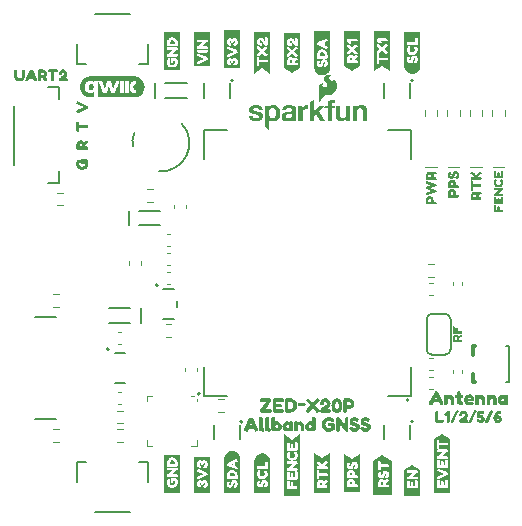
<source format=gto>
%TF.GenerationSoftware,KiCad,Pcbnew,9.0.1*%
%TF.CreationDate,2025-04-16T09:50:42-06:00*%
%TF.ProjectId,SparkFun_GNSS_ZED-X20P,53706172-6b46-4756-9e5f-474e53535f5a,rev?*%
%TF.SameCoordinates,Original*%
%TF.FileFunction,Legend,Top*%
%TF.FilePolarity,Positive*%
%FSLAX46Y46*%
G04 Gerber Fmt 4.6, Leading zero omitted, Abs format (unit mm)*
G04 Created by KiCad (PCBNEW 9.0.1) date 2025-04-16 09:50:42*
%MOMM*%
%LPD*%
G01*
G04 APERTURE LIST*
%ADD10C,0.127000*%
%ADD11C,0.200000*%
%ADD12C,0.000000*%
%ADD13C,0.120000*%
%ADD14C,0.203200*%
%ADD15C,0.304800*%
%ADD16C,0.177800*%
%ADD17C,0.152400*%
%ADD18C,0.141418*%
G04 APERTURE END LIST*
D10*
%TO.C,D13*%
X17473750Y6702500D02*
X17473750Y7902500D01*
X19673750Y6702500D02*
X19673750Y7902500D01*
D11*
X19923750Y8152500D02*
G75*
G02*
X19723750Y8152500I-100000J0D01*
G01*
X19723750Y8152500D02*
G75*
G02*
X19923750Y8152500I100000J0D01*
G01*
D12*
%TO.C,kibuzzard-64C2E6A3*%
G36*
X36229925Y26763345D02*
G01*
X36273740Y26761440D01*
X36307395Y26749375D01*
X36333113Y26715720D01*
X36341685Y26650315D01*
X36329937Y26579830D01*
X36294695Y26546175D01*
X36228655Y26538555D01*
X35523805Y26538555D01*
X35479990Y26540460D01*
X35446335Y26552525D01*
X35420618Y26586180D01*
X35412045Y26651585D01*
X35412045Y26922095D01*
X35636835Y26922095D01*
X35636835Y26763345D01*
X35861625Y26763345D01*
X35861625Y26923365D01*
X35833685Y26998295D01*
X35749865Y27035125D01*
X35665410Y26998295D01*
X35636835Y26922095D01*
X35412045Y26922095D01*
X35412045Y26923365D01*
X35421076Y26997166D01*
X35448169Y27069556D01*
X35493325Y27140535D01*
X35539680Y27187843D01*
X35600005Y27225625D01*
X35671125Y27250390D01*
X35749865Y27258645D01*
X35828446Y27250390D01*
X35899090Y27225625D01*
X35958939Y27187843D01*
X36005135Y27140535D01*
X36050291Y27069415D01*
X36077384Y26996602D01*
X36086415Y26922095D01*
X36086415Y26763345D01*
X36229925Y26763345D01*
G37*
G36*
X35560635Y28524835D02*
G01*
X36265485Y28280995D01*
X36287075Y28272105D01*
X36320730Y28238450D01*
X36341685Y28173680D01*
X36320730Y28108910D01*
X36279455Y28072715D01*
X35841305Y27924125D01*
X35991571Y27873274D01*
X36109123Y27833498D01*
X36193959Y27804796D01*
X36246079Y27787168D01*
X36265485Y27780615D01*
X36287075Y27769185D01*
X36312475Y27748865D01*
X36341685Y27679015D01*
X36322635Y27612340D01*
X36284535Y27577415D01*
X36265485Y27568525D01*
X35560635Y27323415D01*
X35498405Y27309445D01*
X35453002Y27330717D01*
X35418395Y27394535D01*
X35405695Y27461210D01*
X35426015Y27506930D01*
X35488245Y27535505D01*
X35912425Y27675205D01*
X35494595Y27813635D01*
X35449510Y27838718D01*
X35420935Y27878405D01*
X35412045Y27931110D01*
X35433000Y27991435D01*
X35474275Y28026995D01*
X35914965Y28173045D01*
X35488245Y28312745D01*
X35445065Y28329255D01*
X35417760Y28352750D01*
X35404425Y28395295D01*
X35417125Y28454985D01*
X35452685Y28518803D01*
X35498405Y28540075D01*
X35560635Y28524835D01*
G37*
G36*
X36229925Y28834715D02*
G01*
X36273740Y28832810D01*
X36307395Y28820745D01*
X36333113Y28787090D01*
X36341685Y28721685D01*
X36329937Y28651200D01*
X36294695Y28617545D01*
X36228655Y28609925D01*
X35523805Y28609925D01*
X35479990Y28611830D01*
X35446335Y28623895D01*
X35420618Y28657550D01*
X35412045Y28722955D01*
X35412045Y28994735D01*
X35636835Y28994735D01*
X35636835Y28834715D01*
X35861625Y28834715D01*
X35861625Y28997275D01*
X35833685Y29070935D01*
X35749865Y29107765D01*
X35665410Y29070935D01*
X35636835Y28994735D01*
X35412045Y28994735D01*
X35412045Y28997275D01*
X35421076Y29071076D01*
X35448169Y29143466D01*
X35493325Y29214445D01*
X35539680Y29260800D01*
X35600005Y29298265D01*
X35671125Y29323030D01*
X35749865Y29331285D01*
X35839894Y29320702D01*
X35918634Y29288952D01*
X35986085Y29236035D01*
X36038155Y29258048D01*
X36104618Y29286835D01*
X36185475Y29322395D01*
X36251515Y29341445D01*
X36295965Y29321760D01*
X36332795Y29262705D01*
X36350575Y29197300D01*
X36338510Y29156660D01*
X36313745Y29133165D01*
X36277479Y29116514D01*
X36200856Y29083494D01*
X36083875Y29034105D01*
X36086415Y28994735D01*
X36086415Y28834715D01*
X36229925Y28834715D01*
G37*
D13*
%TO.C,D4*%
X37282500Y29715000D02*
X38282500Y29715000D01*
D12*
%TO.C,kibuzzard-67EC56CE*%
G36*
X38139052Y9120426D02*
G01*
X38219167Y9053902D01*
X38199138Y8961627D01*
X37771384Y8073215D01*
X37709868Y8003830D01*
X37611155Y8023144D01*
X37532471Y8085376D01*
X37548208Y8174789D01*
X37977393Y9071785D01*
X38041055Y9141170D01*
X38139052Y9120426D01*
G37*
G36*
X39648351Y9120426D02*
G01*
X39728466Y9053902D01*
X39708437Y8961627D01*
X39280683Y8073215D01*
X39219167Y8003830D01*
X39120454Y8023144D01*
X39041770Y8085376D01*
X39057507Y8174789D01*
X39486692Y9071785D01*
X39550354Y9141170D01*
X39648351Y9120426D01*
G37*
G36*
X41053215Y9120426D02*
G01*
X41133330Y9053902D01*
X41113301Y8961627D01*
X40685547Y8073215D01*
X40624031Y8003830D01*
X40525318Y8023144D01*
X40446634Y8085376D01*
X40462371Y8174789D01*
X40891556Y9071785D01*
X40955218Y9141170D01*
X41053215Y9120426D01*
G37*
G36*
X37455218Y9048180D02*
G01*
X37483830Y8945891D01*
X37483830Y8201971D01*
X37455218Y8101828D01*
X37353644Y8073215D01*
X37253501Y8101828D01*
X37224889Y8203401D01*
X37224889Y8686949D01*
X37210583Y8674074D01*
X37122600Y8632586D01*
X37037479Y8682657D01*
X36993129Y8777078D01*
X37009582Y8822858D01*
X37053215Y8871499D01*
X37234903Y9034589D01*
X37257793Y9053187D01*
X37355075Y9077507D01*
X37455218Y9048180D01*
G37*
G36*
X36446634Y9067493D02*
G01*
X36486692Y9034589D01*
X36500283Y8995247D01*
X36502428Y8945891D01*
X36502428Y8299253D01*
X36851499Y8299253D01*
X36892271Y8297107D01*
X36925175Y8285662D01*
X36953072Y8252042D01*
X36961656Y8187665D01*
X36953072Y8124717D01*
X36925175Y8090383D01*
X36890840Y8078222D01*
X36850068Y8076077D01*
X36370812Y8076077D01*
X36296420Y8086091D01*
X36256363Y8118995D01*
X36242772Y8158337D01*
X36240626Y8207693D01*
X36240626Y8947321D01*
X36242772Y8995247D01*
X36256363Y9034589D01*
X36296420Y9067493D01*
X36372242Y9077507D01*
X36446634Y9067493D01*
G37*
G36*
X40269238Y9078938D02*
G01*
X40318594Y9076077D01*
X40357221Y9062486D01*
X40389410Y9022428D01*
X40399424Y8944460D01*
X40390125Y8872929D01*
X40359367Y8835018D01*
X40322171Y8822142D01*
X40276391Y8819996D01*
X40056077Y8819996D01*
X40046062Y8744174D01*
X40070383Y8747035D01*
X40077536Y8747035D01*
X40164485Y8735829D01*
X40244123Y8702209D01*
X40316448Y8646177D01*
X40373673Y8575361D01*
X40408008Y8497393D01*
X40419453Y8412271D01*
X40408326Y8317453D01*
X40374945Y8233285D01*
X40319310Y8159768D01*
X40247302Y8102940D01*
X40164803Y8068844D01*
X40071813Y8057479D01*
X39994560Y8063737D01*
X39923029Y8082514D01*
X39825747Y8131871D01*
X39795705Y8157622D01*
X39741341Y8244889D01*
X39794274Y8342171D01*
X39882972Y8390812D01*
X39980254Y8343602D01*
X40063230Y8320712D01*
X40131899Y8342171D01*
X40156220Y8402257D01*
X40130469Y8461627D01*
X40067521Y8485232D01*
X40011727Y8465204D01*
X39931613Y8430869D01*
X39838623Y8459481D01*
X39774961Y8502400D01*
X39757078Y8543888D01*
X39810011Y8950182D01*
X39817164Y8990240D01*
X39833616Y9029582D01*
X39873673Y9067493D01*
X39941627Y9080368D01*
X40269238Y9078938D01*
G37*
G36*
X41759224Y9074646D02*
G01*
X41797135Y9060340D01*
X41827893Y9020998D01*
X41837192Y8945891D01*
X41827178Y8871499D01*
X41794274Y8831441D01*
X41754932Y8817851D01*
X41705576Y8815705D01*
X41611334Y8804260D01*
X41540340Y8769925D01*
X41489374Y8721999D01*
X41455218Y8669782D01*
X41531041Y8684088D01*
X41616798Y8674153D01*
X41694767Y8644349D01*
X41764946Y8594675D01*
X41820184Y8531807D01*
X41853327Y8462422D01*
X41864374Y8386520D01*
X41853327Y8299650D01*
X41820184Y8222158D01*
X41764946Y8154045D01*
X41693654Y8101192D01*
X41612347Y8069480D01*
X41521026Y8058909D01*
X41515304Y8059575D01*
X41416512Y8071069D01*
X41328052Y8107550D01*
X41255647Y8168351D01*
X41201999Y8250453D01*
X41169810Y8350834D01*
X41166971Y8382228D01*
X41428036Y8382228D01*
X41448065Y8322142D01*
X41515304Y8303544D01*
X41583974Y8321427D01*
X41605433Y8379367D01*
X41582543Y8430154D01*
X41523888Y8449467D01*
X41453788Y8430869D01*
X41428036Y8382228D01*
X41166971Y8382228D01*
X41159081Y8469496D01*
X41165204Y8573587D01*
X41183573Y8669553D01*
X41214188Y8757393D01*
X41257049Y8837107D01*
X41312157Y8908695D01*
X41394506Y8982550D01*
X41488480Y9035304D01*
X41594077Y9066956D01*
X41711298Y9077507D01*
X41759224Y9074646D01*
G37*
G36*
X38715590Y9079574D02*
G01*
X38803811Y9042854D01*
X38881541Y8981656D01*
X38941945Y8902972D01*
X38978187Y8813797D01*
X38990268Y8714131D01*
X38983294Y8641885D01*
X38962371Y8573931D01*
X38930004Y8513129D01*
X38888695Y8462343D01*
X38801427Y8387235D01*
X38715590Y8336448D01*
X38894417Y8336448D01*
X38943773Y8333587D01*
X38982400Y8319281D01*
X39014589Y8279224D01*
X39024603Y8203401D01*
X39014589Y8129725D01*
X38981685Y8090383D01*
X38940912Y8076077D01*
X38891556Y8073215D01*
X38375104Y8073215D01*
X38283544Y8112557D01*
X38244918Y8206263D01*
X38257793Y8278866D01*
X38296420Y8345032D01*
X38346134Y8395998D01*
X38415161Y8448752D01*
X38490626Y8497929D01*
X38559653Y8538165D01*
X38621706Y8578222D01*
X38676248Y8626863D01*
X38714338Y8680511D01*
X38727035Y8735590D01*
X38722028Y8773501D01*
X38690554Y8810697D01*
X38618308Y8830011D01*
X38534617Y8800325D01*
X38506720Y8711270D01*
X38504574Y8665490D01*
X38490984Y8629009D01*
X38450926Y8598966D01*
X38375104Y8589667D01*
X38300712Y8599682D01*
X38260655Y8632586D01*
X38247064Y8671928D01*
X38244918Y8721284D01*
X38256363Y8812684D01*
X38290697Y8898044D01*
X38347922Y8977364D01*
X38423586Y9040947D01*
X38513238Y9079097D01*
X38616878Y9091813D01*
X38715590Y9079574D01*
G37*
%TO.C,kibuzzard-67EC5083*%
G36*
X41355590Y26488308D02*
G01*
X41387064Y26461985D01*
X41397936Y26430511D01*
X41399653Y26391026D01*
X41399653Y26076291D01*
X41501513Y26076291D01*
X41501513Y26286878D01*
X41503230Y26324074D01*
X41512958Y26351541D01*
X41540426Y26373287D01*
X41593072Y26379582D01*
X41642858Y26373287D01*
X41669181Y26350969D01*
X41678337Y26322929D01*
X41680054Y26285733D01*
X41680054Y26076291D01*
X41887207Y26076291D01*
X41926692Y26074574D01*
X41957593Y26063702D01*
X41983344Y26031656D01*
X41991356Y25970998D01*
X41983344Y25911484D01*
X41957021Y25879438D01*
X41925547Y25868566D01*
X41886062Y25866849D01*
X41294360Y25866849D01*
X41212529Y25890311D01*
X41190211Y25974431D01*
X41190211Y26393315D01*
X41191928Y26431656D01*
X41202800Y26462557D01*
X41234846Y26488308D01*
X41295504Y26496320D01*
X41355590Y26488308D01*
G37*
G36*
X41926692Y27948108D02*
G01*
X41957593Y27937235D01*
X41983344Y27905190D01*
X41991356Y27844531D01*
X41985061Y27785590D01*
X41960454Y27751828D01*
X41569038Y27455404D01*
X41887207Y27455404D01*
X41926692Y27453687D01*
X41957593Y27442815D01*
X41983344Y27410769D01*
X41991356Y27350111D01*
X41983344Y27291170D01*
X41957593Y27260268D01*
X41926119Y27249396D01*
X41886062Y27247107D01*
X41292071Y27247107D01*
X41253730Y27249396D01*
X41223401Y27260840D01*
X41198795Y27292314D01*
X41191356Y27352400D01*
X41198222Y27404474D01*
X41212529Y27433659D01*
X41235991Y27454260D01*
X41620540Y27740383D01*
X41292071Y27740383D01*
X41254303Y27742672D01*
X41223974Y27754117D01*
X41199367Y27786162D01*
X41191356Y27845676D01*
X41199367Y27905190D01*
X41225690Y27937235D01*
X41257164Y27948108D01*
X41296649Y27949825D01*
X41887207Y27949825D01*
X41926692Y27948108D01*
G37*
G36*
X41946720Y29370139D02*
G01*
X41978766Y29343816D01*
X41989639Y29312343D01*
X41991356Y29272858D01*
X41991356Y28851685D01*
X41983344Y28792171D01*
X41957021Y28760125D01*
X41925547Y28749253D01*
X41886062Y28747536D01*
X41294360Y28747536D01*
X41212529Y28770998D01*
X41190211Y28855118D01*
X41190211Y29274002D01*
X41191928Y29313487D01*
X41202800Y29344388D01*
X41234846Y29370139D01*
X41295504Y29378151D01*
X41355018Y29370139D01*
X41387064Y29343816D01*
X41397936Y29312343D01*
X41399653Y29272858D01*
X41399653Y28956978D01*
X41501513Y28956978D01*
X41501513Y29168709D01*
X41503230Y29205905D01*
X41512386Y29233373D01*
X41539853Y29255118D01*
X41591928Y29261413D01*
X41642858Y29255118D01*
X41669181Y29232800D01*
X41678337Y29204188D01*
X41680054Y29166420D01*
X41680054Y28956978D01*
X41781913Y28956978D01*
X41781913Y29274002D01*
X41783630Y29313487D01*
X41794503Y29344388D01*
X41826549Y29370139D01*
X41887207Y29378151D01*
X41946720Y29370139D01*
G37*
G36*
X41946720Y27191026D02*
G01*
X41978766Y27164703D01*
X41989639Y27133230D01*
X41991356Y27093745D01*
X41991356Y26672572D01*
X41983344Y26613058D01*
X41957021Y26581012D01*
X41925547Y26570139D01*
X41886062Y26568423D01*
X41294360Y26568423D01*
X41212529Y26591885D01*
X41190211Y26676005D01*
X41190211Y27094889D01*
X41191928Y27134374D01*
X41202800Y27165275D01*
X41234846Y27191026D01*
X41295504Y27199038D01*
X41355018Y27191026D01*
X41387064Y27164703D01*
X41397936Y27133230D01*
X41399653Y27093745D01*
X41399653Y26777865D01*
X41501513Y26777865D01*
X41501513Y26989596D01*
X41503230Y27026792D01*
X41512386Y27054260D01*
X41539853Y27076005D01*
X41591928Y27082300D01*
X41642858Y27076005D01*
X41669181Y27053687D01*
X41678337Y27025075D01*
X41680054Y26987307D01*
X41680054Y26777865D01*
X41781913Y26777865D01*
X41781913Y27094889D01*
X41783630Y27134374D01*
X41794503Y27165275D01*
X41826549Y27191026D01*
X41887207Y27199038D01*
X41946720Y27191026D01*
G37*
G36*
X41390497Y28663988D02*
G01*
X41436849Y28621069D01*
X41452300Y28581584D01*
X41425976Y28519782D01*
X41420826Y28512343D01*
X41414531Y28502614D01*
X41408237Y28491742D01*
X41402514Y28476291D01*
X41397936Y28457979D01*
X41393931Y28435089D01*
X41392786Y28407622D01*
X41404231Y28342386D01*
X41437994Y28277722D01*
X41500368Y28226792D01*
X41543287Y28212200D01*
X41591928Y28207335D01*
X41654446Y28216062D01*
X41706949Y28242242D01*
X41747149Y28279295D01*
X41772758Y28320640D01*
X41791069Y28407622D01*
X41781627Y28467994D01*
X41753301Y28525504D01*
X41730411Y28582729D01*
X41746720Y28621642D01*
X41795647Y28662843D01*
X41862028Y28688022D01*
X41903802Y28671999D01*
X41938709Y28625075D01*
X41974315Y28557169D01*
X41995679Y28486210D01*
X42002800Y28412200D01*
X41999367Y28363702D01*
X41989067Y28312057D01*
X41970612Y28257979D01*
X41942715Y28202185D01*
X41906663Y28148537D01*
X41863745Y28100898D01*
X41810955Y28060125D01*
X41745290Y28027078D01*
X41669467Y28005190D01*
X41586205Y27997893D01*
X41506091Y28005046D01*
X41432843Y28026506D01*
X41369181Y28059124D01*
X41317822Y28099753D01*
X41276048Y28147393D01*
X41241141Y28201041D01*
X41214102Y28257121D01*
X41195933Y28312057D01*
X41185633Y28365132D01*
X41182200Y28415633D01*
X41189321Y28483794D01*
X41210685Y28553989D01*
X41246291Y28626220D01*
X41268036Y28657121D01*
X41292071Y28678294D01*
X41326406Y28689167D01*
X41390497Y28663988D01*
G37*
%TO.C,kibuzzard-6797CFEB*%
G36*
X31807725Y3032527D02*
G01*
X31830901Y2970724D01*
X31830901Y2829093D01*
X31642918Y2829093D01*
X31642918Y2968149D01*
X31669957Y3034458D01*
X31736910Y3062141D01*
X31807725Y3032527D01*
G37*
G36*
X32536052Y3675016D02*
G01*
X32536052Y3158707D01*
X32536052Y2593471D01*
X32536052Y1949694D01*
X30963948Y1949694D01*
X30963948Y2593471D01*
X30963948Y4828664D01*
X31178541Y4828664D01*
X31178541Y2593471D01*
X31285837Y2593471D01*
X31285837Y2970724D01*
X31407296Y2970724D01*
X31407296Y2711926D01*
X31416309Y2643686D01*
X31445923Y2607634D01*
X31481330Y2595402D01*
X31524464Y2593471D01*
X32188841Y2593471D01*
X32233262Y2595402D01*
X32268670Y2607634D01*
X32298283Y2643686D01*
X32307296Y2710638D01*
X32298283Y2778879D01*
X32269313Y2814930D01*
X32234549Y2827162D01*
X32190129Y2829093D01*
X32065236Y2829093D01*
X32065236Y2948836D01*
X32251931Y3086604D01*
X32311803Y3158707D01*
X32276395Y3250123D01*
X32200429Y3311926D01*
X32111588Y3277162D01*
X31987983Y3184458D01*
X31917883Y3247405D01*
X31834621Y3285173D01*
X31738197Y3297763D01*
X31661749Y3289716D01*
X31592060Y3265574D01*
X31532672Y3228718D01*
X31487124Y3182527D01*
X31453004Y3130703D01*
X31427897Y3076947D01*
X31412446Y3023031D01*
X31407296Y2970724D01*
X31285837Y2970724D01*
X31285837Y3663428D01*
X31393133Y3663428D01*
X31401788Y3580882D01*
X31427754Y3508349D01*
X31471030Y3445832D01*
X31527468Y3397906D01*
X31592918Y3369151D01*
X31667382Y3359565D01*
X31751073Y3369866D01*
X31820601Y3400767D01*
X31875966Y3452269D01*
X31917167Y3524372D01*
X31934710Y3573138D01*
X31951288Y3634458D01*
X31981545Y3735531D01*
X32021459Y3769008D01*
X32081330Y3745832D01*
X32100000Y3669866D01*
X32087768Y3619008D01*
X32040773Y3566862D01*
X31993848Y3508779D01*
X31985265Y3452985D01*
X32015021Y3399480D01*
X32097425Y3345402D01*
X32181116Y3377591D01*
X32190129Y3385317D01*
X32208155Y3399480D01*
X32230687Y3422012D01*
X32255794Y3452913D01*
X32280258Y3492827D01*
X32301502Y3542398D01*
X32315665Y3602913D01*
X32321459Y3675016D01*
X32311803Y3760638D01*
X32278970Y3848836D01*
X32221674Y3928020D01*
X32134764Y3984029D01*
X32079077Y4000445D01*
X32017597Y4005917D01*
X31921352Y3993847D01*
X31851502Y3957634D01*
X31802575Y3901143D01*
X31769099Y3828235D01*
X31749142Y3745832D01*
X31733047Y3667291D01*
X31710515Y3616432D01*
X31668670Y3593900D01*
X31629399Y3614501D01*
X31613305Y3662141D01*
X31617811Y3704630D01*
X31627468Y3729737D01*
X31642275Y3747763D01*
X31654506Y3762570D01*
X31678326Y3848836D01*
X31615880Y3924802D01*
X31536695Y3955703D01*
X31470386Y3909351D01*
X31427468Y3842541D01*
X31401717Y3760567D01*
X31393133Y3663428D01*
X31285837Y3663428D01*
X31285837Y4730810D01*
X31406009Y4730810D01*
X31406009Y4142398D01*
X31407940Y4105703D01*
X31418240Y4076089D01*
X31447854Y4050982D01*
X31503863Y4043256D01*
X31561803Y4050982D01*
X31592060Y4075445D01*
X31602361Y4104415D01*
X31604292Y4141111D01*
X31604292Y4320080D01*
X32192704Y4320080D01*
X32235837Y4322012D01*
X32270601Y4333600D01*
X32299571Y4368364D01*
X32308584Y4434673D01*
X32299571Y4501626D01*
X32271245Y4537677D01*
X32237124Y4549909D01*
X32193991Y4551840D01*
X31604292Y4551840D01*
X31604292Y4729523D01*
X31602361Y4766218D01*
X31592060Y4795832D01*
X31561803Y4820939D01*
X31505150Y4828664D01*
X31448498Y4820939D01*
X31418240Y4796475D01*
X31407940Y4767505D01*
X31406009Y4730810D01*
X31285837Y4730810D01*
X31285837Y4828664D01*
X31178541Y4828664D01*
X30963948Y4828664D01*
X30963948Y4828771D01*
X31750000Y5352806D01*
X32536052Y4828771D01*
X32536052Y4828664D01*
X32536052Y4434673D01*
X32536052Y3675016D01*
G37*
%TO.C,kibuzzard-6797CF40*%
G36*
X6035265Y35250522D02*
G01*
X6780615Y34911466D01*
X6832833Y34862110D01*
X6852146Y34788433D01*
X6834263Y34708319D01*
X6780615Y34659678D01*
X6035265Y34320622D01*
X5935837Y34306316D01*
X5867883Y34386431D01*
X5846423Y34493727D01*
X5927969Y34559535D01*
X6484478Y34785572D01*
X5927969Y35011609D01*
X5847139Y35078848D01*
X5867883Y35184714D01*
X5936552Y35266974D01*
X6035265Y35250522D01*
G37*
G36*
X6023820Y33562396D02*
G01*
X6057439Y33534499D01*
X6068884Y33501595D01*
X6071030Y33460823D01*
X6071030Y33263398D01*
X6726252Y33263398D01*
X6774177Y33261252D01*
X6812089Y33247661D01*
X6843562Y33207604D01*
X6853577Y33133212D01*
X6843562Y33059535D01*
X6811373Y33020908D01*
X6772747Y33008033D01*
X6724821Y33005887D01*
X6071030Y33005887D01*
X6071030Y32807031D01*
X6068884Y32766259D01*
X6057439Y32734070D01*
X6023820Y32706888D01*
X5959442Y32698305D01*
X5897210Y32706888D01*
X5864306Y32734785D01*
X5852861Y32767690D01*
X5850715Y32808462D01*
X5850715Y33462253D01*
X5852861Y33503026D01*
X5864306Y33535215D01*
X5897926Y33562396D01*
X5960873Y33570980D01*
X6023820Y33562396D01*
G37*
G36*
X6721960Y31452239D02*
G01*
X6771316Y31450093D01*
X6809943Y31436502D01*
X6842132Y31396445D01*
X6852146Y31320622D01*
X6842132Y31246230D01*
X6809227Y31206173D01*
X6769886Y31192582D01*
X6720529Y31190436D01*
X5982332Y31190436D01*
X5934406Y31192582D01*
X5895064Y31206173D01*
X5862160Y31246230D01*
X5852146Y31322053D01*
X5852146Y31606745D01*
X6113948Y31606745D01*
X6113948Y31452239D01*
X6322818Y31452239D01*
X6322818Y31609607D01*
X6297067Y31678276D01*
X6218383Y31711180D01*
X6143991Y31680422D01*
X6113948Y31606745D01*
X5852146Y31606745D01*
X5852146Y31609607D01*
X5857868Y31667725D01*
X5875036Y31727632D01*
X5902933Y31787361D01*
X5940844Y31844943D01*
X5991452Y31896266D01*
X6057439Y31937217D01*
X6134871Y31964041D01*
X6219814Y31972983D01*
X6326951Y31958995D01*
X6419464Y31917030D01*
X6497353Y31847089D01*
X6634692Y31950093D01*
X6733405Y31988720D01*
X6817811Y31920050D01*
X6857153Y31818476D01*
X6790629Y31738362D01*
X6583190Y31585286D01*
X6583190Y31452239D01*
X6721960Y31452239D01*
G37*
G36*
X6739843Y30369263D02*
G01*
X6779006Y30328848D01*
X6812089Y30276273D01*
X6843085Y30197113D01*
X6861683Y30102692D01*
X6867883Y29993011D01*
X6858137Y29893584D01*
X6828898Y29801309D01*
X6780168Y29716187D01*
X6711946Y29638219D01*
X6630132Y29573126D01*
X6540629Y29526631D01*
X6443437Y29498734D01*
X6338555Y29489435D01*
X6238546Y29498868D01*
X6145959Y29527167D01*
X6060792Y29574333D01*
X5983047Y29640365D01*
X5918267Y29719630D01*
X5871996Y29806495D01*
X5844233Y29900960D01*
X5834979Y30003026D01*
X5840165Y30077239D01*
X5855722Y30156817D01*
X5880579Y30232103D01*
X5913662Y30293441D01*
X5942275Y30333498D01*
X5972318Y30359964D01*
X6013805Y30373555D01*
X6093920Y30340651D01*
X6150787Y30287718D01*
X6169742Y30234785D01*
X6136838Y30157532D01*
X6106795Y30084213D01*
X6096781Y29995873D01*
X6114485Y29901810D01*
X6167597Y29822768D01*
X6246459Y29769120D01*
X6341416Y29751237D01*
X6439413Y29769835D01*
X6524535Y29825629D01*
X6583548Y29906102D01*
X6603219Y29998734D01*
X6598569Y30080994D01*
X6584621Y30141795D01*
X6461588Y30141795D01*
X6461588Y30035930D01*
X6459442Y29997303D01*
X6447997Y29967260D01*
X6414378Y29942940D01*
X6350000Y29935787D01*
X6287053Y29943655D01*
X6253433Y29970122D01*
X6241989Y30001595D01*
X6239843Y30040222D01*
X6239843Y30290579D01*
X6249857Y30345658D01*
X6268455Y30379278D01*
X6297067Y30396445D01*
X6328541Y30402883D01*
X6364306Y30403598D01*
X6657582Y30403598D01*
X6739843Y30369263D01*
G37*
%TO.C,kibuzzard-66CAA432*%
G36*
X14053362Y4878848D02*
G01*
X14122407Y4831530D01*
X14169242Y4762324D01*
X14184853Y4680887D01*
X14184853Y4576595D01*
X13756098Y4576595D01*
X13756098Y4679599D01*
X13771871Y4762003D01*
X13819188Y4831530D01*
X13888716Y4878848D01*
X13971120Y4894621D01*
X14053362Y4878848D01*
G37*
G36*
X14649231Y3594191D02*
G01*
X14649231Y3014792D01*
X14649231Y2561573D01*
X14649231Y2132389D01*
X13290433Y2132389D01*
X13290433Y2561573D01*
X13290433Y3023805D01*
X13505025Y3023805D01*
X13513354Y2931946D01*
X13538341Y2846927D01*
X13579985Y2768749D01*
X13638287Y2697410D01*
X13708257Y2637982D01*
X13784907Y2595533D01*
X13868236Y2570063D01*
X13958244Y2561573D01*
X14052638Y2569942D01*
X14140111Y2595050D01*
X14220664Y2636895D01*
X14294296Y2695479D01*
X14355696Y2765651D01*
X14399553Y2842260D01*
X14425867Y2925307D01*
X14434639Y3014792D01*
X14429059Y3113505D01*
X14412321Y3198483D01*
X14384424Y3269728D01*
X14354650Y3317045D01*
X14319403Y3353419D01*
X14245368Y3384320D01*
X13981420Y3384320D01*
X13949231Y3383676D01*
X13920905Y3377882D01*
X13895154Y3362432D01*
X13878416Y3332174D01*
X13869403Y3282603D01*
X13869403Y3057282D01*
X13871334Y3022518D01*
X13881635Y2994191D01*
X13911892Y2970372D01*
X13968544Y2963290D01*
X14026484Y2969728D01*
X14056742Y2991616D01*
X14067042Y3018655D01*
X14068974Y3053419D01*
X14068974Y3148698D01*
X14179703Y3148698D01*
X14192257Y3093977D01*
X14196441Y3019942D01*
X14178738Y2936573D01*
X14125626Y2864148D01*
X14049017Y2813934D01*
X13960819Y2797196D01*
X13875358Y2813290D01*
X13804381Y2861573D01*
X13756581Y2932711D01*
X13740647Y3017367D01*
X13749660Y3096874D01*
X13776699Y3162861D01*
X13806313Y3232389D01*
X13789253Y3280028D01*
X13738072Y3327668D01*
X13665969Y3357282D01*
X13628630Y3345050D01*
X13601592Y3321230D01*
X13575841Y3285179D01*
X13546066Y3229975D01*
X13523695Y3162217D01*
X13509693Y3090597D01*
X13505025Y3023805D01*
X13290433Y3023805D01*
X13290433Y4151702D01*
X13521763Y4151702D01*
X13530776Y4084749D01*
X13558459Y4048698D01*
X13592579Y4035822D01*
X13635068Y4033247D01*
X14004596Y4033247D01*
X13571978Y3711359D01*
X13545583Y3688183D01*
X13529489Y3655350D01*
X13521763Y3596767D01*
X13530132Y3529170D01*
X13557815Y3493762D01*
X13591935Y3480887D01*
X13635068Y3478312D01*
X14303308Y3478312D01*
X14348373Y3480887D01*
X14383780Y3493118D01*
X14412750Y3527882D01*
X14421763Y3594191D01*
X14412750Y3662432D01*
X14383780Y3698483D01*
X14349017Y3710715D01*
X14304596Y3712646D01*
X13946656Y3712646D01*
X14386999Y4046123D01*
X14414682Y4084106D01*
X14421763Y4150415D01*
X14412750Y4218655D01*
X14383780Y4254706D01*
X14349017Y4266938D01*
X14304596Y4268870D01*
X13640218Y4268870D01*
X13595798Y4266938D01*
X13560390Y4254706D01*
X13530776Y4218655D01*
X13521763Y4151702D01*
X13290433Y4151702D01*
X13290433Y4680887D01*
X13520476Y4680887D01*
X13520476Y4459427D01*
X13528845Y4391187D01*
X13557815Y4355136D01*
X13593223Y4342904D01*
X13636356Y4340973D01*
X14302021Y4340973D01*
X14347729Y4344191D01*
X14383780Y4357711D01*
X14411463Y4393118D01*
X14420476Y4458140D01*
X14420476Y4677024D01*
X14412147Y4767555D01*
X14387160Y4851166D01*
X14345516Y4927856D01*
X14287214Y4997625D01*
X14217163Y5055645D01*
X14140272Y5097088D01*
X14056541Y5121954D01*
X13965969Y5130243D01*
X13877772Y5121954D01*
X13796012Y5097088D01*
X13720690Y5055645D01*
X13651806Y4997625D01*
X13594349Y4928097D01*
X13553308Y4852131D01*
X13528684Y4769728D01*
X13520476Y4680887D01*
X13290433Y4680887D01*
X13290433Y5130243D01*
X13290433Y5344835D01*
X14649231Y5344835D01*
X14649231Y5130243D01*
X14649231Y4458140D01*
X14649231Y3594191D01*
G37*
D13*
%TO.C,R8*%
X4682258Y27510000D02*
X4207742Y27510000D01*
X4682258Y26465000D02*
X4207742Y26465000D01*
%TO.C,R3*%
X39165000Y34052742D02*
X39165000Y34527258D01*
X40210000Y34052742D02*
X40210000Y34527258D01*
%TO.C,C5*%
X13793080Y22417500D02*
X13511920Y22417500D01*
X13793080Y21397500D02*
X13511920Y21397500D01*
D12*
%TO.C,G\u002A\u002A\u002A*%
G36*
X7145471Y36740674D02*
G01*
X7187685Y36726789D01*
X7225971Y36702208D01*
X7235974Y36693652D01*
X7270191Y36655896D01*
X7294377Y36612561D01*
X7308992Y36562319D01*
X7314491Y36503841D01*
X7313803Y36467812D01*
X7311625Y36436009D01*
X7308140Y36412338D01*
X7302027Y36391642D01*
X7291966Y36368765D01*
X7284705Y36354234D01*
X7256214Y36308985D01*
X7222193Y36275334D01*
X7181283Y36252382D01*
X7132127Y36239229D01*
X7106662Y36236244D01*
X7079213Y36236443D01*
X7050931Y36240140D01*
X7042500Y36242150D01*
X6991710Y36262656D01*
X6949987Y36292778D01*
X6917536Y36332232D01*
X6894565Y36380730D01*
X6881280Y36437985D01*
X6878347Y36469566D01*
X6879362Y36533479D01*
X6889851Y36588820D01*
X6910213Y36636724D01*
X6940851Y36678327D01*
X6958047Y36695252D01*
X6995660Y36722334D01*
X7037261Y36738542D01*
X7085614Y36744872D01*
X7096121Y36745040D01*
X7145471Y36740674D01*
G37*
G36*
X9078989Y37386184D02*
G01*
X9258469Y37386176D01*
X9425572Y37386159D01*
X9580756Y37386131D01*
X9724476Y37386089D01*
X9857189Y37386029D01*
X9979351Y37385950D01*
X10091417Y37385848D01*
X10193844Y37385721D01*
X10287089Y37385566D01*
X10371606Y37385379D01*
X10447853Y37385159D01*
X10516285Y37384902D01*
X10577358Y37384606D01*
X10631530Y37384268D01*
X10679255Y37383884D01*
X10720989Y37383453D01*
X10757190Y37382972D01*
X10788313Y37382437D01*
X10814814Y37381846D01*
X10837149Y37381195D01*
X10855775Y37380484D01*
X10871147Y37379707D01*
X10883722Y37378864D01*
X10893955Y37377950D01*
X10902304Y37376964D01*
X10909223Y37375901D01*
X10915170Y37374761D01*
X10919741Y37373741D01*
X11027702Y37342087D01*
X11128643Y37299503D01*
X11222046Y37246384D01*
X11307398Y37183127D01*
X11384181Y37110125D01*
X11451879Y37027774D01*
X11509977Y36936469D01*
X11523198Y36911793D01*
X11564719Y36820251D01*
X11594320Y36728512D01*
X11612646Y36633891D01*
X11620343Y36533701D01*
X11620683Y36506156D01*
X11614721Y36395734D01*
X11596755Y36290959D01*
X11566668Y36191539D01*
X11524342Y36097177D01*
X11469657Y36007581D01*
X11402496Y35922455D01*
X11373802Y35891346D01*
X11298708Y35820687D01*
X11219427Y35761236D01*
X11134356Y35712100D01*
X11041890Y35672388D01*
X10940426Y35641208D01*
X10911097Y35634095D01*
X10846657Y35619275D01*
X9250437Y35617286D01*
X7654217Y35615296D01*
X7654217Y36309726D01*
X7654217Y37000834D01*
X7708657Y37000834D01*
X7892384Y36494343D01*
X8076111Y35987853D01*
X8242654Y35987739D01*
X8409197Y35987624D01*
X8504436Y36294909D01*
X8523500Y36356235D01*
X8541471Y36413690D01*
X8557949Y36466025D01*
X8572537Y36511990D01*
X8584837Y36550338D01*
X8594448Y36579817D01*
X8600974Y36599181D01*
X8604015Y36607178D01*
X8604085Y36607277D01*
X8606838Y36602145D01*
X8613054Y36585483D01*
X8622345Y36558480D01*
X8634323Y36522325D01*
X8648599Y36478206D01*
X8664787Y36427311D01*
X8682498Y36370830D01*
X8701343Y36309950D01*
X8704401Y36300001D01*
X8800306Y35987640D01*
X8966447Y35987632D01*
X9132587Y35987624D01*
X9316918Y36491596D01*
X9318487Y36495890D01*
X9547756Y36495890D01*
X9547756Y35987624D01*
X9713856Y35987624D01*
X9879956Y35987624D01*
X9879956Y36495890D01*
X9879956Y37004156D01*
X9946396Y37004156D01*
X9946396Y36495890D01*
X9946396Y35987624D01*
X10112496Y35987624D01*
X10278596Y35987624D01*
X10278596Y36492568D01*
X10348376Y36492568D01*
X10349020Y36439352D01*
X10351395Y36396050D01*
X10356194Y36359331D01*
X10364111Y36325859D01*
X10375840Y36292303D01*
X10392076Y36255330D01*
X10402091Y36234539D01*
X10441116Y36169809D01*
X10490225Y36113577D01*
X10548781Y36066485D01*
X10594455Y36039611D01*
X10655567Y36011559D01*
X10713780Y35992394D01*
X10773474Y35981115D01*
X10839031Y35976721D01*
X10869911Y35976696D01*
X10933029Y35977658D01*
X10934825Y36111380D01*
X10936621Y36245102D01*
X10877888Y36247910D01*
X10830401Y36253558D01*
X10792186Y36266204D01*
X10760580Y36286999D01*
X10740686Y36307353D01*
X10712478Y36349973D01*
X10692896Y36398875D01*
X10681867Y36451658D01*
X10679318Y36505919D01*
X10685175Y36559257D01*
X10699366Y36609268D01*
X10721818Y36653552D01*
X10752325Y36689587D01*
X10784603Y36714386D01*
X10817702Y36729664D01*
X10855918Y36736998D01*
X10884995Y36738250D01*
X10936621Y36738396D01*
X10934825Y36876259D01*
X10933029Y37014122D01*
X10849979Y37013054D01*
X10783849Y37009686D01*
X10725767Y37000738D01*
X10671296Y36985186D01*
X10616000Y36962002D01*
X10604151Y36956210D01*
X10550755Y36923591D01*
X10499549Y36881214D01*
X10453822Y36832323D01*
X10416864Y36780159D01*
X10406376Y36761274D01*
X10385472Y36717760D01*
X10370053Y36678090D01*
X10359376Y36638827D01*
X10352700Y36596531D01*
X10349282Y36547764D01*
X10348376Y36492568D01*
X10278596Y36492568D01*
X10278596Y36495890D01*
X10278596Y37004156D01*
X10112496Y37004156D01*
X9946396Y37004156D01*
X9879956Y37004156D01*
X9713856Y37004156D01*
X9547756Y37004156D01*
X9547756Y36495890D01*
X9318487Y36495890D01*
X9345504Y36569805D01*
X9372733Y36644403D01*
X9398265Y36714450D01*
X9421759Y36779007D01*
X9442873Y36837132D01*
X9461266Y36887888D01*
X9476599Y36930333D01*
X9488530Y36963528D01*
X9496718Y36986533D01*
X9500823Y36998409D01*
X9501248Y36999862D01*
X9494905Y37001052D01*
X9477078Y37002114D01*
X9449571Y37003003D01*
X9414189Y37003669D01*
X9372734Y37004065D01*
X9339728Y37004156D01*
X9178208Y37004156D01*
X9083030Y36680261D01*
X9064271Y36616552D01*
X9046437Y36556236D01*
X9029917Y36500608D01*
X9015100Y36450965D01*
X9002372Y36408601D01*
X8992123Y36374811D01*
X8984740Y36350893D01*
X8980612Y36338141D01*
X8980171Y36336941D01*
X8978698Y36333619D01*
X8977111Y36331710D01*
X8975173Y36331961D01*
X8972647Y36335119D01*
X8969298Y36341931D01*
X8964888Y36353145D01*
X8959182Y36369507D01*
X8951943Y36391765D01*
X8942934Y36420667D01*
X8931920Y36456959D01*
X8918664Y36501388D01*
X8902929Y36554703D01*
X8884480Y36617649D01*
X8863079Y36690974D01*
X8838490Y36775427D01*
X8810477Y36871752D01*
X8804821Y36891208D01*
X8772951Y37000834D01*
X8612661Y37002612D01*
X8452372Y37004390D01*
X8435811Y36949460D01*
X8430442Y36931354D01*
X8421881Y36902117D01*
X8410607Y36863391D01*
X8397093Y36816815D01*
X8381816Y36764032D01*
X8365253Y36706683D01*
X8347877Y36646408D01*
X8338019Y36612160D01*
X8321011Y36553256D01*
X8305020Y36498294D01*
X8290438Y36448590D01*
X8277657Y36405462D01*
X8267068Y36370227D01*
X8259065Y36344201D01*
X8254038Y36328701D01*
X8252492Y36324810D01*
X8249857Y36330023D01*
X8243875Y36346841D01*
X8234906Y36374107D01*
X8223311Y36410668D01*
X8209449Y36455367D01*
X8193680Y36507048D01*
X8176366Y36564556D01*
X8157867Y36626736D01*
X8149575Y36654834D01*
X8130601Y36719140D01*
X8112658Y36779665D01*
X8096111Y36835195D01*
X8081327Y36884521D01*
X8068670Y36926428D01*
X8058504Y36959707D01*
X8051196Y36983143D01*
X8047110Y36995525D01*
X8046458Y36997114D01*
X8039368Y36999601D01*
X8021258Y37001397D01*
X7991606Y37002518D01*
X7949892Y37002981D01*
X7895593Y37002803D01*
X7875310Y37002611D01*
X7708657Y37000834D01*
X7654217Y37000834D01*
X7654217Y37004156D01*
X7484795Y37004156D01*
X7315373Y37004156D01*
X7315373Y36939604D01*
X7315373Y36875052D01*
X7280492Y36909055D01*
X7228641Y36951960D01*
X7171173Y36984206D01*
X7135985Y36998158D01*
X7101755Y37006560D01*
X7058633Y37011932D01*
X7010679Y37014218D01*
X6961952Y37013361D01*
X6916512Y37009306D01*
X6878418Y37001996D01*
X6877444Y37001729D01*
X6805092Y36975081D01*
X6739894Y36937379D01*
X6682479Y36889147D01*
X6633479Y36830907D01*
X6596050Y36768294D01*
X6571067Y36706723D01*
X6552930Y36637018D01*
X6542201Y36562748D01*
X6539439Y36487488D01*
X6543102Y36431051D01*
X6550308Y36377638D01*
X6559262Y36332949D01*
X6571240Y36292429D01*
X6587517Y36251520D01*
X6602178Y36220164D01*
X6639731Y36157120D01*
X6686470Y36101696D01*
X6740738Y36055576D01*
X6797141Y36022206D01*
X6869581Y35994306D01*
X6945764Y35978511D01*
X7014717Y35974336D01*
X7087527Y35980149D01*
X7154235Y35997480D01*
X7214417Y36026166D01*
X7267649Y36066046D01*
X7276025Y36073975D01*
X7315373Y36112477D01*
X7315373Y35864019D01*
X7315373Y35615560D01*
X7154256Y35616677D01*
X7107684Y35617092D01*
X7064127Y35617650D01*
X7025812Y35618311D01*
X6994962Y35619033D01*
X6973805Y35619773D01*
X6966563Y35620219D01*
X6862046Y35636155D01*
X6761021Y35664127D01*
X6664495Y35703388D01*
X6573474Y35753187D01*
X6488966Y35812775D01*
X6411977Y35881404D01*
X6343516Y35958324D01*
X6284589Y36042785D01*
X6236203Y36134039D01*
X6218191Y36176978D01*
X6185609Y36277349D01*
X6164599Y36379075D01*
X6155457Y36480165D01*
X6158448Y36578293D01*
X6175015Y36688599D01*
X6203223Y36792533D01*
X6243183Y36890321D01*
X6295003Y36982190D01*
X6358792Y37068368D01*
X6430169Y37144781D01*
X6511027Y37214342D01*
X6597604Y37272370D01*
X6690903Y37319417D01*
X6791926Y37356036D01*
X6835185Y37368004D01*
X6906767Y37386186D01*
X8886678Y37386186D01*
X9078989Y37386184D01*
G37*
%TO.C,kibuzzard-66CAA426*%
G36*
X17195778Y3728812D02*
G01*
X17195778Y2891902D01*
X17195778Y2548126D01*
X17195778Y2118941D01*
X15831830Y2118941D01*
X15831830Y2548126D01*
X15831830Y2891902D01*
X16051572Y2891902D01*
X16057366Y2820443D01*
X16072817Y2761216D01*
X16095349Y2713576D01*
X16121744Y2675593D01*
X16149426Y2647267D01*
X16175177Y2626666D01*
X16196422Y2613791D01*
X16210585Y2606709D01*
X16215092Y2604778D01*
X16303933Y2586108D01*
X16374748Y2649842D01*
X16397781Y2718798D01*
X16382760Y2772875D01*
X16329684Y2812074D01*
X16291057Y2849413D01*
X16278182Y2904778D01*
X16294276Y2963362D01*
X16338697Y2984606D01*
X16371529Y2965937D01*
X16379898Y2906065D01*
X16379898Y2897053D01*
X16381830Y2855851D01*
X16392774Y2823018D01*
X16426250Y2795980D01*
X16490628Y2787611D01*
X16547280Y2795336D01*
X16580757Y2810786D01*
X16596851Y2839756D01*
X16602645Y2869370D01*
X16602645Y2904778D01*
X16621315Y2979134D01*
X16677323Y3003920D01*
X16730757Y2973662D01*
X16750714Y2893190D01*
X16743632Y2847482D01*
X16728182Y2816580D01*
X16708868Y2797267D01*
X16693418Y2787611D01*
X16686336Y2785035D01*
X16625821Y2747696D01*
X16611658Y2676881D01*
X16631937Y2580314D01*
X16692774Y2548126D01*
X16766093Y2559570D01*
X16833260Y2593905D01*
X16894276Y2651130D01*
X16942559Y2723662D01*
X16971529Y2803920D01*
X16981186Y2891902D01*
X16971529Y2986538D01*
X16942559Y3069585D01*
X16894276Y3141044D01*
X16831258Y3195765D01*
X16758082Y3228598D01*
X16674748Y3239542D01*
X16612946Y3230851D01*
X16561443Y3204778D01*
X16491916Y3132675D01*
X16427860Y3199306D01*
X16333546Y3221516D01*
X16264448Y3211573D01*
X16199641Y3181745D01*
X16139126Y3132031D01*
X16090485Y3065579D01*
X16061300Y2985536D01*
X16051572Y2891902D01*
X15831830Y2891902D01*
X15831830Y3463576D01*
X16059298Y3463576D01*
X16078611Y3367010D01*
X16139770Y3294907D01*
X16229255Y3307782D01*
X16900070Y3612932D01*
X16948353Y3656709D01*
X16964448Y3728812D01*
X16947066Y3795121D01*
X16900070Y3839542D01*
X16229255Y4144692D01*
X16140413Y4159499D01*
X16078611Y4085465D01*
X16059941Y3990186D01*
X16132688Y3929671D01*
X16633546Y3726237D01*
X16132688Y3522804D01*
X16059298Y3463576D01*
X15831830Y3463576D01*
X15831830Y4556709D01*
X16051572Y4556709D01*
X16057366Y4485250D01*
X16072817Y4426023D01*
X16095349Y4378383D01*
X16121744Y4340400D01*
X16149426Y4312074D01*
X16175177Y4291473D01*
X16196422Y4278598D01*
X16210585Y4271516D01*
X16215092Y4269585D01*
X16303933Y4250915D01*
X16374748Y4314649D01*
X16397781Y4383605D01*
X16382760Y4437682D01*
X16329684Y4476881D01*
X16291057Y4514220D01*
X16278182Y4569585D01*
X16294276Y4628168D01*
X16338697Y4649413D01*
X16371529Y4630744D01*
X16379898Y4570872D01*
X16379898Y4561859D01*
X16381830Y4520658D01*
X16392774Y4487825D01*
X16426250Y4460786D01*
X16490628Y4452417D01*
X16547280Y4460143D01*
X16580757Y4475593D01*
X16596851Y4504563D01*
X16602645Y4534177D01*
X16602645Y4569585D01*
X16621315Y4643941D01*
X16677323Y4668726D01*
X16730757Y4638469D01*
X16750714Y4557997D01*
X16743632Y4512289D01*
X16728182Y4481387D01*
X16708868Y4462074D01*
X16693418Y4452417D01*
X16686336Y4449842D01*
X16625821Y4412503D01*
X16611658Y4341688D01*
X16631937Y4245121D01*
X16692774Y4212932D01*
X16766093Y4224377D01*
X16833260Y4258712D01*
X16894276Y4315937D01*
X16942559Y4388469D01*
X16971529Y4468726D01*
X16981186Y4556709D01*
X16971529Y4651344D01*
X16942559Y4734392D01*
X16894276Y4805851D01*
X16831258Y4860572D01*
X16758082Y4893405D01*
X16674748Y4904349D01*
X16612946Y4895658D01*
X16561443Y4869585D01*
X16491916Y4797482D01*
X16427860Y4864113D01*
X16333546Y4886323D01*
X16264448Y4876380D01*
X16199641Y4846552D01*
X16139126Y4796838D01*
X16090485Y4730386D01*
X16061300Y4650343D01*
X16051572Y4556709D01*
X15831830Y4556709D01*
X15831830Y4904349D01*
X15831830Y5118941D01*
X17195778Y5118941D01*
X17195778Y4904349D01*
X17195778Y4556709D01*
X17195778Y3728812D01*
G37*
D14*
%TO.C,J1*%
X4150000Y17020000D02*
X2350000Y17020000D01*
X4150000Y8380000D02*
X2350000Y8380000D01*
D13*
%TO.C,C9*%
X14095000Y26493080D02*
X14095000Y26211920D01*
X15115000Y26493080D02*
X15115000Y26211920D01*
%TO.C,R13*%
X9287742Y9095000D02*
X9762258Y9095000D01*
X9287742Y8050000D02*
X9762258Y8050000D01*
D12*
%TO.C,kibuzzard-67EC5939*%
G36*
X2101062Y37950694D02*
G01*
X2150061Y37892754D01*
X2509145Y37150265D01*
X2528459Y37048691D01*
X2449059Y36978591D01*
X2343194Y36957847D01*
X2273094Y37040107D01*
X2207285Y37176016D01*
X1962650Y37176016D01*
X1855354Y37176016D01*
X1789546Y37038677D01*
X1718015Y36959278D01*
X1613580Y36980021D01*
X1533466Y37049406D01*
X1552064Y37150265D01*
X1672219Y37399192D01*
X1962650Y37399192D01*
X2097128Y37399192D01*
X2029889Y37537961D01*
X1962650Y37399192D01*
X1672219Y37399192D01*
X1911148Y37894185D01*
X1961220Y37949263D01*
X2031320Y37970007D01*
X2101062Y37950694D01*
G37*
G36*
X4229460Y37969292D02*
G01*
X4261649Y37957847D01*
X4288830Y37924227D01*
X4297414Y37861280D01*
X4288830Y37798333D01*
X4260933Y37764714D01*
X4228029Y37753269D01*
X4187257Y37751123D01*
X3989832Y37751123D01*
X3989832Y37095901D01*
X3987686Y37047976D01*
X3974095Y37010064D01*
X3934038Y36978591D01*
X3859646Y36968577D01*
X3785969Y36978591D01*
X3747343Y37010780D01*
X3734467Y37049406D01*
X3732321Y37097332D01*
X3732321Y37751123D01*
X3533466Y37751123D01*
X3492693Y37753269D01*
X3460504Y37764714D01*
X3433323Y37798333D01*
X3424739Y37862711D01*
X3433323Y37924943D01*
X3461220Y37957847D01*
X3494124Y37969292D01*
X3534896Y37971438D01*
X4188687Y37971438D01*
X4229460Y37969292D01*
G37*
G36*
X3066549Y37964285D02*
G01*
X3126456Y37947117D01*
X3186184Y37919220D01*
X3243766Y37881309D01*
X3295089Y37830701D01*
X3336041Y37764714D01*
X3362865Y37687282D01*
X3371806Y37602339D01*
X3357818Y37495202D01*
X3315853Y37402689D01*
X3245912Y37324800D01*
X3348916Y37187461D01*
X3387543Y37088748D01*
X3318873Y37004342D01*
X3217300Y36965000D01*
X3137185Y37031524D01*
X2984109Y37238963D01*
X2851062Y37238963D01*
X2851062Y37100193D01*
X2848916Y37050837D01*
X2835325Y37012210D01*
X2795268Y36980021D01*
X2719446Y36970007D01*
X2645054Y36980021D01*
X2604996Y37012926D01*
X2591406Y37052268D01*
X2589260Y37101624D01*
X2589260Y37499335D01*
X2851062Y37499335D01*
X3008430Y37499335D01*
X3077099Y37525086D01*
X3110004Y37603770D01*
X3079245Y37678162D01*
X3005569Y37708205D01*
X2851062Y37708205D01*
X2851062Y37499335D01*
X2589260Y37499335D01*
X2589260Y37839821D01*
X2591406Y37887747D01*
X2604996Y37927089D01*
X2645054Y37959993D01*
X2720876Y37970007D01*
X3008430Y37970007D01*
X3066549Y37964285D01*
G37*
G36*
X1426170Y37961423D02*
G01*
X1466227Y37927804D01*
X1479818Y37887747D01*
X1481964Y37838391D01*
X1481964Y37436388D01*
X1474632Y37349835D01*
X1452636Y37264714D01*
X1417049Y37183705D01*
X1368945Y37109492D01*
X1306534Y37045651D01*
X1228029Y36995758D01*
X1137006Y36963569D01*
X1037042Y36952840D01*
X937257Y36963748D01*
X846770Y36996474D01*
X768981Y37047082D01*
X707285Y37111638D01*
X659896Y37186388D01*
X625025Y37267575D01*
X603566Y37352697D01*
X596413Y37439249D01*
X596413Y37839821D01*
X598559Y37889177D01*
X612149Y37928519D01*
X652207Y37961423D01*
X728029Y37971438D01*
X803137Y37961423D01*
X842479Y37929235D01*
X856785Y37889177D01*
X859646Y37838391D01*
X859646Y37439249D01*
X873952Y37338391D01*
X931177Y37253984D01*
X980175Y37225551D01*
X1041334Y37216073D01*
X1114653Y37231452D01*
X1171520Y37277589D01*
X1208001Y37349120D01*
X1220161Y37440680D01*
X1220161Y37846974D01*
X1223022Y37893469D01*
X1237328Y37930665D01*
X1277386Y37961423D01*
X1351778Y37971438D01*
X1426170Y37961423D01*
G37*
G36*
X4809574Y37972074D02*
G01*
X4897796Y37935354D01*
X4975526Y37874156D01*
X5035930Y37795472D01*
X5072172Y37706297D01*
X5084253Y37606631D01*
X5077278Y37534385D01*
X5056356Y37466431D01*
X5023988Y37405629D01*
X4982679Y37354843D01*
X4895411Y37279735D01*
X4809574Y37228948D01*
X4988401Y37228948D01*
X5037758Y37226087D01*
X5076384Y37211781D01*
X5108573Y37171724D01*
X5118587Y37095901D01*
X5108573Y37022225D01*
X5075669Y36982883D01*
X5034896Y36968577D01*
X4985540Y36965715D01*
X4469088Y36965715D01*
X4377529Y37005057D01*
X4338902Y37098763D01*
X4351778Y37171366D01*
X4390404Y37237532D01*
X4440118Y37288498D01*
X4509145Y37341252D01*
X4584610Y37390429D01*
X4653637Y37430665D01*
X4715690Y37470722D01*
X4770232Y37519363D01*
X4808323Y37573011D01*
X4821019Y37628090D01*
X4816012Y37666001D01*
X4784539Y37703197D01*
X4712293Y37722511D01*
X4628602Y37692825D01*
X4600705Y37603770D01*
X4598559Y37557990D01*
X4584968Y37521509D01*
X4544911Y37491466D01*
X4469088Y37482167D01*
X4394696Y37492182D01*
X4354639Y37525086D01*
X4341048Y37564428D01*
X4338902Y37613784D01*
X4350347Y37705184D01*
X4384682Y37790544D01*
X4441906Y37869864D01*
X4517570Y37933447D01*
X4607222Y37971597D01*
X4710862Y37984313D01*
X4809574Y37972074D01*
G37*
D13*
%TO.C,C3*%
X35736920Y11940000D02*
X36018080Y11940000D01*
X35736920Y10920000D02*
X36018080Y10920000D01*
D14*
%TO.C,D7*%
X12517500Y36820000D02*
X12517500Y35570000D01*
X13387500Y36820000D02*
X15187500Y36820000D01*
X13387500Y35570000D02*
X15187500Y35570000D01*
D12*
%TO.C,kibuzzard-6797CFD5*%
G36*
X26619142Y2981388D02*
G01*
X26642318Y2919585D01*
X26642318Y2777954D01*
X26454335Y2777954D01*
X26454335Y2917010D01*
X26481373Y2983319D01*
X26548326Y3011001D01*
X26619142Y2981388D01*
G37*
G36*
X27351330Y3685680D02*
G01*
X27351330Y3107568D01*
X27351330Y2542332D01*
X27351330Y2113147D01*
X25988670Y2113147D01*
X25988670Y2542332D01*
X25988670Y2919585D01*
X26218712Y2919585D01*
X26218712Y2660787D01*
X26227725Y2592546D01*
X26257339Y2556495D01*
X26292747Y2544263D01*
X26335880Y2542332D01*
X27000258Y2542332D01*
X27044678Y2544263D01*
X27080086Y2556495D01*
X27109700Y2592546D01*
X27118712Y2659499D01*
X27109700Y2727740D01*
X27080730Y2763791D01*
X27045966Y2776023D01*
X27001545Y2777954D01*
X26876652Y2777954D01*
X26876652Y2897697D01*
X27063348Y3035465D01*
X27123219Y3107568D01*
X27087811Y3198984D01*
X27011845Y3260787D01*
X26923004Y3226023D01*
X26799399Y3133319D01*
X26729299Y3196266D01*
X26646037Y3234034D01*
X26549614Y3246624D01*
X26473165Y3238577D01*
X26403476Y3214435D01*
X26344088Y3177579D01*
X26298541Y3131388D01*
X26264421Y3079564D01*
X26239313Y3025808D01*
X26223863Y2971892D01*
X26218712Y2919585D01*
X25988670Y2919585D01*
X25988670Y3981817D01*
X26217425Y3981817D01*
X26217425Y3393405D01*
X26219356Y3356710D01*
X26229657Y3327096D01*
X26259270Y3301989D01*
X26315279Y3294263D01*
X26373219Y3301989D01*
X26403476Y3326452D01*
X26413777Y3355422D01*
X26415708Y3392117D01*
X26415708Y3571087D01*
X27004120Y3571087D01*
X27047253Y3573019D01*
X27082017Y3584607D01*
X27110987Y3619371D01*
X27120000Y3685680D01*
X27110987Y3752632D01*
X27082661Y3788684D01*
X27048541Y3800916D01*
X27005408Y3802847D01*
X26415708Y3802847D01*
X26415708Y3980529D01*
X26413777Y4017225D01*
X26403476Y4046838D01*
X26373219Y4071946D01*
X26316567Y4079671D01*
X26259914Y4071946D01*
X26229657Y4047482D01*
X26219356Y4018512D01*
X26217425Y3981817D01*
X25988670Y3981817D01*
X25988670Y4690615D01*
X26206481Y4690615D01*
X26258627Y4610143D01*
X26514850Y4386109D01*
X26337167Y4386109D01*
X26292747Y4384177D01*
X26257339Y4371946D01*
X26227725Y4335894D01*
X26218712Y4268941D01*
X26227725Y4200701D01*
X26257339Y4164649D01*
X26292747Y4152418D01*
X26335880Y4150486D01*
X27001545Y4150486D01*
X27045966Y4152418D01*
X27081373Y4164649D01*
X27110987Y4200701D01*
X27120000Y4267654D01*
X27110987Y4335894D01*
X27082017Y4371946D01*
X27047253Y4384177D01*
X27002833Y4386109D01*
X26821288Y4386109D01*
X27077511Y4611431D01*
X27132876Y4687396D01*
X27091674Y4778813D01*
X27009914Y4834821D01*
X26924292Y4790401D01*
X26670644Y4536753D01*
X26413133Y4789113D01*
X26330730Y4831602D01*
X26291137Y4817439D01*
X26247039Y4777525D01*
X26206481Y4690615D01*
X25988670Y4690615D01*
X25988670Y4838040D01*
X25988670Y5052632D01*
X25988670Y5506853D01*
X26670000Y5052632D01*
X27351330Y5506853D01*
X27351330Y5052632D01*
X27351330Y4838040D01*
X27351330Y4687396D01*
X27351330Y3685680D01*
G37*
%TO.C,kibuzzard-64C2E6BD*%
G36*
X38136195Y28153360D02*
G01*
X38180010Y28151455D01*
X38213665Y28139390D01*
X38239383Y28105735D01*
X38247955Y28040330D01*
X38236207Y27969845D01*
X38200965Y27936190D01*
X38134925Y27928570D01*
X37430075Y27928570D01*
X37386260Y27930475D01*
X37352605Y27942540D01*
X37326887Y27976195D01*
X37318315Y28041600D01*
X37318315Y28312110D01*
X37543105Y28312110D01*
X37543105Y28153360D01*
X37767895Y28153360D01*
X37767895Y28313380D01*
X37739955Y28388310D01*
X37656135Y28425140D01*
X37571680Y28388310D01*
X37543105Y28312110D01*
X37318315Y28312110D01*
X37318315Y28313380D01*
X37327346Y28387181D01*
X37354439Y28459571D01*
X37399595Y28530550D01*
X37445950Y28577858D01*
X37506275Y28615640D01*
X37577395Y28640405D01*
X37656135Y28648660D01*
X37734716Y28640405D01*
X37805360Y28615640D01*
X37865209Y28577858D01*
X37911405Y28530550D01*
X37956561Y28459430D01*
X37983654Y28386617D01*
X37992685Y28312110D01*
X37992685Y28153360D01*
X38136195Y28153360D01*
G37*
G36*
X38136195Y27350720D02*
G01*
X38180010Y27348815D01*
X38213665Y27336750D01*
X38239383Y27303095D01*
X38247955Y27237690D01*
X38236207Y27167205D01*
X38200965Y27133550D01*
X38134925Y27125930D01*
X37430075Y27125930D01*
X37386260Y27127835D01*
X37352605Y27139900D01*
X37326887Y27173555D01*
X37318315Y27238960D01*
X37318315Y27509470D01*
X37543105Y27509470D01*
X37543105Y27350720D01*
X37767895Y27350720D01*
X37767895Y27510740D01*
X37739955Y27585670D01*
X37656135Y27622500D01*
X37571680Y27585670D01*
X37543105Y27509470D01*
X37318315Y27509470D01*
X37318315Y27510740D01*
X37327346Y27584541D01*
X37354439Y27656931D01*
X37399595Y27727910D01*
X37445950Y27775217D01*
X37506275Y27813000D01*
X37577395Y27837765D01*
X37656135Y27846020D01*
X37734716Y27837765D01*
X37805360Y27813000D01*
X37865209Y27775217D01*
X37911405Y27727910D01*
X37956561Y27656790D01*
X37983654Y27583977D01*
X37992685Y27509470D01*
X37992685Y27350720D01*
X38136195Y27350720D01*
G37*
G36*
X38029674Y29380815D02*
G01*
X38097460Y29356050D01*
X38153181Y29317950D01*
X38194615Y29269690D01*
X38232009Y29199558D01*
X38254446Y29126321D01*
X38261925Y29049980D01*
X38258274Y28991878D01*
X38247320Y28936950D01*
X38211125Y28850590D01*
X38171120Y28793440D01*
X38132385Y28756610D01*
X38118415Y28745180D01*
X38045390Y28712160D01*
X38007766Y28725813D01*
X37959665Y28766770D01*
X37929185Y28834080D01*
X37945060Y28876625D01*
X37992685Y28933140D01*
X38033960Y28983940D01*
X38053645Y29044900D01*
X38042921Y29110517D01*
X38010747Y29149887D01*
X37957125Y29163010D01*
X37908230Y29130625D01*
X37879655Y29049980D01*
X37868066Y28999815D01*
X37851080Y28945840D01*
X37829649Y28891865D01*
X37804725Y28841700D01*
X37770276Y28797409D01*
X37720270Y28761055D01*
X37656611Y28736766D01*
X37581205Y28728670D01*
X37509873Y28737913D01*
X37444892Y28765641D01*
X37386260Y28811855D01*
X37340046Y28874014D01*
X37312318Y28949579D01*
X37303075Y29038550D01*
X37307996Y29111416D01*
X37322760Y29177615D01*
X37362765Y29264610D01*
X37386895Y29296360D01*
X37449125Y29335730D01*
X37518975Y29305250D01*
X37566600Y29261435D01*
X37582475Y29216350D01*
X37557075Y29150310D01*
X37544375Y29135705D01*
X37527865Y29116020D01*
X37511355Y29048075D01*
X37531040Y28979495D01*
X37585650Y28952190D01*
X37642165Y28984575D01*
X37671375Y29065220D01*
X37681059Y29115703D01*
X37694870Y29170630D01*
X37712491Y29225557D01*
X37733605Y29276040D01*
X37764879Y29320331D01*
X37812980Y29356685D01*
X37876004Y29380974D01*
X37952045Y29389070D01*
X38029674Y29380815D01*
G37*
D14*
%TO.C,D5*%
X10295000Y26025000D02*
X10295000Y24775000D01*
X11165000Y26025000D02*
X12965000Y26025000D01*
X11165000Y24775000D02*
X12965000Y24775000D01*
D12*
%TO.C,kibuzzard-67ED9A5A*%
G36*
X29160429Y38945131D02*
G01*
X29183605Y38883328D01*
X29183605Y38741697D01*
X28995622Y38741697D01*
X28995622Y38880753D01*
X29022661Y38947062D01*
X29089614Y38974744D01*
X29160429Y38945131D01*
G37*
G36*
X29891330Y39976461D02*
G01*
X29891330Y39071311D01*
X29891330Y38506075D01*
X29891330Y38291482D01*
X29210000Y37837262D01*
X28528670Y38291482D01*
X28528670Y38506075D01*
X28528670Y38883328D01*
X28760000Y38883328D01*
X28760000Y38624530D01*
X28769013Y38556289D01*
X28798627Y38520238D01*
X28834034Y38508006D01*
X28877167Y38506075D01*
X29541545Y38506075D01*
X29585966Y38508006D01*
X29621373Y38520238D01*
X29650987Y38556289D01*
X29660000Y38623242D01*
X29650987Y38691482D01*
X29622017Y38727534D01*
X29587253Y38739766D01*
X29542833Y38741697D01*
X29417940Y38741697D01*
X29417940Y38861440D01*
X29604635Y38999208D01*
X29664506Y39071311D01*
X29629099Y39162727D01*
X29553133Y39224530D01*
X29464292Y39189766D01*
X29340687Y39097062D01*
X29270587Y39160009D01*
X29187325Y39197777D01*
X29090901Y39210367D01*
X29014453Y39202319D01*
X28944764Y39178178D01*
X28885376Y39141322D01*
X28839828Y39095131D01*
X28805708Y39043307D01*
X28780601Y38989551D01*
X28765150Y38935635D01*
X28760000Y38883328D01*
X28528670Y38883328D01*
X28528670Y39977749D01*
X28745193Y39977749D01*
X28798627Y39899208D01*
X29036824Y39682899D01*
X28798627Y39465302D01*
X28745193Y39386761D01*
X28790901Y39299208D01*
X28874592Y39249637D01*
X28956996Y39292770D01*
X29210644Y39524530D01*
X29464292Y39294058D01*
X29547339Y39249637D01*
X29629099Y39300495D01*
X29674807Y39388049D01*
X29621373Y39466590D01*
X29384464Y39682899D01*
X29621373Y39897920D01*
X29674807Y39976461D01*
X29629099Y40064015D01*
X29547339Y40114873D01*
X29464292Y40070452D01*
X29210644Y39839980D01*
X28956996Y40071740D01*
X28874592Y40115517D01*
X28790901Y40065302D01*
X28745193Y39977749D01*
X28528670Y39977749D01*
X28528670Y40460581D01*
X28760000Y40460581D01*
X28781888Y40373028D01*
X28798627Y40352427D01*
X28945408Y40188907D01*
X28989185Y40149637D01*
X29030386Y40134830D01*
X29115365Y40174744D01*
X29160429Y40251354D01*
X29123090Y40330538D01*
X29111502Y40343414D01*
X29546695Y40343414D01*
X29638112Y40369165D01*
X29663863Y40459294D01*
X29638112Y40550710D01*
X29547983Y40576461D01*
X28878455Y40576461D01*
X28786395Y40550710D01*
X28760000Y40460581D01*
X28528670Y40460581D01*
X28528670Y40576461D01*
X28528670Y41220238D01*
X29891330Y41220238D01*
X29891330Y40576461D01*
X29891330Y40459294D01*
X29891330Y39976461D01*
G37*
D14*
%TO.C,J8*%
X537500Y34915000D02*
X537500Y29915000D01*
X3462500Y36490000D02*
X4412500Y36490000D01*
X3462500Y28340000D02*
X4412500Y28340000D01*
X4412500Y36490000D02*
X4412500Y35440000D01*
X4412500Y29390000D02*
X4412500Y28340000D01*
D13*
%TO.C,R2*%
X4364758Y18937500D02*
X3890242Y18937500D01*
X4364758Y17892500D02*
X3890242Y17892500D01*
%TO.C,R5*%
X37260000Y34052742D02*
X37260000Y34527258D01*
X38305000Y34052742D02*
X38305000Y34527258D01*
D12*
%TO.C,kibuzzard-67ED93D1*%
G36*
X37860801Y16211577D02*
G01*
X37892275Y16185254D01*
X37903147Y16153780D01*
X37904864Y16114295D01*
X37904864Y15799560D01*
X38006724Y15799560D01*
X38006724Y16010147D01*
X38008441Y16047343D01*
X38018169Y16074810D01*
X38045637Y16096556D01*
X38098283Y16102851D01*
X38148069Y16096556D01*
X38174392Y16074238D01*
X38183548Y16046198D01*
X38185265Y16009002D01*
X38185265Y15799560D01*
X38392418Y15799560D01*
X38431903Y15797843D01*
X38462804Y15786971D01*
X38488555Y15754925D01*
X38496567Y15694267D01*
X38488555Y15634753D01*
X38462232Y15602707D01*
X38430758Y15591835D01*
X38391273Y15590118D01*
X37799571Y15590118D01*
X37717740Y15613580D01*
X37695422Y15697700D01*
X37695422Y16116584D01*
X37697139Y16154925D01*
X37708011Y16185826D01*
X37740057Y16211577D01*
X37800715Y16219589D01*
X37860801Y16211577D01*
G37*
G36*
X38391273Y15104853D02*
G01*
X38430758Y15103137D01*
X38461660Y15092264D01*
X38487411Y15060218D01*
X38495422Y14999560D01*
X38487411Y14940046D01*
X38461087Y14908001D01*
X38429614Y14897128D01*
X38390129Y14895411D01*
X37799571Y14895411D01*
X37761230Y14897128D01*
X37729757Y14908001D01*
X37703433Y14940046D01*
X37695422Y15000705D01*
X37695422Y15228459D01*
X37904864Y15228459D01*
X37904864Y15104853D01*
X38071960Y15104853D01*
X38071960Y15230747D01*
X38051359Y15285683D01*
X37988412Y15312006D01*
X37928898Y15287400D01*
X37904864Y15228459D01*
X37695422Y15228459D01*
X37695422Y15230747D01*
X37700000Y15277242D01*
X37713734Y15325168D01*
X37736052Y15372951D01*
X37766381Y15419016D01*
X37806867Y15460075D01*
X37859657Y15492836D01*
X37921602Y15514295D01*
X37989557Y15521448D01*
X38075266Y15510258D01*
X38149277Y15476686D01*
X38211588Y15420733D01*
X38321459Y15503137D01*
X38400429Y15534038D01*
X38467954Y15479102D01*
X38499428Y15397843D01*
X38446209Y15333752D01*
X38280258Y15211291D01*
X38280258Y15104853D01*
X38391273Y15104853D01*
G37*
D13*
%TO.C,D1*%
X35377500Y29715000D02*
X36377500Y29715000D01*
%TO.C,R4*%
X35355000Y34052742D02*
X35355000Y34527258D01*
X36400000Y34052742D02*
X36400000Y34527258D01*
%TO.C,C2*%
X13793080Y20830000D02*
X13511920Y20830000D01*
X13793080Y19810000D02*
X13511920Y19810000D01*
%TO.C,D2*%
X39187500Y29715000D02*
X40187500Y29715000D01*
D12*
%TO.C,kibuzzard-67EC530B*%
G36*
X24806180Y5322611D02*
G01*
X24806180Y4127761D01*
X24806180Y3365529D01*
X24806180Y2576259D01*
X24806180Y2459092D01*
X24806180Y1815315D01*
X23453820Y1815315D01*
X23453820Y2459092D01*
X23453820Y3051366D01*
X23677425Y3051366D01*
X23677425Y2580122D01*
X23702532Y2485486D01*
X23794592Y2459092D01*
X24460258Y2459092D01*
X24504678Y2461023D01*
X24540086Y2473255D01*
X24569700Y2509306D01*
X24578712Y2576259D01*
X24569700Y2644499D01*
X24540730Y2680551D01*
X24505966Y2692783D01*
X24461545Y2694714D01*
X24228498Y2694714D01*
X24228498Y2930336D01*
X24226567Y2972182D01*
X24216266Y3003727D01*
X24186652Y3028834D01*
X24130644Y3035916D01*
X24071416Y3028834D01*
X24040515Y3004371D01*
X24029571Y2973469D01*
X24027639Y2931624D01*
X24027639Y2694714D01*
X23913047Y2694714D01*
X23913047Y3048791D01*
X23911116Y3093212D01*
X23898884Y3128619D01*
X23863476Y3158233D01*
X23795880Y3167246D01*
X23727639Y3158233D01*
X23691588Y3129263D01*
X23679356Y3094499D01*
X23677425Y3051366D01*
X23453820Y3051366D01*
X23453820Y3840637D01*
X23677425Y3840637D01*
X23677425Y3369392D01*
X23702532Y3274757D01*
X23794592Y3248362D01*
X24460258Y3248362D01*
X24504678Y3250293D01*
X24540086Y3262525D01*
X24569700Y3298577D01*
X24578712Y3365529D01*
X24578712Y3839349D01*
X24576781Y3883770D01*
X24564549Y3919177D01*
X24528498Y3948791D01*
X24461545Y3957804D01*
X24393305Y3948791D01*
X24357253Y3919821D01*
X24345021Y3885057D01*
X24343090Y3840637D01*
X24343090Y3483984D01*
X24228498Y3483984D01*
X24228498Y3719607D01*
X24226567Y3762096D01*
X24216266Y3794285D01*
X24186652Y3819392D01*
X24129356Y3826474D01*
X24070773Y3819392D01*
X24039871Y3794928D01*
X24029571Y3764027D01*
X24027639Y3722182D01*
X24027639Y3483984D01*
X23913047Y3483984D01*
X23913047Y3839349D01*
X23911116Y3883770D01*
X23898884Y3919177D01*
X23862833Y3948791D01*
X23795880Y3957804D01*
X23727639Y3948791D01*
X23691588Y3919821D01*
X23679356Y3885057D01*
X23677425Y3840637D01*
X23453820Y3840637D01*
X23453820Y4685272D01*
X23678712Y4685272D01*
X23687725Y4618319D01*
X23715408Y4582268D01*
X23749528Y4569392D01*
X23792017Y4566817D01*
X24161545Y4566817D01*
X23728927Y4244928D01*
X23702532Y4221753D01*
X23686438Y4188920D01*
X23678712Y4130336D01*
X23687082Y4062740D01*
X23714764Y4027332D01*
X23748884Y4014456D01*
X23792017Y4011881D01*
X24460258Y4011881D01*
X24505322Y4014456D01*
X24540730Y4026688D01*
X24569700Y4061452D01*
X24578712Y4127761D01*
X24569700Y4196001D01*
X24540730Y4232053D01*
X24505966Y4244285D01*
X24461545Y4246216D01*
X24103605Y4246216D01*
X24543948Y4579692D01*
X24571631Y4617675D01*
X24578712Y4683984D01*
X24569700Y4752225D01*
X24540730Y4788276D01*
X24505966Y4800508D01*
X24461545Y4802439D01*
X23797167Y4802439D01*
X23752747Y4800508D01*
X23717339Y4788276D01*
X23687725Y4752225D01*
X23678712Y4685272D01*
X23453820Y4685272D01*
X23453820Y5326474D01*
X23668412Y5326474D01*
X23672275Y5269660D01*
X23683863Y5209950D01*
X23704303Y5148147D01*
X23734721Y5085057D01*
X23773991Y5024703D01*
X23820987Y4971109D01*
X23878766Y4925401D01*
X23950386Y4888705D01*
X24032790Y4864564D01*
X24122918Y4856516D01*
X24216588Y4864725D01*
X24301888Y4889349D01*
X24375762Y4926527D01*
X24435150Y4972396D01*
X24483433Y5025991D01*
X24523991Y5086345D01*
X24555376Y5149113D01*
X24576137Y5209950D01*
X24587725Y5268051D01*
X24591588Y5322611D01*
X24583577Y5405873D01*
X24559542Y5485701D01*
X24519485Y5562096D01*
X24480215Y5614886D01*
X24433219Y5632911D01*
X24358541Y5604585D01*
X24303498Y5558233D01*
X24285150Y5514456D01*
X24310901Y5450079D01*
X24342768Y5385379D01*
X24353391Y5317461D01*
X24332790Y5219607D01*
X24303981Y5173094D01*
X24258755Y5131409D01*
X24199689Y5101956D01*
X24129356Y5092139D01*
X24074635Y5097611D01*
X24026352Y5114027D01*
X23956180Y5171323D01*
X23918197Y5244070D01*
X23905322Y5317461D01*
X23906609Y5348362D01*
X23911116Y5374113D01*
X23916266Y5394714D01*
X23922704Y5412096D01*
X23929785Y5424328D01*
X23936867Y5435272D01*
X23942661Y5443641D01*
X23972275Y5513169D01*
X23954893Y5557589D01*
X23902747Y5605873D01*
X23830644Y5634199D01*
X23792017Y5621967D01*
X23764979Y5598147D01*
X23740515Y5563383D01*
X23700458Y5482124D01*
X23676423Y5403155D01*
X23668412Y5326474D01*
X23453820Y5326474D01*
X23453820Y6292139D01*
X23677425Y6292139D01*
X23677425Y5820894D01*
X23702532Y5726259D01*
X23794592Y5699864D01*
X24460258Y5699864D01*
X24504678Y5701795D01*
X24540086Y5714027D01*
X24569700Y5750079D01*
X24578712Y5817031D01*
X24578712Y6290851D01*
X24576781Y6335272D01*
X24564549Y6370680D01*
X24528498Y6400293D01*
X24461545Y6409306D01*
X24393305Y6400293D01*
X24357253Y6371323D01*
X24345021Y6336559D01*
X24343090Y6292139D01*
X24343090Y5935486D01*
X24228498Y5935486D01*
X24228498Y6171109D01*
X24226567Y6213598D01*
X24216266Y6245787D01*
X24186652Y6270894D01*
X24129356Y6277976D01*
X24070773Y6270894D01*
X24039871Y6246431D01*
X24029571Y6215529D01*
X24027639Y6173684D01*
X24027639Y5935486D01*
X23913047Y5935486D01*
X23913047Y6290851D01*
X23911116Y6335272D01*
X23898884Y6370680D01*
X23862833Y6400293D01*
X23795880Y6409306D01*
X23727639Y6400293D01*
X23691588Y6371323D01*
X23679356Y6336559D01*
X23677425Y6292139D01*
X23453820Y6292139D01*
X23453820Y6409306D01*
X23453820Y6623898D01*
X23453820Y7074685D01*
X24130000Y6623898D01*
X24806180Y7074685D01*
X24806180Y6623898D01*
X24806180Y6409306D01*
X24806180Y5817031D01*
X24806180Y5322611D01*
G37*
%TO.C,kibuzzard-67EC5701*%
G36*
X20724034Y8495440D02*
G01*
X20782833Y8425912D01*
X21213734Y7534925D01*
X21236910Y7413036D01*
X21141631Y7328916D01*
X21014592Y7304024D01*
X20930472Y7402736D01*
X20851502Y7565826D01*
X20557940Y7565826D01*
X20429185Y7565826D01*
X20350215Y7401019D01*
X20264378Y7305740D01*
X20139056Y7330633D01*
X20042918Y7413895D01*
X20065236Y7534925D01*
X20209422Y7833637D01*
X20557940Y7833637D01*
X20719313Y7833637D01*
X20638627Y8000161D01*
X20557940Y7833637D01*
X20209422Y7833637D01*
X20496137Y8427629D01*
X20556223Y8493723D01*
X20640343Y8518616D01*
X20724034Y8495440D01*
G37*
G36*
X21554506Y8573552D02*
G01*
X21600858Y8534067D01*
X21617167Y8485998D01*
X21620601Y8427629D01*
X21620601Y7687715D01*
X21626609Y7626770D01*
X21666953Y7617328D01*
X21703004Y7614753D01*
X21736481Y7600161D01*
X21765665Y7555526D01*
X21775107Y7471406D01*
X21765665Y7382135D01*
X21736481Y7334925D01*
X21703004Y7319474D01*
X21665236Y7316899D01*
X21569099Y7319689D01*
X21496996Y7328058D01*
X21390558Y7376127D01*
X21327039Y7482564D01*
X21314163Y7563895D01*
X21309871Y7668830D01*
X21309871Y8429345D01*
X21312446Y8488573D01*
X21328755Y8534925D01*
X21376824Y8573552D01*
X21466094Y8585569D01*
X21554506Y8573552D01*
G37*
G36*
X22088412Y8573552D02*
G01*
X22134764Y8534067D01*
X22151073Y8485998D01*
X22154506Y8427629D01*
X22154506Y7687715D01*
X22160515Y7626770D01*
X22200858Y7617328D01*
X22236910Y7614753D01*
X22270386Y7600161D01*
X22299571Y7555526D01*
X22309013Y7471406D01*
X22299571Y7382135D01*
X22270386Y7334925D01*
X22236910Y7319474D01*
X22199142Y7316899D01*
X22103004Y7319689D01*
X22030901Y7328058D01*
X21924464Y7376127D01*
X21860944Y7482564D01*
X21848069Y7563895D01*
X21843777Y7668830D01*
X21843777Y8429345D01*
X21846352Y8488573D01*
X21862661Y8534925D01*
X21910730Y8573552D01*
X22000000Y8585569D01*
X22088412Y8573552D01*
G37*
G36*
X28820601Y8504882D02*
G01*
X28868670Y8465397D01*
X28884979Y8418187D01*
X28887554Y8358959D01*
X28887554Y7473122D01*
X28884979Y7413895D01*
X28868670Y7367543D01*
X28820601Y7328916D01*
X28729614Y7316899D01*
X28641202Y7326341D01*
X28590558Y7363251D01*
X28145923Y7950376D01*
X28145923Y7473122D01*
X28143348Y7413895D01*
X28127039Y7367543D01*
X28078970Y7328916D01*
X27987983Y7316899D01*
X27899571Y7328916D01*
X27853219Y7367543D01*
X27836910Y7414753D01*
X27833476Y7474839D01*
X27833476Y8365826D01*
X27836910Y8423337D01*
X27854077Y8468830D01*
X27901288Y8505740D01*
X27991416Y8516899D01*
X28069528Y8506599D01*
X28113305Y8485139D01*
X28144206Y8449946D01*
X28573391Y7873122D01*
X28573391Y8365826D01*
X28576824Y8422479D01*
X28593991Y8467972D01*
X28642060Y8504882D01*
X28731330Y8516899D01*
X28820601Y8504882D01*
G37*
G36*
X24107296Y8176985D02*
G01*
X24154506Y8137500D01*
X24170815Y8090290D01*
X24173391Y8032779D01*
X24173391Y7474839D01*
X24170815Y7416470D01*
X24154506Y7370976D01*
X24106438Y7332350D01*
X24017167Y7320333D01*
X23919742Y7335783D01*
X23871245Y7382135D01*
X23789270Y7335783D01*
X23733906Y7327080D01*
X23690987Y7320333D01*
X23591702Y7335020D01*
X23499857Y7379083D01*
X23415451Y7452521D01*
X23348212Y7545035D01*
X23307868Y7646322D01*
X23294840Y7752951D01*
X23605150Y7752951D01*
X23643777Y7667972D01*
X23733906Y7631062D01*
X23817167Y7667972D01*
X23852361Y7754667D01*
X23817167Y7842221D01*
X23730472Y7878273D01*
X23642060Y7840504D01*
X23605150Y7752951D01*
X23294840Y7752951D01*
X23294421Y7756384D01*
X23307964Y7863585D01*
X23348593Y7963156D01*
X23416309Y8055097D01*
X23501001Y8128535D01*
X23592561Y8172598D01*
X23690987Y8187285D01*
X23791845Y8170118D01*
X23871245Y8118616D01*
X23915021Y8171406D01*
X24018884Y8189002D01*
X24107296Y8176985D01*
G37*
G36*
X24902623Y8175459D02*
G01*
X24988460Y8134830D01*
X25057511Y8067114D01*
X25108059Y7978225D01*
X25138388Y7874076D01*
X25148498Y7754667D01*
X25148498Y7473122D01*
X25145923Y7415612D01*
X25129614Y7369260D01*
X25082403Y7330633D01*
X24992275Y7318616D01*
X24901288Y7330633D01*
X24853219Y7370118D01*
X24836910Y7417328D01*
X24834335Y7474839D01*
X24834335Y7754667D01*
X24802575Y7845655D01*
X24712446Y7878273D01*
X24621459Y7844796D01*
X24587124Y7754667D01*
X24587124Y7473122D01*
X24584549Y7415612D01*
X24568240Y7369260D01*
X24520172Y7330633D01*
X24430901Y7318616D01*
X24342489Y7330633D01*
X24295279Y7369260D01*
X24278970Y7415612D01*
X24276395Y7474839D01*
X24276395Y8039646D01*
X24279828Y8096298D01*
X24296137Y8140933D01*
X24343348Y8177843D01*
X24432618Y8189002D01*
X24513305Y8178702D01*
X24559657Y8150376D01*
X24578541Y8117758D01*
X24583691Y8082564D01*
X24675536Y8156384D01*
X24800000Y8189002D01*
X24902623Y8175459D01*
G37*
G36*
X22600000Y8573552D02*
G01*
X22644635Y8549517D01*
X22666953Y8513466D01*
X22673820Y8470547D01*
X22672961Y8425912D01*
X22672961Y8130633D01*
X22752361Y8173122D01*
X22846352Y8187285D01*
X22944778Y8172598D01*
X23036338Y8128535D01*
X23121030Y8055097D01*
X23188746Y7963156D01*
X23229375Y7863585D01*
X23242918Y7756384D01*
X23229471Y7646322D01*
X23189127Y7545035D01*
X23121888Y7452521D01*
X23037482Y7379083D01*
X22945637Y7335020D01*
X22846352Y7320333D01*
X22805150Y7326782D01*
X22747639Y7335783D01*
X22664378Y7382135D01*
X22615451Y7334496D01*
X22523605Y7318616D01*
X22435193Y7330633D01*
X22387983Y7370118D01*
X22371674Y7417328D01*
X22369099Y7474839D01*
X22369099Y7752951D01*
X22683262Y7752951D01*
X22719313Y7666255D01*
X22805150Y7629345D01*
X22892704Y7666255D01*
X22930472Y7752951D01*
X22894421Y7840504D01*
X22806867Y7876556D01*
X22719313Y7840504D01*
X22683262Y7752951D01*
X22369099Y7752951D01*
X22369099Y8427629D01*
X22371674Y8485139D01*
X22387983Y8531491D01*
X22435193Y8570118D01*
X22525322Y8582135D01*
X22600000Y8573552D01*
G37*
G36*
X26030043Y8570118D02*
G01*
X26077253Y8531491D01*
X26093562Y8485139D01*
X26096137Y8427629D01*
X26096137Y7474839D01*
X26093562Y7417328D01*
X26077253Y7370118D01*
X26030043Y7330633D01*
X25941631Y7318616D01*
X25849785Y7334496D01*
X25800858Y7382135D01*
X25717597Y7335783D01*
X25660086Y7326782D01*
X25618884Y7320333D01*
X25519599Y7335020D01*
X25427754Y7379083D01*
X25343348Y7452521D01*
X25276109Y7545035D01*
X25235765Y7646322D01*
X25222737Y7752951D01*
X25534764Y7752951D01*
X25572532Y7666255D01*
X25660086Y7629345D01*
X25745923Y7666255D01*
X25781974Y7752951D01*
X25745923Y7840504D01*
X25658369Y7876556D01*
X25570815Y7840504D01*
X25534764Y7752951D01*
X25222737Y7752951D01*
X25222318Y7756384D01*
X25235861Y7863585D01*
X25276490Y7963156D01*
X25344206Y8055097D01*
X25428898Y8128535D01*
X25520458Y8172598D01*
X25618884Y8187285D01*
X25712876Y8173122D01*
X25792275Y8130633D01*
X25792275Y8425912D01*
X25791416Y8470547D01*
X25798283Y8513466D01*
X25820601Y8549517D01*
X25865236Y8573552D01*
X25939914Y8582135D01*
X26030043Y8570118D01*
G37*
G36*
X29514926Y8526055D02*
G01*
X29624225Y8491720D01*
X29713305Y8434496D01*
X29775107Y8346084D01*
X29733906Y8240504D01*
X29632618Y8157242D01*
X29517597Y8189002D01*
X29497854Y8205311D01*
X29473820Y8225054D01*
X29440343Y8237929D01*
X29383691Y8243938D01*
X29320172Y8222479D01*
X29292704Y8170118D01*
X29322747Y8114324D01*
X29390558Y8084281D01*
X29495279Y8062822D01*
X29605150Y8036212D01*
X29702361Y7991577D01*
X29777682Y7926341D01*
X29825966Y7833208D01*
X29842060Y7704882D01*
X29834764Y7622908D01*
X29812876Y7548659D01*
X29738197Y7432779D01*
X29632618Y7356384D01*
X29515021Y7312607D01*
X29400858Y7299732D01*
X29304721Y7307457D01*
X29224034Y7326341D01*
X29157940Y7354667D01*
X29104721Y7387285D01*
X29063519Y7420762D01*
X29033476Y7450805D01*
X29014592Y7474839D01*
X29004292Y7486856D01*
X28961373Y7598444D01*
X29033476Y7708315D01*
X29104816Y7747991D01*
X29179208Y7736546D01*
X29256652Y7673981D01*
X29326180Y7611320D01*
X29393991Y7595011D01*
X29495279Y7619903D01*
X29526180Y7699732D01*
X29481545Y7752951D01*
X29346781Y7793294D01*
X29265021Y7815397D01*
X29200000Y7838788D01*
X29103863Y7893723D01*
X29035193Y7967543D01*
X28993991Y8060247D01*
X28980258Y8171835D01*
X28993038Y8271119D01*
X29031378Y8358387D01*
X29095279Y8433637D01*
X29178636Y8491339D01*
X29275346Y8525960D01*
X29385408Y8537500D01*
X29514926Y8526055D01*
G37*
G36*
X30445398Y8526055D02*
G01*
X30554697Y8491720D01*
X30643777Y8434496D01*
X30705579Y8346084D01*
X30664378Y8240504D01*
X30563090Y8157242D01*
X30448069Y8189002D01*
X30428326Y8205311D01*
X30404292Y8225054D01*
X30370815Y8237929D01*
X30314163Y8243938D01*
X30250644Y8222479D01*
X30223176Y8170118D01*
X30253219Y8114324D01*
X30321030Y8084281D01*
X30425751Y8062822D01*
X30535622Y8036212D01*
X30632833Y7991577D01*
X30708155Y7926341D01*
X30756438Y7833208D01*
X30772532Y7704882D01*
X30765236Y7622908D01*
X30743348Y7548659D01*
X30668670Y7432779D01*
X30563090Y7356384D01*
X30445494Y7312607D01*
X30331330Y7299732D01*
X30235193Y7307457D01*
X30154506Y7326341D01*
X30088412Y7354667D01*
X30035193Y7387285D01*
X29993991Y7420762D01*
X29963948Y7450805D01*
X29945064Y7474839D01*
X29934764Y7486856D01*
X29891845Y7598444D01*
X29963948Y7708315D01*
X30035289Y7747991D01*
X30109680Y7736546D01*
X30187124Y7673981D01*
X30256652Y7611320D01*
X30324464Y7595011D01*
X30425751Y7619903D01*
X30456652Y7699732D01*
X30412017Y7752951D01*
X30277253Y7793294D01*
X30195494Y7815397D01*
X30130472Y7838788D01*
X30034335Y7893723D01*
X29965665Y7967543D01*
X29924464Y8060247D01*
X29910730Y8171835D01*
X29923510Y8271119D01*
X29961850Y8358387D01*
X30025751Y8433637D01*
X30109108Y8491339D01*
X30205818Y8525960D01*
X30315880Y8537500D01*
X30445398Y8526055D01*
G37*
G36*
X27316524Y8532994D02*
G01*
X27412017Y8514324D01*
X27502361Y8484496D01*
X27575966Y8444796D01*
X27624034Y8410461D01*
X27655794Y8374410D01*
X27672103Y8324624D01*
X27632618Y8228487D01*
X27569099Y8160247D01*
X27505579Y8137500D01*
X27412876Y8176985D01*
X27324893Y8213036D01*
X27218884Y8225054D01*
X27106009Y8203809D01*
X27011159Y8140075D01*
X26946781Y8045440D01*
X26925322Y7931491D01*
X26947639Y7813895D01*
X27014592Y7711749D01*
X27111159Y7640933D01*
X27222318Y7617328D01*
X27321030Y7622908D01*
X27393991Y7639646D01*
X27393991Y7787285D01*
X27266953Y7787285D01*
X27220601Y7789861D01*
X27184549Y7803594D01*
X27155365Y7843938D01*
X27146781Y7921191D01*
X27156223Y7996727D01*
X27187983Y8037071D01*
X27225751Y8050805D01*
X27272103Y8053380D01*
X27572532Y8053380D01*
X27638627Y8041363D01*
X27678970Y8019045D01*
X27699571Y7984710D01*
X27707296Y7946942D01*
X27708155Y7904024D01*
X27708155Y7552092D01*
X27666953Y7453380D01*
X27618455Y7406384D01*
X27555365Y7366685D01*
X27460372Y7329489D01*
X27347067Y7307171D01*
X27215451Y7299732D01*
X27096137Y7311427D01*
X26985408Y7346513D01*
X26883262Y7404989D01*
X26789700Y7486856D01*
X26711588Y7585032D01*
X26655794Y7692436D01*
X26622318Y7809067D01*
X26611159Y7934925D01*
X26622479Y8054936D01*
X26656438Y8166041D01*
X26713036Y8268240D01*
X26792275Y8361534D01*
X26887393Y8439270D01*
X26991631Y8494796D01*
X27104989Y8528112D01*
X27227468Y8539217D01*
X27316524Y8532994D01*
G37*
D13*
%TO.C,D3*%
X37740000Y19955336D02*
X37740000Y19739664D01*
X38460000Y19955336D02*
X38460000Y19739664D01*
D12*
%TO.C,kibuzzard-66CAA41A*%
G36*
X19109871Y4476952D02*
G01*
X18984979Y4537467D01*
X19109871Y4597982D01*
X19109871Y4476952D01*
G37*
G36*
X19129024Y3810964D02*
G01*
X19198069Y3763647D01*
X19244903Y3694441D01*
X19260515Y3613003D01*
X19260515Y3508711D01*
X18831760Y3508711D01*
X18831760Y3611716D01*
X18847532Y3694119D01*
X18894850Y3763647D01*
X18964378Y3810964D01*
X19046781Y3826737D01*
X19129024Y3810964D01*
G37*
G36*
X19732618Y3390256D02*
G01*
X19732618Y2888110D01*
X19732618Y2553346D01*
X19732618Y2124162D01*
X18367382Y2124162D01*
X18367382Y2553346D01*
X18367382Y2876522D01*
X18581974Y2876522D01*
X18590629Y2793976D01*
X18616595Y2721444D01*
X18659871Y2658926D01*
X18716309Y2611000D01*
X18781760Y2582245D01*
X18856223Y2572660D01*
X18939914Y2582960D01*
X19009442Y2613861D01*
X19064807Y2665364D01*
X19106009Y2737467D01*
X19123552Y2786233D01*
X19140129Y2847552D01*
X19170386Y2948625D01*
X19210300Y2982102D01*
X19270172Y2958926D01*
X19288841Y2882960D01*
X19276609Y2832102D01*
X19229614Y2779956D01*
X19182690Y2721873D01*
X19174106Y2666079D01*
X19203863Y2612574D01*
X19286266Y2558497D01*
X19369957Y2590685D01*
X19378970Y2598411D01*
X19396996Y2612574D01*
X19419528Y2635106D01*
X19444635Y2666007D01*
X19469099Y2705922D01*
X19490343Y2755492D01*
X19504506Y2816007D01*
X19510300Y2888110D01*
X19500644Y2973733D01*
X19467811Y3061930D01*
X19410515Y3141115D01*
X19323605Y3197123D01*
X19267918Y3213540D01*
X19206438Y3219012D01*
X19110193Y3206941D01*
X19040343Y3170728D01*
X18991416Y3114237D01*
X18957940Y3041329D01*
X18937983Y2958926D01*
X18921888Y2880385D01*
X18899356Y2829527D01*
X18857511Y2806994D01*
X18818240Y2827595D01*
X18802146Y2875235D01*
X18806652Y2917724D01*
X18816309Y2942831D01*
X18831116Y2960857D01*
X18843348Y2975664D01*
X18867167Y3061930D01*
X18804721Y3137896D01*
X18725536Y3168797D01*
X18659227Y3122445D01*
X18616309Y3055635D01*
X18590558Y2973661D01*
X18581974Y2876522D01*
X18367382Y2876522D01*
X18367382Y3613003D01*
X18596137Y3613003D01*
X18596137Y3391544D01*
X18604506Y3323304D01*
X18633476Y3287252D01*
X18668884Y3275020D01*
X18712017Y3273089D01*
X19377682Y3273089D01*
X19423391Y3276308D01*
X19459442Y3289827D01*
X19487124Y3325235D01*
X19496137Y3390256D01*
X19496137Y3609140D01*
X19487808Y3699672D01*
X19462822Y3783282D01*
X19421178Y3859972D01*
X19362876Y3929741D01*
X19292825Y3987762D01*
X19215933Y4029205D01*
X19132202Y4054071D01*
X19041631Y4062359D01*
X18953433Y4054071D01*
X18871674Y4029205D01*
X18796352Y3987762D01*
X18727468Y3929741D01*
X18670011Y3860213D01*
X18628970Y3784248D01*
X18604345Y3701844D01*
X18596137Y3613003D01*
X18367382Y3613003D01*
X18367382Y4538754D01*
X18596137Y4538754D01*
X18614807Y4475664D01*
X18664378Y4430600D01*
X19333906Y4107424D01*
X19424678Y4090685D01*
X19487124Y4162788D01*
X19505794Y4256780D01*
X19434335Y4321158D01*
X19310730Y4380385D01*
X19310730Y4697123D01*
X19433047Y4756351D01*
X19507082Y4819441D01*
X19488412Y4914720D01*
X19425322Y4986179D01*
X19333906Y4968797D01*
X18665665Y4645621D01*
X18613519Y4601522D01*
X18596137Y4538754D01*
X18367382Y4538754D01*
X18367382Y4998411D01*
X18367382Y4998518D01*
X18370669Y5065426D01*
X18380498Y5131690D01*
X18396775Y5196672D01*
X18419343Y5259745D01*
X18447985Y5320302D01*
X18482424Y5377760D01*
X18522329Y5431566D01*
X18567316Y5481202D01*
X18616952Y5526189D01*
X18670758Y5566094D01*
X18728216Y5600533D01*
X18788773Y5629175D01*
X18851846Y5651743D01*
X18916828Y5668020D01*
X18983092Y5677849D01*
X19050000Y5681136D01*
X19116908Y5677849D01*
X19183172Y5668020D01*
X19248154Y5651743D01*
X19311227Y5629175D01*
X19371784Y5600533D01*
X19429242Y5566094D01*
X19483048Y5526189D01*
X19532684Y5481202D01*
X19577671Y5431566D01*
X19617576Y5377760D01*
X19652015Y5320302D01*
X19680657Y5259745D01*
X19703225Y5196672D01*
X19719502Y5131690D01*
X19729331Y5065426D01*
X19732618Y4998518D01*
X19732618Y4998411D01*
X19732618Y4819441D01*
X19732618Y3390256D01*
G37*
%TO.C,kibuzzard-67ED9A4D*%
G36*
X19731974Y39475483D02*
G01*
X19731974Y38638573D01*
X19731974Y38294796D01*
X19731974Y38080204D01*
X18368026Y38080204D01*
X18368026Y38294796D01*
X18368026Y38638573D01*
X18587768Y38638573D01*
X18593562Y38567114D01*
X18609013Y38507886D01*
X18631545Y38460247D01*
X18657940Y38422264D01*
X18685622Y38393938D01*
X18711373Y38373337D01*
X18732618Y38360461D01*
X18746781Y38353380D01*
X18751288Y38351448D01*
X18840129Y38332779D01*
X18910944Y38396513D01*
X18933977Y38465469D01*
X18918956Y38519546D01*
X18865880Y38558745D01*
X18827253Y38596084D01*
X18814378Y38651448D01*
X18830472Y38710032D01*
X18874893Y38731277D01*
X18907725Y38712607D01*
X18916094Y38652736D01*
X18916094Y38643723D01*
X18918026Y38602521D01*
X18928970Y38569689D01*
X18962446Y38542650D01*
X19026824Y38534281D01*
X19083476Y38542006D01*
X19116953Y38557457D01*
X19133047Y38586427D01*
X19138841Y38616041D01*
X19138841Y38651448D01*
X19157511Y38725805D01*
X19213519Y38750590D01*
X19266953Y38720333D01*
X19286910Y38639861D01*
X19279828Y38594152D01*
X19264378Y38563251D01*
X19245064Y38543938D01*
X19229614Y38534281D01*
X19222532Y38531706D01*
X19162017Y38494367D01*
X19147854Y38423552D01*
X19168133Y38326985D01*
X19228970Y38294796D01*
X19302289Y38306241D01*
X19369456Y38340576D01*
X19430472Y38397800D01*
X19478755Y38470333D01*
X19507725Y38550590D01*
X19517382Y38638573D01*
X19507725Y38733208D01*
X19478755Y38816255D01*
X19430472Y38887715D01*
X19367454Y38942436D01*
X19294278Y38975268D01*
X19210944Y38986212D01*
X19149142Y38977521D01*
X19097639Y38951448D01*
X19028112Y38879345D01*
X18964056Y38945976D01*
X18869742Y38968187D01*
X18800644Y38958244D01*
X18735837Y38928416D01*
X18675322Y38878702D01*
X18626681Y38812250D01*
X18597496Y38732207D01*
X18587768Y38638573D01*
X18368026Y38638573D01*
X18368026Y39210247D01*
X18595494Y39210247D01*
X18614807Y39113680D01*
X18675966Y39041577D01*
X18765451Y39054453D01*
X19436266Y39359603D01*
X19484549Y39403380D01*
X19500644Y39475483D01*
X19483262Y39541792D01*
X19436266Y39586212D01*
X18765451Y39891363D01*
X18676609Y39906170D01*
X18614807Y39832135D01*
X18596137Y39736856D01*
X18668884Y39676341D01*
X19169742Y39472908D01*
X18668884Y39269474D01*
X18595494Y39210247D01*
X18368026Y39210247D01*
X18368026Y40303380D01*
X18587768Y40303380D01*
X18593562Y40231921D01*
X18609013Y40172693D01*
X18631545Y40125054D01*
X18657940Y40087071D01*
X18685622Y40058745D01*
X18711373Y40038144D01*
X18732618Y40025268D01*
X18746781Y40018187D01*
X18751288Y40016255D01*
X18840129Y39997586D01*
X18910944Y40061320D01*
X18933977Y40130275D01*
X18918956Y40184353D01*
X18865880Y40223552D01*
X18827253Y40260891D01*
X18814378Y40316255D01*
X18830472Y40374839D01*
X18874893Y40396084D01*
X18907725Y40377414D01*
X18916094Y40317543D01*
X18916094Y40308530D01*
X18918026Y40267328D01*
X18928970Y40234496D01*
X18962446Y40207457D01*
X19026824Y40199088D01*
X19083476Y40206813D01*
X19116953Y40222264D01*
X19133047Y40251234D01*
X19138841Y40280848D01*
X19138841Y40316255D01*
X19157511Y40390612D01*
X19213519Y40415397D01*
X19266953Y40385139D01*
X19286910Y40304667D01*
X19279828Y40258959D01*
X19264378Y40228058D01*
X19245064Y40208745D01*
X19229614Y40199088D01*
X19222532Y40196513D01*
X19162017Y40159174D01*
X19147854Y40088358D01*
X19168133Y39991792D01*
X19228970Y39959603D01*
X19302289Y39971048D01*
X19369456Y40005383D01*
X19430472Y40062607D01*
X19478755Y40135139D01*
X19507725Y40215397D01*
X19517382Y40303380D01*
X19507725Y40398015D01*
X19478755Y40481062D01*
X19430472Y40552521D01*
X19367454Y40607242D01*
X19294278Y40640075D01*
X19210944Y40651019D01*
X19149142Y40642328D01*
X19097639Y40616255D01*
X19028112Y40544152D01*
X18964056Y40610783D01*
X18869742Y40632994D01*
X18800644Y40623051D01*
X18735837Y40593222D01*
X18675322Y40543509D01*
X18626681Y40477057D01*
X18597496Y40397014D01*
X18587768Y40303380D01*
X18368026Y40303380D01*
X18368026Y40651019D01*
X18368026Y41294796D01*
X19731974Y41294796D01*
X19731974Y40651019D01*
X19731974Y40303380D01*
X19731974Y39475483D01*
G37*
D13*
%TO.C,R10*%
X18334758Y10047500D02*
X17860242Y10047500D01*
X18334758Y9002500D02*
X17860242Y9002500D01*
%TO.C,R1*%
X4364758Y7507500D02*
X3890242Y7507500D01*
X4364758Y6462500D02*
X3890242Y6462500D01*
D14*
%TO.C,J7*%
X5890000Y38450000D02*
X5890000Y40100000D01*
X6640000Y38450000D02*
X5890000Y38450000D01*
X10390000Y42700000D02*
X7390000Y42700000D01*
X11890000Y40100000D02*
X11890000Y38450000D01*
X11890000Y38450000D02*
X11140000Y38450000D01*
D12*
%TO.C,kibuzzard-67ED9A28*%
G36*
X34968755Y39665172D02*
G01*
X34968755Y38832124D01*
X34968755Y38497361D01*
X34968755Y38282768D01*
X34965487Y38216239D01*
X34955713Y38150350D01*
X34939528Y38085736D01*
X34917088Y38023020D01*
X34888609Y37962805D01*
X34854364Y37905672D01*
X34814685Y37852170D01*
X34769953Y37802816D01*
X34720598Y37758083D01*
X34667096Y37718404D01*
X34609963Y37684159D01*
X34549748Y37655680D01*
X34487032Y37633240D01*
X34422419Y37617055D01*
X34356530Y37607281D01*
X34290000Y37604013D01*
X34223470Y37607281D01*
X34157581Y37617055D01*
X34092968Y37633240D01*
X34030252Y37655680D01*
X33970037Y37684159D01*
X33912904Y37718404D01*
X33859402Y37758083D01*
X33810047Y37802816D01*
X33765315Y37852170D01*
X33725636Y37905672D01*
X33691391Y37962805D01*
X33662912Y38023020D01*
X33640472Y38085736D01*
X33624287Y38150350D01*
X33614513Y38216239D01*
X33611245Y38282768D01*
X33611245Y38497361D01*
X33611245Y38820536D01*
X33825837Y38820536D01*
X33834492Y38737990D01*
X33860458Y38665458D01*
X33903734Y38602940D01*
X33960172Y38555014D01*
X34025622Y38526259D01*
X34100086Y38516674D01*
X34183777Y38526974D01*
X34253305Y38557876D01*
X34308670Y38609378D01*
X34349871Y38681481D01*
X34367414Y38730247D01*
X34383991Y38791567D01*
X34414249Y38892639D01*
X34454163Y38926116D01*
X34514034Y38902940D01*
X34532704Y38826974D01*
X34520472Y38776116D01*
X34473476Y38723970D01*
X34426552Y38665887D01*
X34417969Y38610093D01*
X34447725Y38556588D01*
X34530129Y38502511D01*
X34613820Y38534700D01*
X34622833Y38542425D01*
X34640858Y38556588D01*
X34663391Y38579120D01*
X34688498Y38610021D01*
X34712961Y38649936D01*
X34734206Y38699506D01*
X34748369Y38760021D01*
X34754163Y38832124D01*
X34744506Y38917747D01*
X34711674Y39005944D01*
X34654378Y39085129D01*
X34567468Y39141137D01*
X34511781Y39157554D01*
X34450300Y39163026D01*
X34354056Y39150955D01*
X34284206Y39114742D01*
X34235279Y39058251D01*
X34201803Y38985343D01*
X34181845Y38902940D01*
X34165751Y38824399D01*
X34143219Y38773541D01*
X34101373Y38751009D01*
X34062103Y38771609D01*
X34046009Y38819249D01*
X34050515Y38861738D01*
X34060172Y38886845D01*
X34074979Y38904871D01*
X34087210Y38919678D01*
X34111030Y39005944D01*
X34048584Y39081910D01*
X33969399Y39112811D01*
X33903090Y39066459D01*
X33860172Y38999649D01*
X33834421Y38917675D01*
X33825837Y38820536D01*
X33611245Y38820536D01*
X33611245Y39669034D01*
X33830987Y39669034D01*
X33834850Y39612221D01*
X33846438Y39552511D01*
X33866878Y39490708D01*
X33897296Y39427618D01*
X33936567Y39367264D01*
X33983562Y39313670D01*
X34041341Y39267961D01*
X34112961Y39231266D01*
X34195365Y39207124D01*
X34285494Y39199077D01*
X34379163Y39207285D01*
X34464464Y39231910D01*
X34538337Y39269088D01*
X34597725Y39314957D01*
X34646009Y39368552D01*
X34686567Y39428906D01*
X34717951Y39491674D01*
X34738712Y39552511D01*
X34750300Y39610612D01*
X34754163Y39665172D01*
X34746152Y39748433D01*
X34722117Y39828262D01*
X34682060Y39904657D01*
X34642790Y39957446D01*
X34595794Y39975472D01*
X34521116Y39947146D01*
X34466073Y39900794D01*
X34447725Y39857017D01*
X34473476Y39792639D01*
X34505343Y39727940D01*
X34515966Y39660021D01*
X34495365Y39562167D01*
X34466556Y39515655D01*
X34421330Y39473970D01*
X34362264Y39444517D01*
X34291931Y39434700D01*
X34237210Y39440172D01*
X34188927Y39456588D01*
X34118755Y39513884D01*
X34080773Y39586631D01*
X34067897Y39660021D01*
X34069185Y39690923D01*
X34073691Y39716674D01*
X34078841Y39737275D01*
X34085279Y39754657D01*
X34092361Y39766888D01*
X34099442Y39777833D01*
X34105236Y39786202D01*
X34134850Y39855730D01*
X34117468Y39900150D01*
X34065322Y39948433D01*
X33993219Y39976760D01*
X33954592Y39964528D01*
X33927554Y39940708D01*
X33903090Y39905944D01*
X33863033Y39824685D01*
X33838999Y39745715D01*
X33830987Y39669034D01*
X33611245Y39669034D01*
X33611245Y40176330D01*
X33840000Y40176330D01*
X33849013Y40108090D01*
X33878627Y40072039D01*
X33914034Y40059807D01*
X33957167Y40057876D01*
X34622833Y40057876D01*
X34667253Y40059807D01*
X34702661Y40072039D01*
X34732275Y40108090D01*
X34741288Y40175043D01*
X34741288Y40606373D01*
X34739356Y40643069D01*
X34728412Y40673970D01*
X34697511Y40699077D01*
X34640858Y40706803D01*
X34582918Y40699077D01*
X34552661Y40673970D01*
X34542361Y40644356D01*
X34540429Y40607661D01*
X34540429Y40293498D01*
X33958455Y40293498D01*
X33914034Y40291567D01*
X33878627Y40279335D01*
X33849013Y40243283D01*
X33840000Y40176330D01*
X33611245Y40176330D01*
X33611245Y40706803D01*
X33611245Y41135987D01*
X34968755Y41135987D01*
X34968755Y40706803D01*
X34968755Y40175043D01*
X34968755Y39665172D01*
G37*
D14*
%TO.C,U2*%
X13223100Y19367500D02*
X14081900Y19367500D01*
X14081900Y16827500D02*
X13223100Y16827500D01*
X14361300Y18365900D02*
X14361300Y17829100D01*
D11*
X12736500Y19697700D02*
G75*
G02*
X12536500Y19697700I-100000J0D01*
G01*
X12536500Y19697700D02*
G75*
G02*
X12736500Y19697700I100000J0D01*
G01*
D15*
%TO.C,J10*%
X39452900Y11516100D02*
X39452900Y12217500D01*
X39457500Y14517500D02*
X39457500Y13817500D01*
X39557500Y14517500D02*
X39457500Y14517500D01*
X39557500Y11516100D02*
X39452900Y11516100D01*
D16*
X42252900Y14516100D02*
X42452900Y14516100D01*
X42452900Y14516100D02*
X42452900Y11516100D01*
X42452900Y11516100D02*
X42252900Y11516100D01*
D12*
%TO.C,G\u002A\u002A\u002A*%
G36*
X25975377Y34451115D02*
G01*
X26424877Y34918389D01*
X26846726Y34918389D01*
X26356912Y34441007D01*
X26901679Y33620197D01*
X26469838Y33620197D01*
X26113515Y34200283D01*
X25975377Y34067025D01*
X25975377Y33620197D01*
X25618821Y33620197D01*
X25618821Y35217437D01*
X25975377Y35412967D01*
X25975377Y34451115D01*
G37*
G36*
X25408198Y34953373D02*
G01*
X25413318Y34953195D01*
X25418386Y34952903D01*
X25423405Y34952502D01*
X25433309Y34951393D01*
X25443059Y34949904D01*
X25452684Y34948073D01*
X25462212Y34945934D01*
X25471673Y34943527D01*
X25481094Y34940886D01*
X25481094Y34609541D01*
X25467934Y34612143D01*
X25453261Y34614522D01*
X25437423Y34616640D01*
X25420767Y34618458D01*
X25403643Y34619938D01*
X25386400Y34621043D01*
X25369385Y34621734D01*
X25352947Y34621972D01*
X25328746Y34621432D01*
X25305557Y34619829D01*
X25283366Y34617190D01*
X25262156Y34613539D01*
X25241910Y34608902D01*
X25222614Y34603305D01*
X25204251Y34596774D01*
X25186805Y34589335D01*
X25170259Y34581013D01*
X25154598Y34571834D01*
X25139806Y34561823D01*
X25125866Y34551007D01*
X25112763Y34539411D01*
X25100481Y34527061D01*
X25089003Y34513983D01*
X25078313Y34500201D01*
X25068395Y34485743D01*
X25059234Y34470634D01*
X25050813Y34454899D01*
X25043116Y34438564D01*
X25036127Y34421655D01*
X25029830Y34404197D01*
X25024209Y34386217D01*
X25019248Y34367740D01*
X25014931Y34348792D01*
X25011241Y34329398D01*
X25005681Y34289377D01*
X25002439Y34247882D01*
X25001387Y34205120D01*
X25001387Y33620154D01*
X24644831Y33620154D01*
X24644831Y34857817D01*
X24983844Y34918347D01*
X24983844Y34677158D01*
X24988724Y34677158D01*
X24995376Y34692322D01*
X25002601Y34707180D01*
X25010381Y34721719D01*
X25018701Y34735928D01*
X25027542Y34749796D01*
X25036890Y34763311D01*
X25046726Y34776463D01*
X25057036Y34789239D01*
X25067801Y34801627D01*
X25079005Y34813618D01*
X25090632Y34825198D01*
X25102665Y34836357D01*
X25115088Y34847084D01*
X25127884Y34857366D01*
X25141035Y34867192D01*
X25154527Y34876551D01*
X25168341Y34885432D01*
X25182462Y34893823D01*
X25196873Y34901712D01*
X25211556Y34909089D01*
X25226497Y34915941D01*
X25241677Y34922257D01*
X25257080Y34928026D01*
X25272691Y34933236D01*
X25288491Y34937877D01*
X25304465Y34941935D01*
X25320596Y34945401D01*
X25336867Y34948262D01*
X25353261Y34950507D01*
X25369763Y34952125D01*
X25386355Y34953105D01*
X25403021Y34953434D01*
X25408198Y34953373D01*
G37*
G36*
X27576762Y35412604D02*
G01*
X27600539Y35411715D01*
X27624393Y35410415D01*
X27648224Y35408853D01*
X27695429Y35405532D01*
X27718607Y35404072D01*
X27741371Y35402942D01*
X27741371Y35136658D01*
X27725267Y35138488D01*
X27708979Y35140062D01*
X27692570Y35141381D01*
X27676107Y35142452D01*
X27659655Y35143278D01*
X27643279Y35143863D01*
X27627045Y35144211D01*
X27611017Y35144326D01*
X27593333Y35143848D01*
X27585010Y35143243D01*
X27577029Y35142387D01*
X27569384Y35141276D01*
X27562072Y35139904D01*
X27555088Y35138266D01*
X27548429Y35136356D01*
X27542090Y35134171D01*
X27536068Y35131705D01*
X27530357Y35128953D01*
X27524954Y35125909D01*
X27519855Y35122569D01*
X27515056Y35118928D01*
X27510552Y35114980D01*
X27506339Y35110721D01*
X27502414Y35106145D01*
X27498772Y35101248D01*
X27495409Y35096024D01*
X27492321Y35090468D01*
X27489504Y35084575D01*
X27486953Y35078341D01*
X27484665Y35071760D01*
X27482635Y35064826D01*
X27480860Y35057536D01*
X27479334Y35049883D01*
X27478055Y35041864D01*
X27477017Y35033472D01*
X27475651Y35015551D01*
X27475203Y34996080D01*
X27475203Y34918356D01*
X27721156Y34918356D01*
X27721156Y34679839D01*
X27475203Y34679839D01*
X27475203Y33620047D01*
X27118647Y33620047D01*
X27118647Y34679839D01*
X26766971Y34679839D01*
X27010019Y34918356D01*
X27118647Y34918356D01*
X27118647Y35018503D01*
X27119067Y35039976D01*
X27120327Y35061033D01*
X27122428Y35081657D01*
X27125371Y35101830D01*
X27129157Y35121536D01*
X27133787Y35140756D01*
X27139261Y35159473D01*
X27145581Y35177669D01*
X27152747Y35195328D01*
X27160760Y35212432D01*
X27169622Y35228963D01*
X27179332Y35244904D01*
X27189892Y35260237D01*
X27201303Y35274946D01*
X27213565Y35289011D01*
X27226680Y35302417D01*
X27240648Y35315146D01*
X27255470Y35327180D01*
X27271148Y35338502D01*
X27287681Y35349094D01*
X27305071Y35358938D01*
X27323319Y35368019D01*
X27342425Y35376317D01*
X27362391Y35383816D01*
X27383217Y35390498D01*
X27404904Y35396346D01*
X27427453Y35401342D01*
X27450865Y35405468D01*
X27475141Y35408708D01*
X27500281Y35411044D01*
X27526287Y35412458D01*
X27553160Y35412934D01*
X27576762Y35412604D01*
G37*
G36*
X28178012Y34185221D02*
G01*
X28178730Y34146449D01*
X28180931Y34110208D01*
X28184684Y34076495D01*
X28190058Y34045304D01*
X28197123Y34016632D01*
X28205949Y33990474D01*
X28211044Y33978337D01*
X28216605Y33966828D01*
X28222641Y33955944D01*
X28229160Y33945687D01*
X28236171Y33936056D01*
X28243683Y33927049D01*
X28251705Y33918667D01*
X28260245Y33910909D01*
X28269312Y33903775D01*
X28278915Y33897264D01*
X28289061Y33891375D01*
X28299761Y33886109D01*
X28311022Y33881464D01*
X28322854Y33877440D01*
X28335264Y33874036D01*
X28348262Y33871252D01*
X28361857Y33869088D01*
X28376056Y33867543D01*
X28390870Y33866616D01*
X28406305Y33866307D01*
X28424127Y33866625D01*
X28441305Y33867585D01*
X28457843Y33869195D01*
X28473748Y33871465D01*
X28489024Y33874402D01*
X28503676Y33878015D01*
X28517709Y33882314D01*
X28531130Y33887307D01*
X28543941Y33893002D01*
X28556150Y33899408D01*
X28567761Y33906535D01*
X28578779Y33914389D01*
X28589210Y33922981D01*
X28599057Y33932319D01*
X28608328Y33942412D01*
X28617026Y33953268D01*
X28625158Y33964895D01*
X28632727Y33977304D01*
X28639740Y33990502D01*
X28646201Y34004497D01*
X28652115Y34019300D01*
X28657488Y34034918D01*
X28662326Y34051359D01*
X28666632Y34068634D01*
X28670412Y34086750D01*
X28673671Y34105716D01*
X28676415Y34125541D01*
X28678648Y34146233D01*
X28680377Y34167801D01*
X28681605Y34190254D01*
X28682581Y34237850D01*
X28682581Y34918315D01*
X29039253Y34918315D01*
X29039253Y33620122D01*
X28700124Y33620122D01*
X28700124Y33801014D01*
X28692572Y33801014D01*
X28683930Y33787362D01*
X28674916Y33774178D01*
X28665543Y33761459D01*
X28655825Y33749205D01*
X28645774Y33737411D01*
X28635402Y33726077D01*
X28624724Y33715199D01*
X28613752Y33704776D01*
X28602498Y33694805D01*
X28590976Y33685283D01*
X28579199Y33676210D01*
X28567180Y33667582D01*
X28542466Y33651652D01*
X28516937Y33637477D01*
X28490699Y33625037D01*
X28463852Y33614315D01*
X28436503Y33605293D01*
X28408752Y33597952D01*
X28380706Y33592274D01*
X28352465Y33588241D01*
X28324135Y33585834D01*
X28295819Y33585036D01*
X28261104Y33585658D01*
X28228017Y33587510D01*
X28196524Y33590574D01*
X28166589Y33594829D01*
X28138179Y33600257D01*
X28111259Y33606839D01*
X28085794Y33614555D01*
X28061751Y33623386D01*
X28039093Y33633313D01*
X28017788Y33644316D01*
X27997801Y33656376D01*
X27979096Y33669474D01*
X27961640Y33683590D01*
X27945398Y33698706D01*
X27930336Y33714802D01*
X27916419Y33731858D01*
X27903612Y33749856D01*
X27891882Y33768776D01*
X27881193Y33788599D01*
X27871512Y33809306D01*
X27862803Y33830877D01*
X27855032Y33853293D01*
X27848165Y33876535D01*
X27842167Y33900584D01*
X27832642Y33951023D01*
X27826179Y34004458D01*
X27822504Y34060733D01*
X27821341Y34119695D01*
X27821341Y34918315D01*
X28178012Y34918315D01*
X28178012Y34185221D01*
G37*
G36*
X30014182Y34952731D02*
G01*
X30047269Y34950877D01*
X30078762Y34947812D01*
X30108697Y34943555D01*
X30137107Y34938124D01*
X30164027Y34931539D01*
X30189491Y34923820D01*
X30213535Y34914986D01*
X30236192Y34905056D01*
X30257497Y34894049D01*
X30277485Y34881986D01*
X30296190Y34868884D01*
X30313646Y34854764D01*
X30329887Y34839645D01*
X30344950Y34823546D01*
X30358867Y34806487D01*
X30371673Y34788486D01*
X30383404Y34769564D01*
X30394093Y34749739D01*
X30403774Y34729032D01*
X30412483Y34707460D01*
X30420254Y34685044D01*
X30427121Y34661803D01*
X30433118Y34637756D01*
X30442644Y34587322D01*
X30449107Y34533897D01*
X30452782Y34477636D01*
X30453945Y34418694D01*
X30453945Y33620074D01*
X30097390Y33620074D01*
X30097390Y34353168D01*
X30096670Y34391941D01*
X30094461Y34428185D01*
X30090697Y34461905D01*
X30085308Y34493103D01*
X30078225Y34521784D01*
X30069379Y34547951D01*
X30064274Y34560093D01*
X30058702Y34571609D01*
X30052656Y34582497D01*
X30046126Y34592760D01*
X30039103Y34602397D01*
X30031580Y34611409D01*
X30023548Y34619796D01*
X30014998Y34627559D01*
X30005921Y34634698D01*
X29996309Y34641214D01*
X29986153Y34647108D01*
X29975445Y34652378D01*
X29964176Y34657027D01*
X29952337Y34661055D01*
X29939920Y34664462D01*
X29926917Y34667248D01*
X29913318Y34669414D01*
X29899115Y34670961D01*
X29884300Y34671889D01*
X29868864Y34672198D01*
X29851064Y34671880D01*
X29833907Y34670920D01*
X29817388Y34669310D01*
X29801503Y34667040D01*
X29786246Y34664103D01*
X29771612Y34660488D01*
X29757596Y34656189D01*
X29744192Y34651195D01*
X29731396Y34645498D01*
X29719203Y34639090D01*
X29707607Y34631961D01*
X29696603Y34624104D01*
X29686186Y34615508D01*
X29676350Y34606166D01*
X29667092Y34596069D01*
X29658404Y34585208D01*
X29650284Y34573575D01*
X29642724Y34561160D01*
X29635721Y34547955D01*
X29629268Y34533951D01*
X29623362Y34519139D01*
X29617995Y34503512D01*
X29613165Y34487059D01*
X29608865Y34469773D01*
X29605090Y34451644D01*
X29601835Y34432664D01*
X29599094Y34412824D01*
X29596864Y34392116D01*
X29595138Y34370530D01*
X29593912Y34348059D01*
X29592937Y34300422D01*
X29592937Y33620074D01*
X29236149Y33620074D01*
X29236149Y34918267D01*
X29575045Y34918267D01*
X29575045Y34737491D01*
X29582714Y34737491D01*
X29591366Y34751133D01*
X29600388Y34764307D01*
X29609767Y34777016D01*
X29619490Y34789262D01*
X29629544Y34801048D01*
X29639917Y34812375D01*
X29650596Y34823245D01*
X29661567Y34833662D01*
X29672819Y34843628D01*
X29684338Y34853143D01*
X29696111Y34862212D01*
X29708127Y34870836D01*
X29732831Y34886757D01*
X29758349Y34900927D01*
X29784577Y34913361D01*
X29811413Y34924079D01*
X29838755Y34933099D01*
X29866501Y34940439D01*
X29894547Y34946116D01*
X29922792Y34950148D01*
X29951133Y34952555D01*
X29979467Y34953353D01*
X30014182Y34952731D01*
G37*
G36*
X22567283Y34952380D02*
G01*
X22603460Y34949551D01*
X22638343Y34944901D01*
X22671939Y34938482D01*
X22704255Y34930347D01*
X22735299Y34920550D01*
X22765078Y34909143D01*
X22793599Y34896178D01*
X22820870Y34881710D01*
X22846898Y34865790D01*
X22871690Y34848473D01*
X22895254Y34829809D01*
X22917596Y34809853D01*
X22938725Y34788658D01*
X22958648Y34766276D01*
X22977372Y34742759D01*
X22994904Y34718162D01*
X23011252Y34692537D01*
X23026423Y34665936D01*
X23040424Y34638413D01*
X23053263Y34610021D01*
X23064947Y34580812D01*
X23075484Y34550839D01*
X23084880Y34520155D01*
X23093143Y34488814D01*
X23100281Y34456867D01*
X23111209Y34391370D01*
X23117723Y34324088D01*
X23119881Y34255443D01*
X23117673Y34190782D01*
X23111043Y34127099D01*
X23099985Y34064833D01*
X23084492Y34004426D01*
X23064554Y33946318D01*
X23040167Y33890951D01*
X23026302Y33864433D01*
X23011322Y33838765D01*
X22995225Y33814003D01*
X22978011Y33790201D01*
X22959679Y33767415D01*
X22940228Y33745700D01*
X22919657Y33725110D01*
X22897965Y33705702D01*
X22875152Y33687529D01*
X22851215Y33670648D01*
X22826155Y33655113D01*
X22799971Y33640979D01*
X22772661Y33628302D01*
X22744225Y33617136D01*
X22714661Y33607537D01*
X22683970Y33599560D01*
X22652149Y33593259D01*
X22619198Y33588691D01*
X22585117Y33585909D01*
X22549903Y33584970D01*
X22520401Y33585763D01*
X22491318Y33588135D01*
X22462710Y33592074D01*
X22434638Y33597568D01*
X22407160Y33604606D01*
X22380333Y33613177D01*
X22354217Y33623268D01*
X22328871Y33634869D01*
X22304352Y33647967D01*
X22280720Y33662551D01*
X22258032Y33678610D01*
X22236348Y33696132D01*
X22215726Y33715105D01*
X22196224Y33735518D01*
X22177902Y33757359D01*
X22160817Y33780616D01*
X22155589Y33780616D01*
X22155589Y32845949D01*
X21799033Y33163121D01*
X21799033Y34265435D01*
X22143158Y34265435D01*
X22144113Y34226062D01*
X22147049Y34187206D01*
X22152070Y34149145D01*
X22159279Y34112159D01*
X22168782Y34076527D01*
X22180683Y34042528D01*
X22195086Y34010442D01*
X22203259Y33995203D01*
X22212096Y33980547D01*
X22221610Y33966509D01*
X22231816Y33953124D01*
X22242725Y33940426D01*
X22254351Y33928451D01*
X22266707Y33917233D01*
X22279805Y33906807D01*
X22293660Y33897209D01*
X22308284Y33888473D01*
X22323689Y33880634D01*
X22339890Y33873727D01*
X22356898Y33867786D01*
X22374728Y33862848D01*
X22393392Y33858946D01*
X22412903Y33856116D01*
X22433275Y33854392D01*
X22454519Y33853810D01*
X22475951Y33854392D01*
X22496469Y33856116D01*
X22516091Y33858946D01*
X22534830Y33862848D01*
X22552702Y33867786D01*
X22569722Y33873727D01*
X22585906Y33880634D01*
X22601269Y33888473D01*
X22615826Y33897209D01*
X22629592Y33906807D01*
X22642582Y33917233D01*
X22654812Y33928451D01*
X22666298Y33940426D01*
X22677053Y33953124D01*
X22687094Y33966509D01*
X22696435Y33980547D01*
X22705092Y33995203D01*
X22713080Y34010442D01*
X22720415Y34026228D01*
X22727111Y34042528D01*
X22733184Y34059306D01*
X22738649Y34076527D01*
X22743521Y34094156D01*
X22747815Y34112159D01*
X22754733Y34149145D01*
X22759523Y34187206D01*
X22762308Y34226062D01*
X22763209Y34265435D01*
X22762224Y34304472D01*
X22759209Y34343259D01*
X22754070Y34381483D01*
X22746715Y34418830D01*
X22737053Y34454988D01*
X22724991Y34489644D01*
X22710437Y34522485D01*
X22702196Y34538127D01*
X22693298Y34553198D01*
X22683730Y34567658D01*
X22673482Y34581469D01*
X22662542Y34594592D01*
X22650898Y34606986D01*
X22638539Y34618615D01*
X22625453Y34629437D01*
X22611628Y34639414D01*
X22597054Y34648507D01*
X22581718Y34656677D01*
X22565609Y34663884D01*
X22548716Y34670090D01*
X22531027Y34675255D01*
X22512530Y34679341D01*
X22493215Y34682308D01*
X22473068Y34684116D01*
X22452080Y34684728D01*
X22430638Y34684123D01*
X22410108Y34682334D01*
X22390476Y34679399D01*
X22371726Y34675355D01*
X22353843Y34670241D01*
X22336812Y34664093D01*
X22320618Y34656950D01*
X22305245Y34648850D01*
X22290678Y34639830D01*
X22276902Y34629928D01*
X22263902Y34619182D01*
X22251662Y34607630D01*
X22240168Y34595309D01*
X22229403Y34582257D01*
X22219354Y34568512D01*
X22210005Y34554112D01*
X22201339Y34539095D01*
X22193344Y34523498D01*
X22186002Y34507359D01*
X22179299Y34490716D01*
X22173219Y34473607D01*
X22167749Y34456069D01*
X22162871Y34438141D01*
X22158571Y34419859D01*
X22151645Y34382389D01*
X22146849Y34343959D01*
X22144060Y34304874D01*
X22143158Y34265435D01*
X21799033Y34265435D01*
X21799033Y34857836D01*
X22138162Y34918249D01*
X22138162Y34752577D01*
X22143158Y34752577D01*
X22151549Y34765531D01*
X22160228Y34778017D01*
X22169191Y34790038D01*
X22178432Y34801598D01*
X22187946Y34812700D01*
X22197729Y34823349D01*
X22207775Y34833548D01*
X22218079Y34843300D01*
X22228636Y34852611D01*
X22239442Y34861483D01*
X22250491Y34869920D01*
X22261778Y34877926D01*
X22273298Y34885505D01*
X22285047Y34892661D01*
X22297018Y34899396D01*
X22309208Y34905716D01*
X22321610Y34911624D01*
X22334221Y34917123D01*
X22360046Y34926911D01*
X22386644Y34935110D01*
X22413973Y34941752D01*
X22441993Y34946865D01*
X22470666Y34950479D01*
X22499949Y34952626D01*
X22529804Y34953335D01*
X22567283Y34952380D01*
G37*
G36*
X23921744Y34952594D02*
G01*
X23971488Y34950233D01*
X24021401Y34945947D01*
X24070950Y34939450D01*
X24119601Y34930453D01*
X24166821Y34918671D01*
X24212076Y34903815D01*
X24254832Y34885599D01*
X24275107Y34875141D01*
X24294556Y34863735D01*
X24313115Y34851346D01*
X24330715Y34837937D01*
X24347290Y34823473D01*
X24362775Y34807917D01*
X24377100Y34791235D01*
X24390201Y34773389D01*
X24402011Y34754344D01*
X24412462Y34734065D01*
X24421489Y34712515D01*
X24429023Y34689658D01*
X24435000Y34665458D01*
X24439351Y34639881D01*
X24442011Y34612889D01*
X24442913Y34584446D01*
X24442913Y33908744D01*
X24443515Y33864646D01*
X24445381Y33821303D01*
X24448598Y33779482D01*
X24453253Y33739950D01*
X24456146Y33721281D01*
X24459432Y33703473D01*
X24463121Y33686619D01*
X24467223Y33670817D01*
X24471751Y33656162D01*
X24476714Y33642750D01*
X24482123Y33630676D01*
X24487991Y33620037D01*
X24126671Y33620037D01*
X24122051Y33635231D01*
X24117727Y33650638D01*
X24113754Y33666222D01*
X24110188Y33681947D01*
X24107085Y33697775D01*
X24104501Y33713670D01*
X24102491Y33729594D01*
X24101112Y33745512D01*
X24079402Y33724257D01*
X24056585Y33704723D01*
X24032739Y33686862D01*
X24007941Y33670627D01*
X23982268Y33655968D01*
X23955797Y33642837D01*
X23928607Y33631186D01*
X23900774Y33620967D01*
X23872376Y33612131D01*
X23843491Y33604630D01*
X23814195Y33598416D01*
X23784567Y33593440D01*
X23754684Y33589654D01*
X23724622Y33587009D01*
X23694460Y33585458D01*
X23664276Y33584951D01*
X23618362Y33586397D01*
X23573947Y33590753D01*
X23531231Y33598051D01*
X23490418Y33608320D01*
X23470788Y33614578D01*
X23451709Y33621590D01*
X23433207Y33629360D01*
X23415306Y33637892D01*
X23398033Y33647189D01*
X23381412Y33657255D01*
X23365468Y33668094D01*
X23350227Y33679710D01*
X23335714Y33692107D01*
X23321955Y33705287D01*
X23308974Y33719256D01*
X23296797Y33734016D01*
X23285449Y33749572D01*
X23274955Y33765928D01*
X23265341Y33783086D01*
X23256632Y33801051D01*
X23248852Y33819827D01*
X23242028Y33839417D01*
X23236185Y33859825D01*
X23231347Y33881055D01*
X23227541Y33903111D01*
X23224791Y33925996D01*
X23223122Y33949714D01*
X23222560Y33974269D01*
X23223390Y33989141D01*
X23578884Y33989141D01*
X23579183Y33977176D01*
X23580069Y33965760D01*
X23581526Y33954882D01*
X23583538Y33944529D01*
X23586087Y33934693D01*
X23589157Y33925360D01*
X23592731Y33916521D01*
X23596794Y33908163D01*
X23601327Y33900277D01*
X23606316Y33892851D01*
X23611743Y33885874D01*
X23617592Y33879334D01*
X23623846Y33873222D01*
X23630489Y33867525D01*
X23637503Y33862233D01*
X23644874Y33857335D01*
X23652583Y33852819D01*
X23660615Y33848674D01*
X23668953Y33844891D01*
X23677580Y33841456D01*
X23686480Y33838360D01*
X23695636Y33835591D01*
X23705032Y33833138D01*
X23714651Y33830991D01*
X23734492Y33827567D01*
X23755027Y33825231D01*
X23776124Y33823894D01*
X23797650Y33823468D01*
X23822990Y33824098D01*
X23846803Y33825942D01*
X23869137Y33828936D01*
X23890039Y33833015D01*
X23909557Y33838113D01*
X23927737Y33844164D01*
X23944628Y33851104D01*
X23960276Y33858867D01*
X23974730Y33867387D01*
X23988035Y33876600D01*
X24000241Y33886440D01*
X24011393Y33896841D01*
X24021540Y33907739D01*
X24030728Y33919067D01*
X24039006Y33930762D01*
X24046420Y33942756D01*
X24053018Y33954985D01*
X24058847Y33967384D01*
X24063954Y33979887D01*
X24068388Y33992428D01*
X24075421Y34017367D01*
X24080326Y34041676D01*
X24083482Y34064833D01*
X24085267Y34086316D01*
X24086241Y34122167D01*
X24086241Y34255425D01*
X24080399Y34250615D01*
X24074191Y34246087D01*
X24067630Y34241831D01*
X24060731Y34237832D01*
X24045978Y34230558D01*
X24030050Y34224167D01*
X24013064Y34218558D01*
X23995137Y34213631D01*
X23976388Y34209286D01*
X23956933Y34205424D01*
X23789982Y34179908D01*
X23769404Y34175925D01*
X23749190Y34171359D01*
X23729473Y34166106D01*
X23710386Y34160067D01*
X23692063Y34153138D01*
X23674635Y34145219D01*
X23658237Y34136207D01*
X23650465Y34131260D01*
X23643000Y34126001D01*
X23635859Y34120418D01*
X23629058Y34114498D01*
X23622615Y34108229D01*
X23616544Y34101598D01*
X23610864Y34094592D01*
X23605591Y34087198D01*
X23600741Y34079404D01*
X23596331Y34071196D01*
X23592377Y34062563D01*
X23588897Y34053492D01*
X23585907Y34043969D01*
X23583423Y34033982D01*
X23581462Y34023519D01*
X23580041Y34012566D01*
X23579176Y34001111D01*
X23578884Y33989141D01*
X23223390Y33989141D01*
X23225499Y34026959D01*
X23233208Y34074617D01*
X23245365Y34117520D01*
X23261649Y34155945D01*
X23281737Y34190169D01*
X23305308Y34220470D01*
X23332040Y34247125D01*
X23361611Y34270410D01*
X23393699Y34290603D01*
X23427983Y34307982D01*
X23464140Y34322822D01*
X23501848Y34335402D01*
X23540787Y34345998D01*
X23580633Y34354888D01*
X23661763Y34368657D01*
X23820758Y34387910D01*
X23893473Y34397828D01*
X23958234Y34410897D01*
X23986827Y34419306D01*
X24012466Y34429334D01*
X24034829Y34441258D01*
X24053594Y34455355D01*
X24068440Y34471903D01*
X24079044Y34491178D01*
X24085085Y34513458D01*
X24086241Y34539020D01*
X24085934Y34552783D01*
X24085024Y34565829D01*
X24083527Y34578177D01*
X24081458Y34589846D01*
X24078833Y34600854D01*
X24075668Y34611218D01*
X24071979Y34620958D01*
X24067781Y34630092D01*
X24063090Y34638638D01*
X24057921Y34646614D01*
X24052291Y34654039D01*
X24046215Y34660930D01*
X24039709Y34667307D01*
X24032789Y34673188D01*
X24025469Y34678590D01*
X24017767Y34683533D01*
X24009698Y34688034D01*
X24001277Y34692112D01*
X23992520Y34695785D01*
X23983443Y34699072D01*
X23974062Y34701990D01*
X23964392Y34704559D01*
X23954449Y34706796D01*
X23944249Y34708720D01*
X23923140Y34711701D01*
X23901191Y34713649D01*
X23878527Y34714711D01*
X23855275Y34715032D01*
X23829997Y34714374D01*
X23805985Y34712371D01*
X23783268Y34708980D01*
X23761876Y34704158D01*
X23751685Y34701197D01*
X23741837Y34697862D01*
X23732335Y34694147D01*
X23723182Y34690047D01*
X23714383Y34685558D01*
X23705940Y34680672D01*
X23697858Y34675386D01*
X23690140Y34669693D01*
X23682790Y34663588D01*
X23675812Y34657066D01*
X23669209Y34650121D01*
X23662985Y34642749D01*
X23657144Y34634942D01*
X23651689Y34626697D01*
X23646624Y34618008D01*
X23641953Y34608869D01*
X23637679Y34599275D01*
X23633806Y34589220D01*
X23630338Y34578700D01*
X23627279Y34567708D01*
X23624631Y34556240D01*
X23622400Y34544289D01*
X23620587Y34531851D01*
X23619198Y34518920D01*
X23262526Y34518920D01*
X23265218Y34549329D01*
X23269491Y34578422D01*
X23275292Y34606222D01*
X23282569Y34632752D01*
X23291269Y34658034D01*
X23301340Y34682093D01*
X23312730Y34704951D01*
X23325386Y34726630D01*
X23339256Y34747155D01*
X23354288Y34766547D01*
X23370428Y34784831D01*
X23387624Y34802028D01*
X23405825Y34818162D01*
X23424978Y34833256D01*
X23445029Y34847334D01*
X23465928Y34860417D01*
X23487621Y34872529D01*
X23510056Y34883693D01*
X23533180Y34893931D01*
X23556942Y34903268D01*
X23581288Y34911726D01*
X23606167Y34919327D01*
X23631526Y34926096D01*
X23657312Y34932054D01*
X23709958Y34941633D01*
X23763684Y34948246D01*
X23818072Y34952080D01*
X23872702Y34953317D01*
X23921744Y34952594D01*
G37*
G36*
X21101307Y34952164D02*
G01*
X21153083Y34948595D01*
X21203800Y34942417D01*
X21253138Y34933441D01*
X21300779Y34921480D01*
X21346402Y34906344D01*
X21389690Y34887847D01*
X21410359Y34877278D01*
X21430323Y34865799D01*
X21449545Y34853385D01*
X21467983Y34840012D01*
X21485599Y34825658D01*
X21502351Y34810299D01*
X21518200Y34793911D01*
X21533107Y34776471D01*
X21547031Y34757954D01*
X21559933Y34738339D01*
X21571772Y34717600D01*
X21582510Y34695715D01*
X21592105Y34672661D01*
X21600518Y34648412D01*
X21607710Y34622947D01*
X21613640Y34596241D01*
X21618268Y34568271D01*
X21621555Y34539014D01*
X21282659Y34539014D01*
X21281413Y34551673D01*
X21279624Y34563755D01*
X21277305Y34575273D01*
X21274468Y34586238D01*
X21271128Y34596661D01*
X21267297Y34606553D01*
X21262988Y34615927D01*
X21258216Y34624793D01*
X21252993Y34633163D01*
X21247332Y34641048D01*
X21241247Y34648460D01*
X21234750Y34655411D01*
X21227856Y34661910D01*
X21220578Y34667971D01*
X21212928Y34673605D01*
X21204920Y34678822D01*
X21196567Y34683634D01*
X21187883Y34688054D01*
X21178881Y34692091D01*
X21169573Y34695758D01*
X21159974Y34699066D01*
X21150096Y34702026D01*
X21139953Y34704651D01*
X21129558Y34706950D01*
X21108064Y34710621D01*
X21085722Y34713129D01*
X21062636Y34714567D01*
X21038914Y34715026D01*
X21023435Y34714857D01*
X21007300Y34714266D01*
X20990736Y34713135D01*
X20973973Y34711341D01*
X20957238Y34708765D01*
X20940760Y34705285D01*
X20924768Y34700781D01*
X20909489Y34695131D01*
X20902189Y34691839D01*
X20895153Y34688215D01*
X20888409Y34684244D01*
X20881987Y34679912D01*
X20875914Y34675202D01*
X20870220Y34670101D01*
X20864933Y34664592D01*
X20860080Y34658661D01*
X20855692Y34652293D01*
X20851796Y34645472D01*
X20848422Y34638184D01*
X20845596Y34630413D01*
X20843349Y34622144D01*
X20841709Y34613362D01*
X20840704Y34604053D01*
X20840362Y34594200D01*
X20840953Y34582537D01*
X20842699Y34571493D01*
X20845562Y34561042D01*
X20849506Y34551160D01*
X20854492Y34541820D01*
X20860482Y34532996D01*
X20867438Y34524664D01*
X20875324Y34516797D01*
X20884100Y34509370D01*
X20893729Y34502357D01*
X20904174Y34495733D01*
X20915396Y34489472D01*
X20927358Y34483549D01*
X20940021Y34477938D01*
X20953349Y34472613D01*
X20967303Y34467549D01*
X20996939Y34458101D01*
X21028627Y34449389D01*
X21062064Y34441208D01*
X21096947Y34433354D01*
X21169845Y34417807D01*
X21207254Y34409704D01*
X21244900Y34401109D01*
X21283834Y34391778D01*
X21322367Y34381599D01*
X21360208Y34370370D01*
X21397067Y34357890D01*
X21432651Y34343956D01*
X21466670Y34328365D01*
X21498831Y34310916D01*
X21528844Y34291406D01*
X21542954Y34280815D01*
X21556417Y34269634D01*
X21569198Y34257836D01*
X21581259Y34245396D01*
X21592565Y34232290D01*
X21603079Y34218492D01*
X21612764Y34203976D01*
X21621584Y34188718D01*
X21629504Y34172692D01*
X21636485Y34155872D01*
X21642492Y34138235D01*
X21647489Y34119753D01*
X21651439Y34100403D01*
X21654305Y34080158D01*
X21656051Y34058994D01*
X21656642Y34036885D01*
X21655775Y34005537D01*
X21653213Y33975521D01*
X21649010Y33946816D01*
X21643223Y33919399D01*
X21635907Y33893248D01*
X21627118Y33868341D01*
X21616911Y33844656D01*
X21605343Y33822171D01*
X21592468Y33800863D01*
X21578343Y33780711D01*
X21563023Y33761693D01*
X21546564Y33743785D01*
X21529021Y33726967D01*
X21510451Y33711217D01*
X21490908Y33696511D01*
X21470449Y33682827D01*
X21449129Y33670145D01*
X21427004Y33658441D01*
X21404130Y33647694D01*
X21380561Y33637880D01*
X21356355Y33628979D01*
X21331566Y33620969D01*
X21306251Y33613826D01*
X21280464Y33607528D01*
X21227700Y33597383D01*
X21173720Y33590356D01*
X21118969Y33586269D01*
X21063892Y33584946D01*
X21007554Y33586297D01*
X20951739Y33590466D01*
X20896855Y33597626D01*
X20843310Y33607951D01*
X20791514Y33621616D01*
X20741875Y33638793D01*
X20694800Y33659657D01*
X20672352Y33671526D01*
X20650699Y33684381D01*
X20629891Y33698245D01*
X20609980Y33713140D01*
X20591016Y33729086D01*
X20573051Y33746106D01*
X20556135Y33764221D01*
X20540321Y33783453D01*
X20525658Y33803825D01*
X20512198Y33825356D01*
X20499992Y33848070D01*
X20489091Y33871988D01*
X20479546Y33897132D01*
X20471408Y33923523D01*
X20464728Y33951184D01*
X20459558Y33980135D01*
X20455947Y34010399D01*
X20453948Y34041997D01*
X20792729Y34041997D01*
X20793123Y34027898D01*
X20794288Y34014309D01*
X20796200Y34001225D01*
X20798834Y33988643D01*
X20802166Y33976559D01*
X20806172Y33964969D01*
X20810827Y33953867D01*
X20816106Y33943252D01*
X20821986Y33933117D01*
X20828441Y33923460D01*
X20835447Y33914275D01*
X20842980Y33905560D01*
X20851015Y33897310D01*
X20859528Y33889521D01*
X20868494Y33882188D01*
X20877889Y33875308D01*
X20887688Y33868877D01*
X20897867Y33862890D01*
X20908402Y33857344D01*
X20919267Y33852234D01*
X20930439Y33847556D01*
X20941893Y33843307D01*
X20953605Y33839481D01*
X20965550Y33836076D01*
X20977703Y33833086D01*
X20990041Y33830509D01*
X21015171Y33826573D01*
X21040744Y33824235D01*
X21066564Y33823463D01*
X21085729Y33823944D01*
X21105418Y33825430D01*
X21125390Y33827989D01*
X21145400Y33831686D01*
X21165206Y33836588D01*
X21184564Y33842762D01*
X21203232Y33850273D01*
X21220967Y33859188D01*
X21229409Y33864193D01*
X21237526Y33869574D01*
X21245288Y33875339D01*
X21252666Y33881496D01*
X21259627Y33888054D01*
X21266143Y33895022D01*
X21272182Y33902406D01*
X21277714Y33910217D01*
X21282709Y33918461D01*
X21287137Y33927147D01*
X21290967Y33936285D01*
X21294169Y33945881D01*
X21296712Y33955944D01*
X21298566Y33966482D01*
X21299701Y33977505D01*
X21300086Y33989019D01*
X21299646Y33998953D01*
X21298332Y34008504D01*
X21296152Y34017687D01*
X21293116Y34026518D01*
X21289232Y34035010D01*
X21284508Y34043179D01*
X21278954Y34051038D01*
X21272579Y34058603D01*
X21265390Y34065889D01*
X21257397Y34072909D01*
X21248609Y34079679D01*
X21239034Y34086212D01*
X21228681Y34092525D01*
X21217558Y34098631D01*
X21205675Y34104545D01*
X21193041Y34110282D01*
X21179663Y34115856D01*
X21165551Y34121281D01*
X21150714Y34126574D01*
X21135159Y34131748D01*
X21101935Y34141797D01*
X21065949Y34151547D01*
X21027271Y34161115D01*
X20985970Y34170617D01*
X20942116Y34180171D01*
X20895780Y34189894D01*
X20818247Y34209059D01*
X20780386Y34219869D01*
X20743516Y34231775D01*
X20707927Y34244987D01*
X20673909Y34259715D01*
X20641753Y34276169D01*
X20611750Y34294557D01*
X20597646Y34304542D01*
X20584189Y34315090D01*
X20571415Y34326226D01*
X20559360Y34337976D01*
X20548062Y34350368D01*
X20537555Y34363426D01*
X20527877Y34377178D01*
X20519064Y34391649D01*
X20511151Y34406866D01*
X20504176Y34422854D01*
X20498174Y34439640D01*
X20493182Y34457251D01*
X20489237Y34475712D01*
X20486373Y34495049D01*
X20484629Y34515289D01*
X20484039Y34536458D01*
X20484868Y34566827D01*
X20487319Y34595782D01*
X20491339Y34623353D01*
X20496874Y34649569D01*
X20503870Y34674460D01*
X20512273Y34698055D01*
X20522030Y34720384D01*
X20533087Y34741476D01*
X20545390Y34761360D01*
X20558886Y34780067D01*
X20573520Y34797626D01*
X20589240Y34814066D01*
X20605991Y34829416D01*
X20623720Y34843707D01*
X20642373Y34856967D01*
X20661896Y34869226D01*
X20682235Y34880514D01*
X20703338Y34890860D01*
X20725149Y34900294D01*
X20747616Y34908844D01*
X20770685Y34916541D01*
X20794302Y34923414D01*
X20818412Y34929493D01*
X20842964Y34934806D01*
X20893173Y34943256D01*
X20944501Y34949000D01*
X20996516Y34952273D01*
X21048789Y34953311D01*
X21101307Y34952164D01*
G37*
G36*
X27227204Y37519989D02*
G01*
X27250252Y37518413D01*
X27272713Y37515657D01*
X27294539Y37511844D01*
X27315683Y37507095D01*
X27336099Y37501533D01*
X27355738Y37495281D01*
X27374553Y37488460D01*
X27392497Y37481193D01*
X27409523Y37473603D01*
X27425584Y37465810D01*
X27454618Y37450110D01*
X27479222Y37435071D01*
X27499018Y37421671D01*
X27513626Y37410888D01*
X27525767Y37401088D01*
X27519274Y37402485D01*
X27501422Y37405356D01*
X27488999Y37406726D01*
X27474652Y37407723D01*
X27458686Y37408100D01*
X27441406Y37407609D01*
X27423117Y37406002D01*
X27404124Y37403034D01*
X27384733Y37398456D01*
X27374983Y37395486D01*
X27365248Y37392021D01*
X27355566Y37388030D01*
X27345975Y37383481D01*
X27336513Y37378346D01*
X27327219Y37372591D01*
X27318130Y37366186D01*
X27309285Y37359101D01*
X27300721Y37351305D01*
X27292478Y37342766D01*
X27282309Y37330928D01*
X27273316Y37318886D01*
X27265551Y37306623D01*
X27259063Y37294123D01*
X27256315Y37287779D01*
X27253905Y37281370D01*
X27251841Y37274893D01*
X27250128Y37268347D01*
X27248773Y37261730D01*
X27247783Y37255039D01*
X27247163Y37248272D01*
X27246921Y37241428D01*
X27247062Y37234504D01*
X27247593Y37227499D01*
X27248520Y37220409D01*
X27249851Y37213234D01*
X27251590Y37205972D01*
X27253746Y37198619D01*
X27256323Y37191174D01*
X27259328Y37183636D01*
X27262769Y37176001D01*
X27266650Y37168269D01*
X27270980Y37160436D01*
X27275763Y37152502D01*
X27281007Y37144463D01*
X27286717Y37136318D01*
X27299565Y37119701D01*
X27311428Y37106083D01*
X27324521Y37092585D01*
X27338693Y37079336D01*
X27353790Y37066460D01*
X27369660Y37054084D01*
X27386149Y37042335D01*
X27403106Y37031340D01*
X27420377Y37021224D01*
X27437811Y37012114D01*
X27455254Y37004137D01*
X27472553Y36997419D01*
X27489557Y36992086D01*
X27506112Y36988265D01*
X27514174Y36986962D01*
X27522066Y36986083D01*
X27529770Y36985646D01*
X27537266Y36985666D01*
X27544535Y36986158D01*
X27551559Y36987139D01*
X27561059Y36989304D01*
X27569778Y36992127D01*
X27577748Y36995561D01*
X27585000Y36999559D01*
X27591565Y37004073D01*
X27597476Y37009054D01*
X27602763Y37014456D01*
X27607458Y37020231D01*
X27611592Y37026330D01*
X27615196Y37032707D01*
X27618303Y37039313D01*
X27620943Y37046101D01*
X27623148Y37053022D01*
X27624950Y37060030D01*
X27626379Y37067077D01*
X27627468Y37074115D01*
X27628748Y37087971D01*
X27629042Y37101219D01*
X27628601Y37113476D01*
X27627676Y37124361D01*
X27626520Y37133491D01*
X27625382Y37140485D01*
X27624171Y37146538D01*
X27643521Y37139074D01*
X27662964Y37129177D01*
X27682394Y37116937D01*
X27701706Y37102442D01*
X27739547Y37067039D01*
X27775641Y37023675D01*
X27809136Y36973055D01*
X27839185Y36915886D01*
X27864938Y36852874D01*
X27885547Y36784725D01*
X27900162Y36712147D01*
X27904957Y36674417D01*
X27907936Y36635844D01*
X27908992Y36596517D01*
X27908018Y36556524D01*
X27904910Y36515953D01*
X27899561Y36474892D01*
X27891865Y36433430D01*
X27881715Y36391655D01*
X27869006Y36349655D01*
X27853631Y36307519D01*
X27835485Y36265335D01*
X27814461Y36223191D01*
X27790453Y36181175D01*
X27763355Y36139376D01*
X27732606Y36097127D01*
X27700077Y36057026D01*
X27665746Y36019186D01*
X27629592Y35983720D01*
X27591593Y35950741D01*
X27551727Y35920363D01*
X27509974Y35892700D01*
X27466312Y35867863D01*
X27420719Y35845968D01*
X27373174Y35827126D01*
X27323656Y35811452D01*
X27272143Y35799059D01*
X27218613Y35790061D01*
X27163046Y35784569D01*
X27105419Y35782699D01*
X27045712Y35784562D01*
X27029930Y35785507D01*
X27014671Y35785672D01*
X26999901Y35785071D01*
X26985586Y35783718D01*
X26971691Y35781628D01*
X26958183Y35778814D01*
X26945028Y35775292D01*
X26932192Y35771075D01*
X26919640Y35766177D01*
X26907339Y35760614D01*
X26895255Y35754398D01*
X26883353Y35747545D01*
X26859962Y35731983D01*
X26836893Y35714041D01*
X26813875Y35693834D01*
X26790635Y35671476D01*
X26766901Y35647079D01*
X26742401Y35620760D01*
X26631298Y35498528D01*
X26576766Y35439348D01*
X26525520Y35382210D01*
X26478789Y35328917D01*
X26437801Y35281271D01*
X26403783Y35241076D01*
X26377965Y35210133D01*
X26355836Y35183216D01*
X26355836Y36359885D01*
X26355391Y36383219D01*
X26355571Y36405679D01*
X26356359Y36427283D01*
X26357739Y36448048D01*
X26359695Y36467992D01*
X26362212Y36487133D01*
X26365272Y36505489D01*
X26368859Y36523077D01*
X26372959Y36539916D01*
X26377553Y36556022D01*
X26382627Y36571415D01*
X26388165Y36586110D01*
X26394149Y36600127D01*
X26400564Y36613482D01*
X26407394Y36626194D01*
X26414623Y36638281D01*
X26422235Y36649759D01*
X26430213Y36660648D01*
X26438541Y36670964D01*
X26447203Y36680725D01*
X26456184Y36689949D01*
X26465466Y36698654D01*
X26475034Y36706858D01*
X26484872Y36714578D01*
X26494964Y36721832D01*
X26505293Y36728638D01*
X26515843Y36735013D01*
X26526598Y36740976D01*
X26548660Y36751734D01*
X26571350Y36761054D01*
X26584084Y36765594D01*
X26596681Y36769584D01*
X26609123Y36773048D01*
X26621391Y36776015D01*
X26633469Y36778511D01*
X26645340Y36780562D01*
X26656985Y36782196D01*
X26668387Y36783438D01*
X26679529Y36784316D01*
X26690394Y36784857D01*
X26700963Y36785086D01*
X26711220Y36785031D01*
X26721146Y36784719D01*
X26730725Y36784176D01*
X26748771Y36782503D01*
X26765217Y36780228D01*
X26779923Y36777563D01*
X26792750Y36774722D01*
X26803559Y36771918D01*
X26812209Y36769366D01*
X26818560Y36767278D01*
X26823809Y36765352D01*
X26807594Y36758744D01*
X26790357Y36750722D01*
X26780340Y36745600D01*
X26769727Y36739764D01*
X26758771Y36733233D01*
X26747724Y36726028D01*
X26736840Y36718168D01*
X26726370Y36709673D01*
X26716567Y36700563D01*
X26711995Y36695783D01*
X26707684Y36690856D01*
X26703666Y36685786D01*
X26699973Y36680574D01*
X26696636Y36675223D01*
X26693687Y36669736D01*
X26690806Y36663111D01*
X26688456Y36656256D01*
X26686636Y36649197D01*
X26685345Y36641960D01*
X26684581Y36634570D01*
X26684343Y36627052D01*
X26684630Y36619431D01*
X26685440Y36611734D01*
X26686771Y36603984D01*
X26688623Y36596208D01*
X26690993Y36588432D01*
X26693881Y36580679D01*
X26697284Y36572976D01*
X26701203Y36565349D01*
X26705634Y36557821D01*
X26710576Y36550420D01*
X26716029Y36543169D01*
X26721991Y36536095D01*
X26728460Y36529223D01*
X26735436Y36522578D01*
X26742915Y36516186D01*
X26750898Y36510072D01*
X26759382Y36504260D01*
X26768367Y36498778D01*
X26777850Y36493649D01*
X26787831Y36488900D01*
X26798308Y36484556D01*
X26809279Y36480641D01*
X26820744Y36477182D01*
X26832700Y36474204D01*
X26845146Y36471732D01*
X26858081Y36469791D01*
X26877192Y36467973D01*
X26895993Y36467454D01*
X26914425Y36468190D01*
X26932429Y36470136D01*
X26949945Y36473245D01*
X26966915Y36477474D01*
X26983278Y36482776D01*
X26998977Y36489106D01*
X27013950Y36496419D01*
X27028140Y36504670D01*
X27041488Y36513813D01*
X27053933Y36523803D01*
X27065416Y36534596D01*
X27075879Y36546145D01*
X27085262Y36558405D01*
X27093505Y36571332D01*
X27100550Y36584879D01*
X27106338Y36599002D01*
X27110808Y36613655D01*
X27113903Y36628794D01*
X27115562Y36644372D01*
X27115726Y36660344D01*
X27114336Y36676666D01*
X27111333Y36693292D01*
X27106658Y36710176D01*
X27100251Y36727274D01*
X27092053Y36744540D01*
X27082005Y36761929D01*
X27070048Y36779395D01*
X27056122Y36796894D01*
X27040168Y36814380D01*
X27022127Y36831807D01*
X26981645Y36870561D01*
X26945015Y36909880D01*
X26928222Y36929708D01*
X26912484Y36949628D01*
X26897832Y36969620D01*
X26884298Y36989670D01*
X26871912Y37009759D01*
X26860705Y37029872D01*
X26850707Y37049990D01*
X26841950Y37070098D01*
X26834465Y37090177D01*
X26828282Y37110213D01*
X26823431Y37130186D01*
X26819945Y37150081D01*
X26817854Y37169881D01*
X26817189Y37189569D01*
X26817980Y37209128D01*
X26820258Y37228541D01*
X26824055Y37247790D01*
X26829400Y37266860D01*
X26836326Y37285734D01*
X26844862Y37304394D01*
X26855040Y37322823D01*
X26866891Y37341005D01*
X26880445Y37358923D01*
X26895732Y37376560D01*
X26912785Y37393899D01*
X26931634Y37410923D01*
X26952309Y37427615D01*
X26974842Y37443959D01*
X27001159Y37460906D01*
X27027362Y37475451D01*
X27053404Y37487715D01*
X27079237Y37497821D01*
X27104814Y37505892D01*
X27130088Y37512049D01*
X27155011Y37516415D01*
X27179536Y37519112D01*
X27203617Y37520263D01*
X27227204Y37519989D01*
G37*
D13*
%TO.C,C8*%
X13793080Y24005000D02*
X13511920Y24005000D01*
X13793080Y22985000D02*
X13511920Y22985000D01*
%TO.C,L1*%
X36018080Y19877500D02*
X35736920Y19877500D01*
X36018080Y18857500D02*
X35736920Y18857500D01*
D12*
%TO.C,kibuzzard-67ED9ED8*%
G36*
X34955236Y2615218D02*
G01*
X34955236Y2498051D01*
X34955236Y1854274D01*
X33624764Y1854274D01*
X33624764Y2498051D01*
X33624764Y3090325D01*
X33839356Y3090325D01*
X33839356Y2619081D01*
X33864464Y2524446D01*
X33956524Y2498051D01*
X34622189Y2498051D01*
X34666609Y2499982D01*
X34702017Y2512214D01*
X34731631Y2548265D01*
X34740644Y2615218D01*
X34740644Y3089038D01*
X34738712Y3133459D01*
X34726481Y3168866D01*
X34690429Y3198480D01*
X34623476Y3207493D01*
X34555236Y3198480D01*
X34519185Y3169510D01*
X34506953Y3134746D01*
X34505021Y3090325D01*
X34505021Y2733673D01*
X34390429Y2733673D01*
X34390429Y2969295D01*
X34388498Y3011785D01*
X34378197Y3043974D01*
X34348584Y3069081D01*
X34291288Y3076162D01*
X34232704Y3069081D01*
X34201803Y3044617D01*
X34191502Y3013716D01*
X34189571Y2971871D01*
X34189571Y2733673D01*
X34074979Y2733673D01*
X34074979Y3089038D01*
X34073047Y3133459D01*
X34060815Y3168866D01*
X34024764Y3198480D01*
X33957811Y3207493D01*
X33889571Y3198480D01*
X33853519Y3169510D01*
X33841288Y3134746D01*
X33839356Y3090325D01*
X33624764Y3090325D01*
X33624764Y3934961D01*
X33840644Y3934961D01*
X33849657Y3868008D01*
X33877339Y3831956D01*
X33911459Y3819081D01*
X33953948Y3816506D01*
X34323476Y3816506D01*
X33890858Y3494617D01*
X33864464Y3471441D01*
X33848369Y3438609D01*
X33840644Y3380025D01*
X33849013Y3312428D01*
X33876695Y3277021D01*
X33910815Y3264145D01*
X33953948Y3261570D01*
X34622189Y3261570D01*
X34667253Y3264145D01*
X34702661Y3276377D01*
X34731631Y3311141D01*
X34740644Y3377450D01*
X34731631Y3445690D01*
X34702661Y3481742D01*
X34667897Y3493974D01*
X34623476Y3495905D01*
X34265536Y3495905D01*
X34705880Y3829381D01*
X34733562Y3867364D01*
X34740644Y3933673D01*
X34731631Y4001913D01*
X34702661Y4037965D01*
X34667897Y4050197D01*
X34623476Y4052128D01*
X33959099Y4052128D01*
X33914678Y4050197D01*
X33879270Y4037965D01*
X33849657Y4001913D01*
X33840644Y3934961D01*
X33624764Y3934961D01*
X33624764Y4052128D01*
X33624764Y4052235D01*
X34290000Y4495726D01*
X34955236Y4052235D01*
X34955236Y4052128D01*
X34955236Y3377450D01*
X34955236Y2615218D01*
G37*
%TO.C,kibuzzard-6797CFD9*%
G36*
X29160429Y3812074D02*
G01*
X29183605Y3748340D01*
X29183605Y3609285D01*
X28995622Y3609285D01*
X28995622Y3747053D01*
X29022661Y3814649D01*
X29089614Y3842332D01*
X29160429Y3812074D01*
G37*
G36*
X29160429Y3045980D02*
G01*
X29183605Y2982246D01*
X29183605Y2843190D01*
X28995622Y2843190D01*
X28995622Y2980959D01*
X29022661Y3048555D01*
X29089614Y3076237D01*
X29160429Y3045980D01*
G37*
G36*
X29888755Y3490830D02*
G01*
X29888755Y2724735D01*
X29888755Y2607568D01*
X29888755Y2178383D01*
X28531245Y2178383D01*
X28531245Y2607568D01*
X28531245Y2982246D01*
X28760000Y2982246D01*
X28760000Y2726023D01*
X28769013Y2657783D01*
X28798627Y2621731D01*
X28834034Y2609499D01*
X28877167Y2607568D01*
X29541545Y2607568D01*
X29585966Y2609499D01*
X29621373Y2621731D01*
X29650987Y2657783D01*
X29660000Y2724735D01*
X29650987Y2792976D01*
X29622017Y2829027D01*
X29587253Y2841259D01*
X29542833Y2843190D01*
X29419227Y2843190D01*
X29419227Y2980959D01*
X29414077Y3033587D01*
X29398627Y3088469D01*
X29373519Y3143190D01*
X29339399Y3195336D01*
X29294174Y3241527D01*
X29235751Y3278383D01*
X29167028Y3302525D01*
X29090901Y3310572D01*
X29014453Y3302364D01*
X28944764Y3277740D01*
X28885376Y3240562D01*
X28839828Y3194692D01*
X28805708Y3143190D01*
X28780601Y3089113D01*
X28765150Y3034714D01*
X28760000Y2982246D01*
X28531245Y2982246D01*
X28531245Y3748340D01*
X28760000Y3748340D01*
X28760000Y3492117D01*
X28769013Y3423877D01*
X28798627Y3387825D01*
X28834034Y3375594D01*
X28877167Y3373662D01*
X29541545Y3373662D01*
X29585966Y3375594D01*
X29621373Y3387825D01*
X29650987Y3423877D01*
X29660000Y3490830D01*
X29650987Y3559070D01*
X29622017Y3595122D01*
X29587253Y3607353D01*
X29542833Y3609285D01*
X29419227Y3609285D01*
X29419227Y3747053D01*
X29414077Y3799682D01*
X29398627Y3854564D01*
X29373519Y3909285D01*
X29339399Y3961431D01*
X29294174Y4007622D01*
X29235751Y4044478D01*
X29167028Y4068619D01*
X29090901Y4076667D01*
X29014453Y4068459D01*
X28944764Y4043834D01*
X28885376Y4006656D01*
X28839828Y3960787D01*
X28805708Y3909285D01*
X28780601Y3855207D01*
X28765150Y3800808D01*
X28760000Y3748340D01*
X28531245Y3748340D01*
X28531245Y4432031D01*
X28745837Y4432031D01*
X28754492Y4349485D01*
X28780458Y4276953D01*
X28823734Y4214435D01*
X28880172Y4166509D01*
X28945622Y4137754D01*
X29020086Y4128169D01*
X29103777Y4138469D01*
X29173305Y4169371D01*
X29228670Y4220873D01*
X29269871Y4292976D01*
X29287414Y4341742D01*
X29303991Y4403062D01*
X29334249Y4504134D01*
X29374163Y4537611D01*
X29434034Y4514435D01*
X29452704Y4438469D01*
X29440472Y4387611D01*
X29393476Y4335465D01*
X29346552Y4277382D01*
X29337969Y4221588D01*
X29367725Y4168083D01*
X29450129Y4114006D01*
X29533820Y4146195D01*
X29542833Y4153920D01*
X29560858Y4168083D01*
X29583391Y4190615D01*
X29608498Y4221516D01*
X29632961Y4261431D01*
X29654206Y4311001D01*
X29668369Y4371516D01*
X29674163Y4443619D01*
X29664506Y4529242D01*
X29631674Y4617439D01*
X29574378Y4696624D01*
X29487468Y4752632D01*
X29431781Y4769049D01*
X29370300Y4774521D01*
X29274056Y4762450D01*
X29204206Y4726237D01*
X29155279Y4669746D01*
X29121803Y4596838D01*
X29101845Y4514435D01*
X29085751Y4435894D01*
X29063219Y4385036D01*
X29021373Y4362504D01*
X28982103Y4383104D01*
X28966009Y4430744D01*
X28970515Y4473233D01*
X28980172Y4498340D01*
X28994979Y4516366D01*
X29007210Y4531173D01*
X29031030Y4617439D01*
X28968584Y4693405D01*
X28889399Y4724306D01*
X28823090Y4677954D01*
X28780172Y4611144D01*
X28754421Y4529170D01*
X28745837Y4432031D01*
X28531245Y4432031D01*
X28531245Y4774521D01*
X28531245Y4989113D01*
X28531245Y5441617D01*
X29210000Y4989113D01*
X29888755Y5441617D01*
X29888755Y4989113D01*
X29888755Y4774521D01*
X29888755Y4443619D01*
X29888755Y3490830D01*
G37*
%TO.C,kibuzzard-6797CE4B*%
G36*
X24080429Y38759127D02*
G01*
X24103605Y38697325D01*
X24103605Y38555694D01*
X23915622Y38555694D01*
X23915622Y38694750D01*
X23942661Y38761059D01*
X24009614Y38788741D01*
X24080429Y38759127D01*
G37*
G36*
X24811330Y39790458D02*
G01*
X24811330Y38885308D01*
X24811330Y38320072D01*
X24811330Y38105479D01*
X24130000Y37651259D01*
X23448670Y38105479D01*
X23448670Y38320072D01*
X23448670Y38697325D01*
X23680000Y38697325D01*
X23680000Y38438526D01*
X23689013Y38370286D01*
X23718627Y38334235D01*
X23754034Y38322003D01*
X23797167Y38320072D01*
X24461545Y38320072D01*
X24505966Y38322003D01*
X24541373Y38334235D01*
X24570987Y38370286D01*
X24580000Y38437239D01*
X24570987Y38505479D01*
X24542017Y38541531D01*
X24507253Y38553763D01*
X24462833Y38555694D01*
X24337940Y38555694D01*
X24337940Y38675436D01*
X24524635Y38813205D01*
X24584506Y38885308D01*
X24549099Y38976724D01*
X24473133Y39038526D01*
X24384292Y39003763D01*
X24260687Y38911059D01*
X24190587Y38974006D01*
X24107325Y39011774D01*
X24010901Y39024363D01*
X23934453Y39016316D01*
X23864764Y38992175D01*
X23805376Y38955318D01*
X23759828Y38909127D01*
X23725708Y38857303D01*
X23700601Y38803548D01*
X23685150Y38749632D01*
X23680000Y38697325D01*
X23448670Y38697325D01*
X23448670Y39791745D01*
X23665193Y39791745D01*
X23718627Y39713205D01*
X23956824Y39496896D01*
X23718627Y39279299D01*
X23665193Y39200758D01*
X23710901Y39113205D01*
X23794592Y39063634D01*
X23876996Y39106767D01*
X24130644Y39338526D01*
X24384292Y39108054D01*
X24467339Y39063634D01*
X24549099Y39114492D01*
X24594807Y39202046D01*
X24541373Y39280587D01*
X24304464Y39496896D01*
X24541373Y39711917D01*
X24594807Y39790458D01*
X24549099Y39878011D01*
X24467339Y39928870D01*
X24384292Y39884449D01*
X24130644Y39653977D01*
X23876996Y39885737D01*
X23794592Y39929514D01*
X23710901Y39879299D01*
X23665193Y39791745D01*
X23448670Y39791745D01*
X23448670Y40292604D01*
X23667124Y40292604D01*
X23678569Y40199328D01*
X23712904Y40118641D01*
X23770129Y40050544D01*
X23841516Y39999041D01*
X23918340Y39968140D01*
X24000601Y39957840D01*
X24045021Y39959771D01*
X24080429Y39972003D01*
X24110043Y40008054D01*
X24119056Y40075007D01*
X24110687Y40143247D01*
X24083648Y40179299D01*
X24050815Y40191531D01*
X24009614Y40193462D01*
X23929464Y40218569D01*
X23902747Y40293891D01*
X23920129Y40358913D01*
X23953605Y40387239D01*
X23987725Y40391745D01*
X24037296Y40380318D01*
X24085579Y40346037D01*
X24129356Y40296949D01*
X24165408Y40241102D01*
X24201620Y40178977D01*
X24245880Y40111059D01*
X24293358Y40048934D01*
X24339227Y40004192D01*
X24398777Y39969428D01*
X24464120Y39957840D01*
X24548455Y39992604D01*
X24583863Y40075007D01*
X24583863Y40539814D01*
X24581288Y40584235D01*
X24568412Y40620930D01*
X24533004Y40650544D01*
X24466695Y40659557D01*
X24398455Y40650544D01*
X24362403Y40621574D01*
X24349528Y40586810D01*
X24346953Y40542389D01*
X24346953Y40381445D01*
X24301245Y40458698D01*
X24233648Y40537239D01*
X24187940Y40574417D01*
X24133219Y40603548D01*
X24072060Y40622378D01*
X24007039Y40628655D01*
X23917339Y40617783D01*
X23837082Y40585165D01*
X23766266Y40530801D01*
X23711187Y40460844D01*
X23678140Y40381445D01*
X23667124Y40292604D01*
X23448670Y40292604D01*
X23448670Y40659557D01*
X23448670Y41088741D01*
X24811330Y41088741D01*
X24811330Y40659557D01*
X24811330Y40075007D01*
X24811330Y39790458D01*
G37*
D13*
%TO.C,C7*%
X9384420Y15750000D02*
X9665580Y15750000D01*
X9384420Y14730000D02*
X9665580Y14730000D01*
D10*
%TO.C,D12*%
X31920000Y6702500D02*
X31920000Y7902500D01*
X34120000Y6702500D02*
X34120000Y7902500D01*
D11*
X34370000Y8152500D02*
G75*
G02*
X34170000Y8152500I-100000J0D01*
G01*
X34170000Y8152500D02*
G75*
G02*
X34370000Y8152500I100000J0D01*
G01*
D13*
%TO.C,R11*%
X41070000Y34052742D02*
X41070000Y34527258D01*
X42115000Y34052742D02*
X42115000Y34527258D01*
D10*
%TO.C,D10*%
X31920000Y35595000D02*
X31920000Y36795000D01*
X34120000Y35595000D02*
X34120000Y36795000D01*
D11*
X34370000Y37045000D02*
G75*
G02*
X34170000Y37045000I-100000J0D01*
G01*
X34170000Y37045000D02*
G75*
G02*
X34370000Y37045000I100000J0D01*
G01*
D12*
%TO.C,kibuzzard-66CAA594*%
G36*
X22268755Y3748251D02*
G01*
X22268755Y2915204D01*
X22268755Y2580440D01*
X22268755Y2151255D01*
X20911245Y2151255D01*
X20911245Y2580440D01*
X20911245Y2903616D01*
X21125837Y2903616D01*
X21134492Y2821069D01*
X21160458Y2748537D01*
X21203734Y2686019D01*
X21260172Y2638094D01*
X21325622Y2609338D01*
X21400086Y2599753D01*
X21483777Y2610054D01*
X21553305Y2640955D01*
X21608670Y2692457D01*
X21649871Y2764560D01*
X21667414Y2813326D01*
X21683991Y2874646D01*
X21714249Y2975719D01*
X21754163Y3009195D01*
X21814034Y2986019D01*
X21832704Y2910054D01*
X21820472Y2859195D01*
X21773476Y2807049D01*
X21726552Y2748966D01*
X21717969Y2693172D01*
X21747725Y2639667D01*
X21830129Y2585590D01*
X21913820Y2617779D01*
X21922833Y2625504D01*
X21940858Y2639667D01*
X21963391Y2662200D01*
X21988498Y2693101D01*
X22012961Y2733015D01*
X22034206Y2782586D01*
X22048369Y2843101D01*
X22054163Y2915204D01*
X22044506Y3000826D01*
X22011674Y3089024D01*
X21954378Y3168208D01*
X21867468Y3224217D01*
X21811781Y3240633D01*
X21750300Y3246105D01*
X21654056Y3234034D01*
X21584206Y3197822D01*
X21535279Y3141330D01*
X21501803Y3068423D01*
X21481845Y2986019D01*
X21465751Y2907479D01*
X21443219Y2856620D01*
X21401373Y2834088D01*
X21362103Y2854689D01*
X21346009Y2902328D01*
X21350515Y2944818D01*
X21360172Y2969925D01*
X21374979Y2987951D01*
X21387210Y3002758D01*
X21411030Y3089024D01*
X21348584Y3164989D01*
X21269399Y3195891D01*
X21203090Y3149539D01*
X21160172Y3082729D01*
X21134421Y3000755D01*
X21125837Y2903616D01*
X20911245Y2903616D01*
X20911245Y3752114D01*
X21130987Y3752114D01*
X21134850Y3695300D01*
X21146438Y3635590D01*
X21166878Y3573788D01*
X21197296Y3510697D01*
X21236567Y3450343D01*
X21283562Y3396749D01*
X21341341Y3351041D01*
X21412961Y3314345D01*
X21495365Y3290204D01*
X21585494Y3282157D01*
X21679163Y3290365D01*
X21764464Y3314989D01*
X21838337Y3352167D01*
X21897725Y3398036D01*
X21946009Y3451631D01*
X21986567Y3511985D01*
X22017951Y3574753D01*
X22038712Y3635590D01*
X22050300Y3693691D01*
X22054163Y3748251D01*
X22046152Y3831513D01*
X22022117Y3911341D01*
X21982060Y3987736D01*
X21942790Y4040526D01*
X21895794Y4058552D01*
X21821116Y4030225D01*
X21766073Y3983873D01*
X21747725Y3940097D01*
X21773476Y3875719D01*
X21805343Y3811019D01*
X21815966Y3743101D01*
X21795365Y3645247D01*
X21766556Y3598734D01*
X21721330Y3557049D01*
X21662264Y3527597D01*
X21591931Y3517779D01*
X21537210Y3523251D01*
X21488927Y3539667D01*
X21418755Y3596964D01*
X21380773Y3669710D01*
X21367897Y3743101D01*
X21369185Y3774002D01*
X21373691Y3799753D01*
X21378841Y3820354D01*
X21385279Y3837736D01*
X21392361Y3849968D01*
X21399442Y3860912D01*
X21405236Y3869281D01*
X21434850Y3938809D01*
X21417468Y3983230D01*
X21365322Y4031513D01*
X21293219Y4059839D01*
X21254592Y4047607D01*
X21227554Y4023788D01*
X21203090Y3989024D01*
X21163033Y3907765D01*
X21138999Y3828795D01*
X21130987Y3752114D01*
X20911245Y3752114D01*
X20911245Y4259410D01*
X21140000Y4259410D01*
X21149013Y4191170D01*
X21178627Y4155118D01*
X21214034Y4142886D01*
X21257167Y4140955D01*
X21922833Y4140955D01*
X21967253Y4142886D01*
X22002661Y4155118D01*
X22032275Y4191170D01*
X22041288Y4258122D01*
X22041288Y4689453D01*
X22039356Y4726148D01*
X22028412Y4757049D01*
X21997511Y4782157D01*
X21940858Y4789882D01*
X21882918Y4782157D01*
X21852661Y4757049D01*
X21842361Y4727436D01*
X21840429Y4690740D01*
X21840429Y4376577D01*
X21258455Y4376577D01*
X21214034Y4374646D01*
X21178627Y4362414D01*
X21149013Y4326363D01*
X21140000Y4259410D01*
X20911245Y4259410D01*
X20911245Y4789882D01*
X20911245Y4789989D01*
X20914513Y4856519D01*
X20924287Y4922408D01*
X20940472Y4987022D01*
X20962912Y5049738D01*
X20991391Y5109952D01*
X21025636Y5167086D01*
X21065315Y5220587D01*
X21110047Y5269942D01*
X21159402Y5314674D01*
X21212904Y5354354D01*
X21270037Y5388598D01*
X21330252Y5417077D01*
X21392968Y5439518D01*
X21457581Y5455703D01*
X21523470Y5465476D01*
X21590000Y5468745D01*
X21656530Y5465476D01*
X21722419Y5455703D01*
X21787032Y5439518D01*
X21849748Y5417077D01*
X21909963Y5388598D01*
X21967096Y5354354D01*
X22020598Y5314674D01*
X22069953Y5269942D01*
X22114685Y5220587D01*
X22154364Y5167086D01*
X22188609Y5109952D01*
X22217088Y5049738D01*
X22239528Y4987022D01*
X22255713Y4922408D01*
X22265487Y4856519D01*
X22268755Y4789989D01*
X22268755Y4789882D01*
X22268755Y4258122D01*
X22268755Y3748251D01*
G37*
D13*
%TO.C,C10*%
X15047500Y12400670D02*
X15047500Y12681830D01*
X16067500Y12400670D02*
X16067500Y12681830D01*
D12*
%TO.C,kibuzzard-67EC52E7*%
G36*
X17184249Y39515397D02*
G01*
X17184249Y38896084D01*
X17184249Y38449303D01*
X17184249Y38234710D01*
X15835751Y38234710D01*
X15835751Y38449303D01*
X15835751Y38630848D01*
X16063219Y38630848D01*
X16082532Y38534281D01*
X16143691Y38462178D01*
X16233176Y38475054D01*
X16903991Y38780204D01*
X16952275Y38823981D01*
X16968369Y38896084D01*
X16950987Y38962393D01*
X16903991Y39006813D01*
X16233176Y39311964D01*
X16144335Y39326770D01*
X16082532Y39252736D01*
X16063863Y39157457D01*
X16136609Y39096942D01*
X16637468Y38893509D01*
X16136609Y38690075D01*
X16063219Y38630848D01*
X15835751Y38630848D01*
X15835751Y39516685D01*
X16068369Y39516685D01*
X16077382Y39448444D01*
X16106996Y39412393D01*
X16142403Y39400161D01*
X16185536Y39398230D01*
X16851202Y39398230D01*
X16895622Y39400161D01*
X16931030Y39412393D01*
X16960644Y39448444D01*
X16969657Y39515397D01*
X16960644Y39583637D01*
X16931674Y39619689D01*
X16896910Y39631921D01*
X16852489Y39633852D01*
X16186824Y39633852D01*
X16142403Y39631921D01*
X16106996Y39619689D01*
X16077382Y39583637D01*
X16068369Y39516685D01*
X15835751Y39516685D01*
X15835751Y40379345D01*
X16069657Y40379345D01*
X16078670Y40312393D01*
X16106352Y40276341D01*
X16140472Y40263466D01*
X16182961Y40260891D01*
X16552489Y40260891D01*
X16119871Y39939002D01*
X16093476Y39915826D01*
X16077382Y39882994D01*
X16069657Y39824410D01*
X16078026Y39756813D01*
X16105708Y39721406D01*
X16139828Y39708530D01*
X16182961Y39705955D01*
X16851202Y39705955D01*
X16896266Y39708530D01*
X16931674Y39720762D01*
X16960644Y39755526D01*
X16969657Y39821835D01*
X16960644Y39890075D01*
X16931674Y39926127D01*
X16896910Y39938358D01*
X16852489Y39940290D01*
X16494549Y39940290D01*
X16934893Y40273766D01*
X16962575Y40311749D01*
X16969657Y40378058D01*
X16960644Y40446298D01*
X16931674Y40482350D01*
X16896910Y40494582D01*
X16852489Y40496513D01*
X16188112Y40496513D01*
X16143691Y40494582D01*
X16108283Y40482350D01*
X16078670Y40446298D01*
X16069657Y40379345D01*
X15835751Y40379345D01*
X15835751Y40496513D01*
X15835751Y41140290D01*
X17184249Y41140290D01*
X17184249Y40496513D01*
X17184249Y39821835D01*
X17184249Y39515397D01*
G37*
%TO.C,kibuzzard-6797CE3B*%
G36*
X14053530Y40454394D02*
G01*
X14122575Y40407076D01*
X14169410Y40337870D01*
X14185021Y40256432D01*
X14185021Y40152141D01*
X13756266Y40152141D01*
X13756266Y40255145D01*
X13772039Y40337548D01*
X13819356Y40407076D01*
X13888884Y40454394D01*
X13971288Y40470166D01*
X14053530Y40454394D01*
G37*
G36*
X14649399Y39169737D02*
G01*
X14649399Y38590338D01*
X14649399Y38137119D01*
X14649399Y37922527D01*
X13290601Y37922527D01*
X13290601Y38137119D01*
X13290601Y38599351D01*
X13505193Y38599351D01*
X13513522Y38507492D01*
X13538509Y38422473D01*
X13580153Y38344295D01*
X13638455Y38272956D01*
X13708425Y38213527D01*
X13785075Y38171078D01*
X13868404Y38145609D01*
X13958412Y38137119D01*
X14052806Y38145488D01*
X14140279Y38170595D01*
X14220832Y38212441D01*
X14294464Y38271025D01*
X14355864Y38341196D01*
X14399721Y38417806D01*
X14426035Y38500853D01*
X14434807Y38590338D01*
X14429227Y38689050D01*
X14412489Y38774029D01*
X14384592Y38845274D01*
X14354818Y38892591D01*
X14319571Y38928965D01*
X14245536Y38959866D01*
X13981588Y38959866D01*
X13949399Y38959222D01*
X13921073Y38953428D01*
X13895322Y38937977D01*
X13878584Y38907720D01*
X13869571Y38858149D01*
X13869571Y38632827D01*
X13871502Y38598063D01*
X13881803Y38569737D01*
X13912060Y38545917D01*
X13968712Y38538836D01*
X14026652Y38545274D01*
X14056910Y38567162D01*
X14067210Y38594201D01*
X14069142Y38628965D01*
X14069142Y38724244D01*
X14179871Y38724244D01*
X14192425Y38669523D01*
X14196609Y38595488D01*
X14178906Y38512119D01*
X14125794Y38439694D01*
X14049185Y38389480D01*
X13960987Y38372741D01*
X13875526Y38388836D01*
X13804549Y38437119D01*
X13756749Y38508256D01*
X13740815Y38592913D01*
X13749828Y38672420D01*
X13776867Y38738407D01*
X13806481Y38807935D01*
X13789421Y38855574D01*
X13738240Y38903214D01*
X13666137Y38932827D01*
X13628798Y38920595D01*
X13601760Y38896776D01*
X13576009Y38860724D01*
X13546234Y38805520D01*
X13523863Y38737763D01*
X13509861Y38666143D01*
X13505193Y38599351D01*
X13290601Y38599351D01*
X13290601Y39727248D01*
X13521931Y39727248D01*
X13530944Y39660295D01*
X13558627Y39624244D01*
X13592747Y39611368D01*
X13635236Y39608793D01*
X14004764Y39608793D01*
X13572146Y39286905D01*
X13545751Y39263729D01*
X13529657Y39230896D01*
X13521931Y39172312D01*
X13530300Y39104716D01*
X13557983Y39069308D01*
X13592103Y39056432D01*
X13635236Y39053857D01*
X14303476Y39053857D01*
X14348541Y39056432D01*
X14383948Y39068664D01*
X14412918Y39103428D01*
X14421931Y39169737D01*
X14412918Y39237977D01*
X14383948Y39274029D01*
X14349185Y39286261D01*
X14304764Y39288192D01*
X13946824Y39288192D01*
X14387167Y39621668D01*
X14414850Y39659651D01*
X14421931Y39725960D01*
X14412918Y39794201D01*
X14383948Y39830252D01*
X14349185Y39842484D01*
X14304764Y39844415D01*
X13640386Y39844415D01*
X13595966Y39842484D01*
X13560558Y39830252D01*
X13530944Y39794201D01*
X13521931Y39727248D01*
X13290601Y39727248D01*
X13290601Y40256432D01*
X13520644Y40256432D01*
X13520644Y40034973D01*
X13529013Y39966733D01*
X13557983Y39930681D01*
X13593391Y39918450D01*
X13636524Y39916518D01*
X14302189Y39916518D01*
X14347897Y39919737D01*
X14383948Y39933256D01*
X14411631Y39968664D01*
X14420644Y40033686D01*
X14420644Y40252570D01*
X14412315Y40343101D01*
X14387328Y40426711D01*
X14345684Y40503401D01*
X14287382Y40573171D01*
X14217331Y40631191D01*
X14140440Y40672634D01*
X14056709Y40697500D01*
X13966137Y40705789D01*
X13877940Y40697500D01*
X13796180Y40672634D01*
X13720858Y40631191D01*
X13651974Y40573171D01*
X13594517Y40503643D01*
X13553476Y40427677D01*
X13528852Y40345274D01*
X13520644Y40256432D01*
X13290601Y40256432D01*
X13290601Y40705789D01*
X13290601Y41134973D01*
X14649399Y41134973D01*
X14649399Y40705789D01*
X14649399Y40033686D01*
X14649399Y39169737D01*
G37*
%TO.C,kibuzzard-67ED9A5D*%
G36*
X32431330Y40012513D02*
G01*
X32431330Y38861440D01*
X32431330Y38470023D01*
X32431330Y38255431D01*
X32431330Y37801211D01*
X31750000Y38255431D01*
X31068670Y37801211D01*
X31068670Y38255431D01*
X31068670Y38470023D01*
X31068670Y39157577D01*
X31298712Y39157577D01*
X31298712Y38569165D01*
X31300644Y38532470D01*
X31310944Y38502856D01*
X31340558Y38477749D01*
X31396567Y38470023D01*
X31454506Y38477749D01*
X31484764Y38502212D01*
X31495064Y38531182D01*
X31496996Y38567877D01*
X31496996Y38746847D01*
X32085408Y38746847D01*
X32128541Y38748779D01*
X32163305Y38760367D01*
X32192275Y38795131D01*
X32201288Y38861440D01*
X32192275Y38928392D01*
X32163948Y38964444D01*
X32129828Y38976676D01*
X32086695Y38978607D01*
X31496996Y38978607D01*
X31496996Y39156289D01*
X31495064Y39192985D01*
X31484764Y39222598D01*
X31454506Y39247706D01*
X31397854Y39255431D01*
X31341202Y39247706D01*
X31310944Y39223242D01*
X31300644Y39194272D01*
X31298712Y39157577D01*
X31068670Y39157577D01*
X31068670Y40013800D01*
X31285193Y40013800D01*
X31338627Y39935259D01*
X31576824Y39718950D01*
X31338627Y39501354D01*
X31285193Y39422813D01*
X31330901Y39335259D01*
X31414592Y39285688D01*
X31496996Y39328822D01*
X31750644Y39560581D01*
X32004292Y39330109D01*
X32087339Y39285688D01*
X32169099Y39336547D01*
X32214807Y39424101D01*
X32161373Y39502641D01*
X31924464Y39718950D01*
X32161373Y39933972D01*
X32214807Y40012513D01*
X32169099Y40100066D01*
X32087339Y40150925D01*
X32004292Y40106504D01*
X31750644Y39876032D01*
X31496996Y40107791D01*
X31414592Y40151568D01*
X31330901Y40101354D01*
X31285193Y40013800D01*
X31068670Y40013800D01*
X31068670Y40496633D01*
X31300000Y40496633D01*
X31321888Y40409079D01*
X31338627Y40388478D01*
X31485408Y40224959D01*
X31529185Y40185688D01*
X31570386Y40170882D01*
X31655365Y40210796D01*
X31700429Y40287405D01*
X31663090Y40366590D01*
X31651502Y40379465D01*
X32086695Y40379465D01*
X32178112Y40405216D01*
X32203863Y40495345D01*
X32178112Y40586761D01*
X32087983Y40612513D01*
X31418455Y40612513D01*
X31326395Y40586761D01*
X31300000Y40496633D01*
X31068670Y40496633D01*
X31068670Y40612513D01*
X31068670Y41256289D01*
X32431330Y41256289D01*
X32431330Y40612513D01*
X32431330Y40495345D01*
X32431330Y40012513D01*
G37*
D13*
%TO.C,D14*%
X37740000Y12274664D02*
X37740000Y12490336D01*
X38460000Y12274664D02*
X38460000Y12490336D01*
%TO.C,U4*%
X11802500Y10345000D02*
X12277500Y10345000D01*
X11802500Y9870000D02*
X11802500Y10345000D01*
X11802500Y6600000D02*
X11802500Y6125000D01*
X11802500Y6125000D02*
X12277500Y6125000D01*
X15547500Y10345000D02*
X15782500Y10345000D01*
X16022500Y9870000D02*
X16022500Y10045000D01*
X16022500Y6600000D02*
X16022500Y6125000D01*
X16022500Y6125000D02*
X15547500Y6125000D01*
D11*
X16298500Y10521000D02*
G75*
G02*
X16098500Y10521000I-100000J0D01*
G01*
X16098500Y10521000D02*
G75*
G02*
X16298500Y10521000I100000J0D01*
G01*
D14*
%TO.C,J4*%
X5890000Y4730000D02*
X6640000Y4730000D01*
X5890000Y3080000D02*
X5890000Y4730000D01*
X7390000Y480000D02*
X10390000Y480000D01*
X11140000Y4730000D02*
X11890000Y4730000D01*
X11890000Y4730000D02*
X11890000Y3080000D01*
%TO.C,U1*%
X9095600Y13970000D02*
X9954400Y13970000D01*
X9954400Y11430000D02*
X9095600Y11430000D01*
D11*
X8609000Y14300200D02*
G75*
G02*
X8409000Y14300200I-100000J0D01*
G01*
X8409000Y14300200D02*
G75*
G02*
X8609000Y14300200I100000J0D01*
G01*
D12*
%TO.C,kibuzzard-6797CE48*%
G36*
X22271330Y39826509D02*
G01*
X22271330Y38675436D01*
X22271330Y38284020D01*
X22271330Y38069428D01*
X22271330Y37615207D01*
X21590000Y38069428D01*
X20908670Y37615207D01*
X20908670Y38069428D01*
X20908670Y38284020D01*
X20908670Y38971574D01*
X21138712Y38971574D01*
X21138712Y38383162D01*
X21140644Y38346466D01*
X21150944Y38316853D01*
X21180558Y38291745D01*
X21236567Y38284020D01*
X21294506Y38291745D01*
X21324764Y38316209D01*
X21335064Y38345179D01*
X21336996Y38381874D01*
X21336996Y38560844D01*
X21925408Y38560844D01*
X21968541Y38562775D01*
X22003305Y38574363D01*
X22032275Y38609127D01*
X22041288Y38675436D01*
X22032275Y38742389D01*
X22003948Y38778441D01*
X21969828Y38790672D01*
X21926695Y38792604D01*
X21336996Y38792604D01*
X21336996Y38970286D01*
X21335064Y39006981D01*
X21324764Y39036595D01*
X21294506Y39061702D01*
X21237854Y39069428D01*
X21181202Y39061702D01*
X21150944Y39037239D01*
X21140644Y39008269D01*
X21138712Y38971574D01*
X20908670Y38971574D01*
X20908670Y39827797D01*
X21125193Y39827797D01*
X21178627Y39749256D01*
X21416824Y39532947D01*
X21178627Y39315351D01*
X21125193Y39236810D01*
X21170901Y39149256D01*
X21254592Y39099685D01*
X21336996Y39142818D01*
X21590644Y39374578D01*
X21844292Y39144106D01*
X21927339Y39099685D01*
X22009099Y39150544D01*
X22054807Y39238097D01*
X22001373Y39316638D01*
X21764464Y39532947D01*
X22001373Y39747969D01*
X22054807Y39826509D01*
X22009099Y39914063D01*
X21927339Y39964921D01*
X21844292Y39920501D01*
X21590644Y39690029D01*
X21336996Y39921788D01*
X21254592Y39965565D01*
X21170901Y39915351D01*
X21125193Y39827797D01*
X20908670Y39827797D01*
X20908670Y40328655D01*
X21127124Y40328655D01*
X21138569Y40235379D01*
X21172904Y40154692D01*
X21230129Y40086595D01*
X21301516Y40035093D01*
X21378340Y40004192D01*
X21460601Y39993891D01*
X21505021Y39995823D01*
X21540429Y40008054D01*
X21570043Y40044106D01*
X21579056Y40111059D01*
X21570687Y40179299D01*
X21543648Y40215351D01*
X21510815Y40227582D01*
X21469614Y40229514D01*
X21389464Y40254621D01*
X21362747Y40329943D01*
X21380129Y40394964D01*
X21413605Y40423290D01*
X21447725Y40427797D01*
X21497296Y40416370D01*
X21545579Y40382089D01*
X21589356Y40333001D01*
X21625408Y40277153D01*
X21661620Y40215029D01*
X21705880Y40147110D01*
X21753358Y40084986D01*
X21799227Y40040243D01*
X21858777Y40005479D01*
X21924120Y39993891D01*
X22008455Y40028655D01*
X22043863Y40111059D01*
X22043863Y40575866D01*
X22041288Y40620286D01*
X22028412Y40656981D01*
X21993004Y40686595D01*
X21926695Y40695608D01*
X21858455Y40686595D01*
X21822403Y40657625D01*
X21809528Y40622861D01*
X21806953Y40578441D01*
X21806953Y40417496D01*
X21761245Y40494750D01*
X21693648Y40573290D01*
X21647940Y40610469D01*
X21593219Y40639599D01*
X21532060Y40658430D01*
X21467039Y40664707D01*
X21377339Y40653834D01*
X21297082Y40621216D01*
X21226266Y40566853D01*
X21171187Y40496896D01*
X21138140Y40417496D01*
X21127124Y40328655D01*
X20908670Y40328655D01*
X20908670Y40695608D01*
X20908670Y41124793D01*
X22271330Y41124793D01*
X22271330Y40695608D01*
X22271330Y40111059D01*
X22271330Y39826509D01*
G37*
D13*
%TO.C,D9*%
X41092500Y29715000D02*
X42092500Y29715000D01*
D12*
%TO.C,kibuzzard-67EC56E0*%
G36*
X36400569Y10751416D02*
G01*
X36459367Y10681888D01*
X36890268Y9790901D01*
X36913444Y9669013D01*
X36818165Y9584893D01*
X36691127Y9560000D01*
X36607006Y9658712D01*
X36528036Y9821803D01*
X36234474Y9821803D01*
X36105719Y9821803D01*
X36026749Y9656996D01*
X35940912Y9561717D01*
X35815590Y9586609D01*
X35719453Y9669871D01*
X35741770Y9790901D01*
X35885957Y10089614D01*
X36234474Y10089614D01*
X36395848Y10089614D01*
X36315161Y10256137D01*
X36234474Y10089614D01*
X35885957Y10089614D01*
X36172672Y10683605D01*
X36232758Y10749700D01*
X36316878Y10774592D01*
X36400569Y10751416D01*
G37*
G36*
X37604050Y10431435D02*
G01*
X37689887Y10390806D01*
X37758938Y10323090D01*
X37809486Y10234201D01*
X37839815Y10130052D01*
X37849925Y10010644D01*
X37849925Y9729099D01*
X37847350Y9671588D01*
X37831041Y9625236D01*
X37783830Y9586609D01*
X37693702Y9574592D01*
X37602715Y9586609D01*
X37554646Y9626094D01*
X37538337Y9673305D01*
X37535762Y9730815D01*
X37535762Y10010644D01*
X37504002Y10101631D01*
X37413873Y10134249D01*
X37322886Y10100773D01*
X37288552Y10010644D01*
X37288552Y9729099D01*
X37285976Y9671588D01*
X37269667Y9625236D01*
X37221599Y9586609D01*
X37132328Y9574592D01*
X37043916Y9586609D01*
X36996706Y9625236D01*
X36980397Y9671588D01*
X36977822Y9730815D01*
X36977822Y10295622D01*
X36981255Y10352275D01*
X36997564Y10396910D01*
X37044775Y10433820D01*
X37134045Y10444979D01*
X37214732Y10434678D01*
X37261084Y10406352D01*
X37279968Y10373734D01*
X37285118Y10338541D01*
X37376964Y10412361D01*
X37501427Y10444979D01*
X37604050Y10431435D01*
G37*
G36*
X40230659Y10431435D02*
G01*
X40316496Y10390806D01*
X40385547Y10323090D01*
X40436096Y10234201D01*
X40466425Y10130052D01*
X40476534Y10010644D01*
X40476534Y9729099D01*
X40473959Y9671588D01*
X40457650Y9625236D01*
X40410440Y9586609D01*
X40320311Y9574592D01*
X40229324Y9586609D01*
X40181255Y9626094D01*
X40164946Y9673305D01*
X40162371Y9730815D01*
X40162371Y10010644D01*
X40130612Y10101631D01*
X40040483Y10134249D01*
X39949496Y10100773D01*
X39915161Y10010644D01*
X39915161Y9729099D01*
X39912586Y9671588D01*
X39896277Y9625236D01*
X39848208Y9586609D01*
X39758938Y9574592D01*
X39670526Y9586609D01*
X39623315Y9625236D01*
X39607006Y9671588D01*
X39604431Y9730815D01*
X39604431Y10295622D01*
X39607865Y10352275D01*
X39624174Y10396910D01*
X39671384Y10433820D01*
X39760655Y10444979D01*
X39841341Y10434678D01*
X39887693Y10406352D01*
X39906577Y10373734D01*
X39911727Y10338541D01*
X40003573Y10412361D01*
X40128036Y10444979D01*
X40230659Y10431435D01*
G37*
G36*
X41202333Y10431435D02*
G01*
X41288170Y10390806D01*
X41357221Y10323090D01*
X41407769Y10234201D01*
X41438098Y10130052D01*
X41448208Y10010644D01*
X41448208Y9729099D01*
X41445633Y9671588D01*
X41429324Y9625236D01*
X41382114Y9586609D01*
X41291985Y9574592D01*
X41200998Y9586609D01*
X41152929Y9626094D01*
X41136620Y9673305D01*
X41134045Y9730815D01*
X41134045Y10010644D01*
X41102285Y10101631D01*
X41012157Y10134249D01*
X40921170Y10100773D01*
X40886835Y10010644D01*
X40886835Y9729099D01*
X40884260Y9671588D01*
X40867951Y9625236D01*
X40819882Y9586609D01*
X40730612Y9574592D01*
X40642200Y9586609D01*
X40594989Y9625236D01*
X40578680Y9671588D01*
X40576105Y9730815D01*
X40576105Y10295622D01*
X40579539Y10352275D01*
X40595848Y10396910D01*
X40643058Y10433820D01*
X40732328Y10444979D01*
X40813015Y10434678D01*
X40859367Y10406352D01*
X40878251Y10373734D01*
X40883401Y10338541D01*
X40975247Y10412361D01*
X41099710Y10444979D01*
X41202333Y10431435D01*
G37*
G36*
X42334903Y10432961D02*
G01*
X42382114Y10393476D01*
X42398423Y10346266D01*
X42400998Y10288755D01*
X42400998Y9730815D01*
X42398423Y9672446D01*
X42382114Y9626953D01*
X42334045Y9588326D01*
X42244775Y9576309D01*
X42147350Y9591760D01*
X42098852Y9638112D01*
X42016878Y9591760D01*
X41961513Y9583056D01*
X41918594Y9576309D01*
X41819310Y9590997D01*
X41727464Y9635060D01*
X41643058Y9708498D01*
X41575819Y9801011D01*
X41535476Y9902299D01*
X41522448Y10008927D01*
X41832758Y10008927D01*
X41871384Y9923948D01*
X41961513Y9887039D01*
X42044775Y9923948D01*
X42079968Y10010644D01*
X42044775Y10098197D01*
X41958079Y10134249D01*
X41869667Y10096481D01*
X41832758Y10008927D01*
X41522448Y10008927D01*
X41522028Y10012361D01*
X41535571Y10119561D01*
X41576201Y10219132D01*
X41643916Y10311073D01*
X41728609Y10384511D01*
X41820168Y10428574D01*
X41918594Y10443262D01*
X42019453Y10426094D01*
X42098852Y10374592D01*
X42142629Y10427382D01*
X42246491Y10444979D01*
X42334903Y10432961D01*
G37*
G36*
X39248780Y10451464D02*
G01*
X39346921Y10414268D01*
X39425032Y10352275D01*
X39501642Y10237682D01*
X39527178Y10117082D01*
X39515376Y10031888D01*
X39479968Y9968584D01*
X39425247Y9929313D01*
X39355504Y9916223D01*
X38989839Y9916223D01*
X39041341Y9850987D01*
X39142629Y9826953D01*
X39281685Y9849270D01*
X39360655Y9871588D01*
X39417307Y9850987D01*
X39463659Y9789185D01*
X39485976Y9710215D01*
X39463659Y9641867D01*
X39396706Y9593047D01*
X39285118Y9563755D01*
X39128895Y9553991D01*
X39013873Y9564506D01*
X38912586Y9596052D01*
X38828680Y9644764D01*
X38765805Y9706781D01*
X38719882Y9777167D01*
X38686835Y9850987D01*
X38666878Y9927382D01*
X38660225Y10005494D01*
X38668526Y10077597D01*
X38989839Y10077597D01*
X39182114Y10077597D01*
X39228466Y10118798D01*
X39200998Y10169442D01*
X39127178Y10187468D01*
X39030182Y10153991D01*
X38989839Y10077597D01*
X38668526Y10077597D01*
X38674818Y10132246D01*
X38718594Y10242403D01*
X38791556Y10335966D01*
X38887598Y10407020D01*
X39000616Y10449652D01*
X39130612Y10463863D01*
X39248780Y10451464D01*
G37*
G36*
X38304002Y10721373D02*
G01*
X38351212Y10682747D01*
X38368380Y10634678D01*
X38371813Y10577167D01*
X38371813Y10439828D01*
X38462800Y10443262D01*
X38508294Y10442403D01*
X38548637Y10432961D01*
X38585547Y10408927D01*
X38607865Y10361717D01*
X38617307Y10285322D01*
X38604431Y10200343D01*
X38566663Y10153133D01*
X38519453Y10135107D01*
X38461084Y10130815D01*
X38371813Y10132532D01*
X38371813Y9933391D01*
X38381255Y9881888D01*
X38418165Y9868155D01*
X38481685Y9864721D01*
X38528036Y9848412D01*
X38562371Y9806352D01*
X38572672Y9727382D01*
X38559796Y9638970D01*
X38519453Y9591760D01*
X38472242Y9575451D01*
X38416448Y9572876D01*
X38305719Y9582222D01*
X38216162Y9610262D01*
X38147779Y9656996D01*
X38099615Y9723376D01*
X38070716Y9810358D01*
X38061084Y9917940D01*
X38061084Y10135966D01*
X38018165Y10135966D01*
X37938337Y10173734D01*
X37915161Y10287039D01*
X37942629Y10397768D01*
X38025032Y10434678D01*
X38061084Y10434678D01*
X38061084Y10584034D01*
X38063659Y10641545D01*
X38079968Y10686180D01*
X38127178Y10722232D01*
X38217307Y10733391D01*
X38304002Y10721373D01*
G37*
%TO.C,kibuzzard-67EC56FC*%
G36*
X25202575Y9744313D02*
G01*
X25239485Y9701824D01*
X25249785Y9622854D01*
X25240343Y9544742D01*
X25210300Y9502682D01*
X25124464Y9487232D01*
X24715880Y9487232D01*
X24639056Y9501824D01*
X24600858Y9545601D01*
X24592275Y9624571D01*
X24602575Y9701824D01*
X24635193Y9743026D01*
X24717597Y9758476D01*
X25126180Y9758476D01*
X25202575Y9744313D01*
G37*
G36*
X26372532Y10084657D02*
G01*
X26439485Y9973069D01*
X26381116Y9863197D01*
X26072103Y9525000D01*
X26379399Y9186803D01*
X26438627Y9076073D01*
X26370815Y8967060D01*
X26254077Y8906116D01*
X26149356Y8977361D01*
X25862661Y9293240D01*
X25574249Y8977361D01*
X25469528Y8906116D01*
X25352790Y8967060D01*
X25284979Y9076073D01*
X25344206Y9186803D01*
X25651502Y9525000D01*
X25342489Y9863197D01*
X25284979Y9973069D01*
X25351073Y10084657D01*
X25467811Y10145601D01*
X25572532Y10074356D01*
X25862661Y9756760D01*
X26151073Y10074356D01*
X26255794Y10145601D01*
X26372532Y10084657D01*
G37*
G36*
X22318455Y10081223D02*
G01*
X22363948Y9966202D01*
X22341631Y9888948D01*
X21864378Y9228004D01*
X22231760Y9228004D01*
X22288412Y9224571D01*
X22335622Y9208262D01*
X22374249Y9162768D01*
X22386266Y9076931D01*
X22374249Y8987661D01*
X22334764Y8939592D01*
X22287554Y8923283D01*
X22228326Y8920708D01*
X21563948Y8920708D01*
X21452361Y8966202D01*
X21407725Y9080365D01*
X21430043Y9157618D01*
X21907296Y9818562D01*
X21570815Y9818562D01*
X21510730Y9821137D01*
X21461803Y9836588D01*
X21420601Y9882940D01*
X21407725Y9969635D01*
X21419742Y10060622D01*
X21459227Y10108691D01*
X21506438Y10125000D01*
X21565665Y10127575D01*
X22207725Y10127575D01*
X22318455Y10081223D01*
G37*
G36*
X23324464Y10123283D02*
G01*
X23370815Y10106974D01*
X23409442Y10058906D01*
X23421459Y9967918D01*
X23409442Y9878648D01*
X23369957Y9830579D01*
X23322747Y9814270D01*
X23263519Y9811695D01*
X22789700Y9811695D01*
X22789700Y9658906D01*
X23107296Y9658906D01*
X23163090Y9656330D01*
X23204292Y9642597D01*
X23236910Y9601395D01*
X23246352Y9523283D01*
X23236910Y9446888D01*
X23203433Y9407403D01*
X23160515Y9393670D01*
X23103863Y9391094D01*
X22789700Y9391094D01*
X22789700Y9238305D01*
X23265236Y9238305D01*
X23324464Y9235730D01*
X23370815Y9219421D01*
X23409442Y9171352D01*
X23421459Y9080365D01*
X23409442Y8991094D01*
X23369957Y8943026D01*
X23322747Y8926717D01*
X23263519Y8924142D01*
X22631760Y8924142D01*
X22542489Y8936159D01*
X22494421Y8975644D01*
X22478112Y9022854D01*
X22475536Y9082082D01*
X22475536Y9969635D01*
X22510730Y10092382D01*
X22636910Y10125858D01*
X23265236Y10125858D01*
X23324464Y10123283D01*
G37*
G36*
X24065236Y10114914D02*
G01*
X24175107Y10082082D01*
X24276395Y10027361D01*
X24369099Y9950751D01*
X24446459Y9858906D01*
X24501717Y9758476D01*
X24534871Y9649464D01*
X24545923Y9531867D01*
X24534871Y9411105D01*
X24501717Y9299464D01*
X24446459Y9196942D01*
X24369099Y9103541D01*
X24276073Y9025805D01*
X24173820Y8970279D01*
X24062339Y8936964D01*
X23941631Y8925858D01*
X23807725Y8925858D01*
X23649785Y8925858D01*
X23563090Y8937876D01*
X23515880Y8974785D01*
X23497854Y9022854D01*
X23493562Y9083798D01*
X23493562Y9240021D01*
X23807725Y9240021D01*
X23946781Y9240021D01*
X24055365Y9260837D01*
X24147639Y9323283D01*
X24210730Y9415343D01*
X24231760Y9525000D01*
X24210730Y9634871D01*
X24147639Y9727575D01*
X24054936Y9790665D01*
X23945064Y9811695D01*
X23807725Y9811695D01*
X23807725Y9240021D01*
X23493562Y9240021D01*
X23493562Y9971352D01*
X23496137Y10028863D01*
X23512446Y10076073D01*
X23560515Y10114700D01*
X23651502Y10125858D01*
X23946781Y10125858D01*
X24065236Y10114914D01*
G37*
G36*
X29024464Y10118991D02*
G01*
X29096996Y10098391D01*
X29169099Y10064914D01*
X29237768Y10019421D01*
X29298927Y9958691D01*
X29348498Y9879506D01*
X29381330Y9786588D01*
X29392275Y9684657D01*
X29381545Y9583155D01*
X29349356Y9491524D01*
X29300215Y9413627D01*
X29238627Y9353326D01*
X29169099Y9307833D01*
X29096137Y9274356D01*
X29022961Y9253755D01*
X28952790Y9246888D01*
X28769099Y9246888D01*
X28769099Y9082082D01*
X28766524Y9022854D01*
X28750215Y8976502D01*
X28702146Y8937876D01*
X28611159Y8925858D01*
X28521888Y8937876D01*
X28473820Y8977361D01*
X28457511Y9024571D01*
X28454936Y9083798D01*
X28454936Y9561052D01*
X28769099Y9561052D01*
X28954506Y9561052D01*
X29039485Y9591953D01*
X29079828Y9686373D01*
X29042918Y9775644D01*
X28952790Y9811695D01*
X28769099Y9811695D01*
X28769099Y9561052D01*
X28454936Y9561052D01*
X28454936Y9969635D01*
X28457511Y10027146D01*
X28473820Y10074356D01*
X28521888Y10113841D01*
X28612876Y10125858D01*
X28954506Y10125858D01*
X29024464Y10118991D01*
G37*
G36*
X27042060Y10128338D02*
G01*
X27147926Y10084275D01*
X27241202Y10010837D01*
X27313686Y9916416D01*
X27357177Y9809406D01*
X27371674Y9689807D01*
X27363305Y9603112D01*
X27338197Y9521567D01*
X27299356Y9448605D01*
X27249785Y9387661D01*
X27145064Y9297532D01*
X27042060Y9236588D01*
X27256652Y9236588D01*
X27315880Y9233155D01*
X27362232Y9215987D01*
X27400858Y9167918D01*
X27412876Y9076931D01*
X27400858Y8988519D01*
X27361373Y8941309D01*
X27312446Y8924142D01*
X27253219Y8920708D01*
X26633476Y8920708D01*
X26523605Y8967918D01*
X26477253Y9080365D01*
X26492704Y9167489D01*
X26539056Y9246888D01*
X26598712Y9308047D01*
X26681545Y9371352D01*
X26772103Y9430365D01*
X26854936Y9478648D01*
X26929399Y9526717D01*
X26994850Y9585086D01*
X27040558Y9649464D01*
X27055794Y9715558D01*
X27049785Y9761052D01*
X27012017Y9805687D01*
X26925322Y9828863D01*
X26824893Y9793240D01*
X26791416Y9686373D01*
X26788841Y9631438D01*
X26772532Y9587661D01*
X26724464Y9551609D01*
X26633476Y9540451D01*
X26544206Y9552468D01*
X26496137Y9591953D01*
X26479828Y9639163D01*
X26477253Y9698391D01*
X26490987Y9808071D01*
X26532189Y9910503D01*
X26600858Y10005687D01*
X26691655Y10081986D01*
X26799237Y10127766D01*
X26923605Y10143026D01*
X27042060Y10128338D01*
G37*
G36*
X28017597Y10131867D02*
G01*
X28109871Y10098391D01*
X28186266Y10048391D01*
X28243777Y9987661D01*
X28287339Y9915987D01*
X28321888Y9833155D01*
X28346781Y9748391D01*
X28361373Y9670923D01*
X28368455Y9596674D01*
X28370815Y9521567D01*
X28368240Y9444528D01*
X28360515Y9367918D01*
X28345279Y9288948D01*
X28320172Y9204828D01*
X28285622Y9123498D01*
X28242060Y9052897D01*
X28184979Y8993240D01*
X28109871Y8944742D01*
X28019313Y8912554D01*
X27915880Y8901824D01*
X27909013Y8902372D01*
X27824464Y8909120D01*
X27742489Y8931009D01*
X27672318Y8965987D01*
X27616309Y9012554D01*
X27532189Y9125858D01*
X27501502Y9190236D01*
X27479828Y9261481D01*
X27455794Y9397961D01*
X27449021Y9521567D01*
X27763090Y9521567D01*
X27772210Y9388627D01*
X27799571Y9293670D01*
X27845172Y9236695D01*
X27909013Y9217704D01*
X27980258Y9240880D01*
X28024034Y9293240D01*
X28046352Y9370494D01*
X28055794Y9446030D01*
X28056652Y9514700D01*
X28056652Y9523283D01*
X28047532Y9656974D01*
X28020172Y9752468D01*
X27974571Y9809764D01*
X27910730Y9828863D01*
X27846137Y9809657D01*
X27800000Y9752039D01*
X27772318Y9656009D01*
X27763090Y9521567D01*
X27449021Y9521567D01*
X27448927Y9523283D01*
X27451073Y9595386D01*
X27457511Y9667489D01*
X27471459Y9743884D01*
X27496137Y9828863D01*
X27530687Y9912554D01*
X27574249Y9985086D01*
X27632189Y10046674D01*
X27709871Y10097532D01*
X27804292Y10131652D01*
X27912446Y10143026D01*
X28017597Y10131867D01*
G37*
D13*
%TO.C,C1*%
X10285000Y21449420D02*
X10285000Y21730580D01*
X11305000Y21449420D02*
X11305000Y21730580D01*
D12*
%TO.C,kibuzzard-64C2E6D6*%
G36*
X39370463Y28575140D02*
G01*
X39397768Y28553550D01*
X39409198Y28488780D01*
X39409198Y28246210D01*
X40048008Y28246210D01*
X40091188Y28244305D01*
X40123573Y28232875D01*
X40149608Y28199220D01*
X40157228Y28135720D01*
X40149608Y28072855D01*
X40123573Y28039835D01*
X40090553Y28028405D01*
X40046738Y28026500D01*
X39409198Y28026500D01*
X39409198Y27782660D01*
X39399673Y27722970D01*
X39369828Y27697570D01*
X39316488Y27691220D01*
X39263783Y27697570D01*
X39236478Y27719160D01*
X39225048Y27783930D01*
X39225048Y28490050D01*
X39234573Y28549740D01*
X39264418Y28575140D01*
X39317758Y28581490D01*
X39370463Y28575140D01*
G37*
G36*
X40126113Y29316820D02*
G01*
X40169928Y29233635D01*
X40116588Y29155530D01*
X39797818Y28876130D01*
X40045468Y28876130D01*
X40089918Y28874225D01*
X40122938Y28862160D01*
X40148656Y28828505D01*
X40157228Y28763100D01*
X40145163Y28692615D01*
X40108968Y28658960D01*
X40044198Y28651340D01*
X39338078Y28651340D01*
X39294263Y28653245D01*
X39260608Y28665310D01*
X39234890Y28698965D01*
X39226318Y28764370D01*
X39238066Y28835172D01*
X39273308Y28869780D01*
X39339348Y28876130D01*
X39581918Y28876130D01*
X39506988Y28942576D01*
X39437646Y29003740D01*
X39373892Y29059620D01*
X39315726Y29110216D01*
X39263148Y29155530D01*
X39211078Y29233000D01*
X39254893Y29316820D01*
X39331093Y29367620D01*
X39407928Y29329520D01*
X39454442Y29287610D01*
X39508893Y29235540D01*
X39571282Y29173310D01*
X39641608Y29100920D01*
X39689868Y29050120D01*
X39777419Y29140211D01*
X39853380Y29216173D01*
X39917754Y29278006D01*
X39970538Y29325710D01*
X40049913Y29367620D01*
X40126113Y29316820D01*
G37*
G36*
X40044198Y27146390D02*
G01*
X40088013Y27144485D01*
X40121668Y27132420D01*
X40147386Y27098765D01*
X40155958Y27033360D01*
X40144210Y26962875D01*
X40108968Y26929220D01*
X40042928Y26921600D01*
X39338078Y26921600D01*
X39294263Y26923505D01*
X39260608Y26935570D01*
X39234890Y26969225D01*
X39226318Y27034630D01*
X39226318Y27306410D01*
X39451108Y27306410D01*
X39451108Y27146390D01*
X39675898Y27146390D01*
X39675898Y27308950D01*
X39647958Y27382610D01*
X39564138Y27419440D01*
X39479683Y27382610D01*
X39451108Y27306410D01*
X39226318Y27306410D01*
X39226318Y27308950D01*
X39235349Y27382751D01*
X39262442Y27455141D01*
X39307598Y27526120D01*
X39353953Y27572475D01*
X39414278Y27609940D01*
X39485398Y27634705D01*
X39564138Y27642960D01*
X39654167Y27632377D01*
X39732907Y27600627D01*
X39800358Y27547710D01*
X39852428Y27569723D01*
X39918891Y27598510D01*
X39999748Y27634070D01*
X40065788Y27653120D01*
X40110238Y27633435D01*
X40147068Y27574380D01*
X40164848Y27508975D01*
X40152783Y27468335D01*
X40128018Y27444840D01*
X40091752Y27428189D01*
X40015129Y27395169D01*
X39898148Y27345780D01*
X39900688Y27306410D01*
X39900688Y27146390D01*
X40044198Y27146390D01*
G37*
D17*
%TO.C,BT1*%
X10629900Y31419800D02*
G75*
G02*
X10756903Y32562799I1689850J390790D01*
G01*
X14770099Y33375602D02*
G75*
G02*
X12839700Y29362400I-1733174J-1637196D01*
G01*
D12*
%TO.C,kibuzzard-66CAA7B2*%
G36*
X37504249Y5132380D02*
G01*
X37504249Y4370148D01*
X37504249Y3737960D01*
X37504249Y2656415D01*
X37504249Y2539247D01*
X37504249Y2110063D01*
X36155751Y2110063D01*
X36155751Y2539247D01*
X36155751Y3131522D01*
X36388369Y3131522D01*
X36388369Y2660277D01*
X36413476Y2565642D01*
X36505536Y2539247D01*
X37171202Y2539247D01*
X37215622Y2541178D01*
X37251030Y2553410D01*
X37280644Y2589462D01*
X37289657Y2656415D01*
X37289657Y3130234D01*
X37287725Y3174655D01*
X37275494Y3210063D01*
X37239442Y3239676D01*
X37172489Y3248689D01*
X37104249Y3239676D01*
X37068197Y3210706D01*
X37055966Y3175942D01*
X37054034Y3131522D01*
X37054034Y2774869D01*
X36939442Y2774869D01*
X36939442Y3010492D01*
X36937511Y3052981D01*
X36927210Y3085170D01*
X36897597Y3110277D01*
X36840300Y3117359D01*
X36781717Y3110277D01*
X36750815Y3085814D01*
X36740515Y3054912D01*
X36738584Y3013067D01*
X36738584Y2774869D01*
X36623991Y2774869D01*
X36623991Y3130234D01*
X36622060Y3174655D01*
X36609828Y3210063D01*
X36573777Y3239676D01*
X36506824Y3248689D01*
X36438584Y3239676D01*
X36402532Y3210706D01*
X36390300Y3175942D01*
X36388369Y3131522D01*
X36155751Y3131522D01*
X36155751Y3472724D01*
X36383219Y3472724D01*
X36402532Y3376157D01*
X36463691Y3304054D01*
X36553176Y3316930D01*
X37223991Y3622080D01*
X37272275Y3665857D01*
X37288369Y3737960D01*
X37270987Y3804269D01*
X37223991Y3848689D01*
X36553176Y4153839D01*
X36464335Y4168646D01*
X36402532Y4094612D01*
X36383863Y3999333D01*
X36456609Y3938818D01*
X36957468Y3735384D01*
X36456609Y3531951D01*
X36383219Y3472724D01*
X36155751Y3472724D01*
X36155751Y4845256D01*
X36388369Y4845256D01*
X36388369Y4374011D01*
X36413476Y4279376D01*
X36505536Y4252981D01*
X37171202Y4252981D01*
X37215622Y4254912D01*
X37251030Y4267144D01*
X37280644Y4303196D01*
X37289657Y4370148D01*
X37289657Y4843968D01*
X37287725Y4888389D01*
X37275494Y4923796D01*
X37239442Y4953410D01*
X37172489Y4962423D01*
X37104249Y4953410D01*
X37068197Y4924440D01*
X37055966Y4889676D01*
X37054034Y4845256D01*
X37054034Y4488603D01*
X36939442Y4488603D01*
X36939442Y4724226D01*
X36937511Y4766715D01*
X36927210Y4798904D01*
X36897597Y4824011D01*
X36840300Y4831093D01*
X36781717Y4824011D01*
X36750815Y4799548D01*
X36740515Y4768646D01*
X36738584Y4726801D01*
X36738584Y4488603D01*
X36623991Y4488603D01*
X36623991Y4843968D01*
X36622060Y4888389D01*
X36609828Y4923796D01*
X36573777Y4953410D01*
X36506824Y4962423D01*
X36438584Y4953410D01*
X36402532Y4924440D01*
X36390300Y4889676D01*
X36388369Y4845256D01*
X36155751Y4845256D01*
X36155751Y5689891D01*
X36389657Y5689891D01*
X36398670Y5622938D01*
X36426352Y5586887D01*
X36460472Y5574011D01*
X36502961Y5571436D01*
X36872489Y5571436D01*
X36439871Y5249548D01*
X36413476Y5226372D01*
X36397382Y5193539D01*
X36389657Y5134955D01*
X36398026Y5067359D01*
X36425708Y5031951D01*
X36459828Y5019075D01*
X36502961Y5016500D01*
X37171202Y5016500D01*
X37216266Y5019075D01*
X37251674Y5031307D01*
X37280644Y5066071D01*
X37289657Y5132380D01*
X37280644Y5200621D01*
X37251674Y5236672D01*
X37216910Y5248904D01*
X37172489Y5250835D01*
X36814549Y5250835D01*
X37254893Y5584312D01*
X37282575Y5622294D01*
X37289657Y5688603D01*
X37280644Y5756844D01*
X37251674Y5792895D01*
X37216910Y5805127D01*
X37172489Y5807058D01*
X36508112Y5807058D01*
X36463691Y5805127D01*
X36428283Y5792895D01*
X36398670Y5756844D01*
X36389657Y5689891D01*
X36155751Y5689891D01*
X36155751Y6549977D01*
X36387082Y6549977D01*
X36387082Y5961565D01*
X36389013Y5924869D01*
X36399313Y5895256D01*
X36428927Y5870148D01*
X36484936Y5862423D01*
X36542876Y5870148D01*
X36573133Y5894612D01*
X36583433Y5923582D01*
X36585365Y5960277D01*
X36585365Y6139247D01*
X37173777Y6139247D01*
X37216910Y6141178D01*
X37251674Y6152766D01*
X37280644Y6187530D01*
X37289657Y6253839D01*
X37280644Y6320792D01*
X37252318Y6356844D01*
X37218197Y6369075D01*
X37175064Y6371007D01*
X36585365Y6371007D01*
X36585365Y6548689D01*
X36583433Y6585384D01*
X36573133Y6614998D01*
X36542876Y6640106D01*
X36486223Y6647831D01*
X36429571Y6640106D01*
X36399313Y6615642D01*
X36389013Y6586672D01*
X36387082Y6549977D01*
X36155751Y6549977D01*
X36155751Y6647831D01*
X36155751Y6647938D01*
X36830000Y7097437D01*
X37504249Y6647938D01*
X37504249Y6647831D01*
X37504249Y6253839D01*
X37504249Y5132380D01*
G37*
D10*
%TO.C,D8*%
X16680000Y35595000D02*
X16680000Y36795000D01*
X18880000Y35595000D02*
X18880000Y36795000D01*
D11*
X19130000Y37045000D02*
G75*
G02*
X18930000Y37045000I-100000J0D01*
G01*
X18930000Y37045000D02*
G75*
G02*
X19130000Y37045000I100000J0D01*
G01*
D13*
%TO.C,C13*%
X9384420Y10670000D02*
X9665580Y10670000D01*
X9384420Y9650000D02*
X9665580Y9650000D01*
%TO.C,R9*%
X13889758Y16397500D02*
X13415242Y16397500D01*
X13889758Y15352500D02*
X13415242Y15352500D01*
D14*
%TO.C,D6*%
X10425000Y17770000D02*
X8625000Y17770000D01*
X10425000Y16520000D02*
X8625000Y16520000D01*
X11295000Y16520000D02*
X11295000Y17770000D01*
D13*
%TO.C,R6*%
X35640242Y21477500D02*
X36114758Y21477500D01*
X35640242Y20432500D02*
X36114758Y20432500D01*
%TO.C,L2*%
X36018080Y13527500D02*
X35736920Y13527500D01*
X36018080Y12507500D02*
X35736920Y12507500D01*
%TO.C,R12*%
X9287742Y7507500D02*
X9762258Y7507500D01*
X9287742Y6462500D02*
X9762258Y6462500D01*
D17*
%TO.C,JP1*%
X35496500Y14287500D02*
X35496500Y16827500D01*
X37071300Y17284700D02*
X35953700Y17284700D01*
X37071300Y13830300D02*
X35953700Y13830300D01*
X37528500Y16827500D02*
X37528500Y14287500D01*
X35496500Y16827500D02*
G75*
G02*
X35953700Y17284700I457201J-1D01*
G01*
X35953700Y13830300D02*
G75*
G02*
X35496500Y14287500I0J457200D01*
G01*
X37071300Y17284700D02*
G75*
G02*
X37528500Y16827500I-1J-457201D01*
G01*
X37528500Y14287500D02*
G75*
G02*
X37071300Y13830300I-457200J0D01*
G01*
D13*
%TO.C,R7*%
X12302258Y27827500D02*
X11827742Y27827500D01*
X12302258Y26782500D02*
X11827742Y26782500D01*
D16*
%TO.C,U5*%
X16650000Y32840000D02*
X18600000Y32840000D01*
X16650000Y30390000D02*
X16650000Y32840000D01*
X16650000Y10340000D02*
X16650000Y12790000D01*
X18600000Y10340000D02*
X16650000Y10340000D01*
X32200000Y32840000D02*
X34150000Y32840000D01*
X34150000Y32840000D02*
X34150000Y30390000D01*
X34150000Y12790000D02*
X34150000Y10340000D01*
X34150000Y10340000D02*
X32200000Y10340000D01*
D18*
X33970709Y9990000D02*
G75*
G02*
X33829291Y9990000I-70709J0D01*
G01*
X33829291Y9990000D02*
G75*
G02*
X33970709Y9990000I70709J0D01*
G01*
D12*
%TO.C,kibuzzard-67ED9A70*%
G36*
X26729871Y40090547D02*
G01*
X26604979Y40151062D01*
X26729871Y40211577D01*
X26729871Y40090547D01*
G37*
G36*
X26749024Y39424560D02*
G01*
X26818069Y39377242D01*
X26864903Y39308036D01*
X26880515Y39226599D01*
X26880515Y39122307D01*
X26451760Y39122307D01*
X26451760Y39225311D01*
X26467532Y39307715D01*
X26514850Y39377242D01*
X26584378Y39424560D01*
X26666781Y39440333D01*
X26749024Y39424560D01*
G37*
G36*
X27352618Y39003852D02*
G01*
X27352618Y38501706D01*
X27352618Y38166942D01*
X27352618Y38166835D01*
X27349331Y38099926D01*
X27339502Y38033663D01*
X27323225Y37968681D01*
X27300657Y37905608D01*
X27272015Y37845051D01*
X27237576Y37787593D01*
X27197671Y37733786D01*
X27152684Y37684151D01*
X27103048Y37639164D01*
X27049242Y37599259D01*
X26991784Y37564819D01*
X26931227Y37536178D01*
X26868154Y37513610D01*
X26803172Y37497333D01*
X26736908Y37487504D01*
X26670000Y37484217D01*
X26603092Y37487504D01*
X26536828Y37497333D01*
X26471846Y37513610D01*
X26408773Y37536178D01*
X26348216Y37564819D01*
X26290758Y37599259D01*
X26236952Y37639164D01*
X26187316Y37684151D01*
X26142329Y37733786D01*
X26102424Y37787593D01*
X26067985Y37845051D01*
X26039343Y37905608D01*
X26016775Y37968681D01*
X26000498Y38033663D01*
X25990669Y38099926D01*
X25987382Y38166835D01*
X25987382Y38166942D01*
X25987382Y38490118D01*
X26201974Y38490118D01*
X26210629Y38407572D01*
X26236595Y38335039D01*
X26279871Y38272521D01*
X26336309Y38224596D01*
X26401760Y38195840D01*
X26476223Y38186255D01*
X26559914Y38196556D01*
X26629442Y38227457D01*
X26684807Y38278959D01*
X26726009Y38351062D01*
X26743552Y38399828D01*
X26760129Y38461148D01*
X26790386Y38562221D01*
X26830300Y38595697D01*
X26890172Y38572521D01*
X26908841Y38496556D01*
X26896609Y38445697D01*
X26849614Y38393551D01*
X26802690Y38335469D01*
X26794106Y38279675D01*
X26823863Y38226170D01*
X26906266Y38172092D01*
X26989957Y38204281D01*
X26998970Y38212006D01*
X27016996Y38226170D01*
X27039528Y38248702D01*
X27064635Y38279603D01*
X27089099Y38319517D01*
X27110343Y38369088D01*
X27124506Y38429603D01*
X27130300Y38501706D01*
X27120644Y38587328D01*
X27087811Y38675526D01*
X27030515Y38754710D01*
X26943605Y38810719D01*
X26887918Y38827135D01*
X26826438Y38832607D01*
X26730193Y38820536D01*
X26660343Y38784324D01*
X26611416Y38727833D01*
X26577940Y38654925D01*
X26557983Y38572521D01*
X26541888Y38493981D01*
X26519356Y38443122D01*
X26477511Y38420590D01*
X26438240Y38441191D01*
X26422146Y38488830D01*
X26426652Y38531320D01*
X26436309Y38556427D01*
X26451116Y38574453D01*
X26463348Y38589260D01*
X26487167Y38675526D01*
X26424721Y38751491D01*
X26345536Y38782393D01*
X26279227Y38736041D01*
X26236309Y38669231D01*
X26210558Y38587257D01*
X26201974Y38490118D01*
X25987382Y38490118D01*
X25987382Y39226599D01*
X26216137Y39226599D01*
X26216137Y39005139D01*
X26224506Y38936899D01*
X26253476Y38900848D01*
X26288884Y38888616D01*
X26332017Y38886685D01*
X26997682Y38886685D01*
X27043391Y38889903D01*
X27079442Y38903423D01*
X27107124Y38938830D01*
X27116137Y39003852D01*
X27116137Y39222736D01*
X27107808Y39313267D01*
X27082822Y39396878D01*
X27041178Y39473568D01*
X26982876Y39543337D01*
X26912825Y39601357D01*
X26835933Y39642800D01*
X26752202Y39667666D01*
X26661631Y39675955D01*
X26573433Y39667666D01*
X26491674Y39642800D01*
X26416352Y39601357D01*
X26347468Y39543337D01*
X26290011Y39473809D01*
X26248970Y39397843D01*
X26224345Y39315440D01*
X26216137Y39226599D01*
X25987382Y39226599D01*
X25987382Y40152350D01*
X26216137Y40152350D01*
X26234807Y40089260D01*
X26284378Y40044195D01*
X26953906Y39721019D01*
X27044678Y39704281D01*
X27107124Y39776384D01*
X27125794Y39870376D01*
X27054335Y39934753D01*
X26930730Y39993981D01*
X26930730Y40310719D01*
X27053047Y40369946D01*
X27127082Y40433036D01*
X27108412Y40528315D01*
X27045322Y40599775D01*
X26953906Y40582393D01*
X26285665Y40259217D01*
X26233519Y40215118D01*
X26216137Y40152350D01*
X25987382Y40152350D01*
X25987382Y40612006D01*
X25987382Y41255783D01*
X27352618Y41255783D01*
X27352618Y40612006D01*
X27352618Y40433036D01*
X27352618Y39003852D01*
G37*
%TD*%
M02*

</source>
